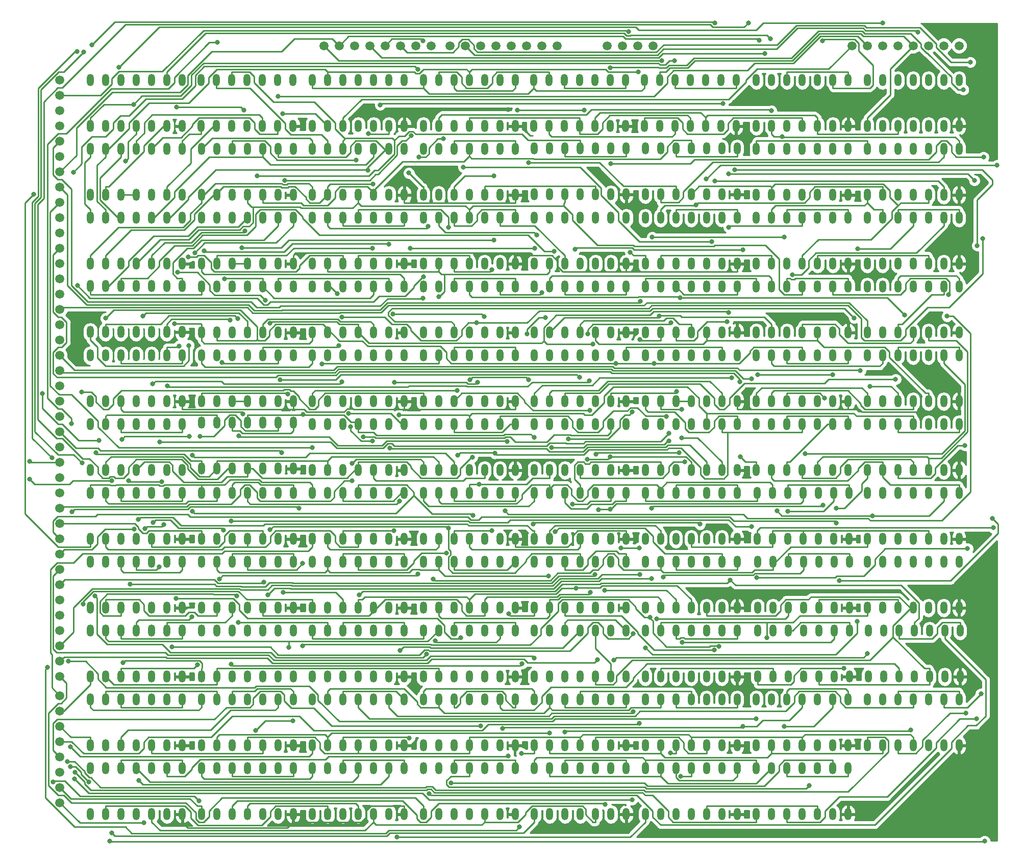
<source format=gbr>
G04 #@! TF.GenerationSoftware,KiCad,Pcbnew,(5.0.0)*
G04 #@! TF.CreationDate,2018-09-23T08:44:06-04:00*
G04 #@! TF.ProjectId,Multiplexer,4D756C7469706C657865722E6B696361,rev?*
G04 #@! TF.SameCoordinates,Original*
G04 #@! TF.FileFunction,Copper,L1,Top,Signal*
G04 #@! TF.FilePolarity,Positive*
%FSLAX46Y46*%
G04 Gerber Fmt 4.6, Leading zero omitted, Abs format (unit mm)*
G04 Created by KiCad (PCBNEW (5.0.0)) date 09/23/18 08:44:06*
%MOMM*%
%LPD*%
G01*
G04 APERTURE LIST*
G04 #@! TA.AperFunction,ComponentPad*
%ADD10C,1.500000*%
G04 #@! TD*
G04 #@! TA.AperFunction,ComponentPad*
%ADD11O,1.200000X2.000000*%
G04 #@! TD*
G04 #@! TA.AperFunction,ViaPad*
%ADD12C,0.800000*%
G04 #@! TD*
G04 #@! TA.AperFunction,Conductor*
%ADD13C,0.250000*%
G04 #@! TD*
G04 #@! TA.AperFunction,Conductor*
%ADD14C,0.254000*%
G04 #@! TD*
G04 APERTURE END LIST*
D10*
G04 #@! TO.P,J1,1*
G04 #@! TO.N,/64:4 Multiplexer/D93*
X38735000Y-38735000D03*
G04 #@! TO.P,J1,2*
G04 #@! TO.N,/64:4 Multiplexer/D92*
X38735000Y-41275000D03*
G04 #@! TO.P,J1,3*
G04 #@! TO.N,/64:4 Multiplexer/D91*
X38735000Y-43815000D03*
G04 #@! TO.P,J1,4*
G04 #@! TO.N,/64:4 Multiplexer/D90*
X38735000Y-46355000D03*
G04 #@! TO.P,J1,5*
G04 #@! TO.N,/64:4 Multiplexer/D83*
X38735000Y-48895000D03*
G04 #@! TO.P,J1,6*
G04 #@! TO.N,/64:4 Multiplexer/D82*
X38735000Y-51435000D03*
G04 #@! TO.P,J1,7*
G04 #@! TO.N,/64:4 Multiplexer/D81*
X38735000Y-53975000D03*
G04 #@! TO.P,J1,8*
G04 #@! TO.N,/64:4 Multiplexer/D80*
X38735000Y-56515000D03*
G04 #@! TO.P,J1,9*
G04 #@! TO.N,/64:4 Multiplexer/D73*
X38735000Y-59055000D03*
G04 #@! TO.P,J1,10*
G04 #@! TO.N,/64:4 Multiplexer/D72*
X38735000Y-61595000D03*
G04 #@! TO.P,J1,11*
G04 #@! TO.N,/64:4 Multiplexer/D71*
X38735000Y-64135000D03*
G04 #@! TO.P,J1,12*
G04 #@! TO.N,/64:4 Multiplexer/D70*
X38735000Y-66675000D03*
G04 #@! TO.P,J1,13*
G04 #@! TO.N,/64:4 Multiplexer/D63*
X38735000Y-69215000D03*
G04 #@! TO.P,J1,14*
G04 #@! TO.N,/64:4 Multiplexer/D62*
X38735000Y-71755000D03*
G04 #@! TO.P,J1,15*
G04 #@! TO.N,/64:4 Multiplexer/D61*
X38735000Y-74295000D03*
G04 #@! TO.P,J1,16*
G04 #@! TO.N,/64:4 Multiplexer/D60*
X38735000Y-76835000D03*
G04 #@! TO.P,J1,17*
G04 #@! TO.N,/64:4 Multiplexer/D53*
X38735000Y-79375000D03*
G04 #@! TO.P,J1,18*
G04 #@! TO.N,/64:4 Multiplexer/D52*
X38735000Y-81915000D03*
G04 #@! TO.P,J1,19*
G04 #@! TO.N,/64:4 Multiplexer/D51*
X38735000Y-84455000D03*
G04 #@! TO.P,J1,20*
G04 #@! TO.N,/64:4 Multiplexer/D50*
X38735000Y-86995000D03*
G04 #@! TO.P,J1,21*
G04 #@! TO.N,/64:4 Multiplexer/D43*
X38735000Y-89535000D03*
G04 #@! TO.P,J1,22*
G04 #@! TO.N,/64:4 Multiplexer/D42*
X38735000Y-92075000D03*
G04 #@! TO.P,J1,23*
G04 #@! TO.N,/64:4 Multiplexer/D41*
X38735000Y-94615000D03*
G04 #@! TO.P,J1,24*
G04 #@! TO.N,/64:4 Multiplexer/D40*
X38735000Y-97155000D03*
G04 #@! TO.P,J1,25*
G04 #@! TO.N,/64:4 Multiplexer/D33*
X38735000Y-99695000D03*
G04 #@! TO.P,J1,26*
G04 #@! TO.N,/64:4 Multiplexer/D32*
X38735000Y-102235000D03*
G04 #@! TO.P,J1,27*
G04 #@! TO.N,/64:4 Multiplexer/D31*
X38735000Y-104775000D03*
G04 #@! TO.P,J1,28*
G04 #@! TO.N,/64:4 Multiplexer/D30*
X38735000Y-107315000D03*
G04 #@! TO.P,J1,29*
G04 #@! TO.N,/64:4 Multiplexer/D23*
X38735000Y-109855000D03*
G04 #@! TO.P,J1,30*
G04 #@! TO.N,/64:4 Multiplexer/D22*
X38735000Y-112395000D03*
G04 #@! TO.P,J1,31*
G04 #@! TO.N,/64:4 Multiplexer/D21*
X38735000Y-114935000D03*
G04 #@! TO.P,J1,32*
G04 #@! TO.N,/64:4 Multiplexer/D20*
X38735000Y-117475000D03*
G04 #@! TO.P,J1,33*
G04 #@! TO.N,/64:4 Multiplexer/D13*
X38735000Y-120015000D03*
G04 #@! TO.P,J1,34*
G04 #@! TO.N,/64:4 Multiplexer/D12*
X38735000Y-122555000D03*
G04 #@! TO.P,J1,35*
G04 #@! TO.N,/64:4 Multiplexer/D11*
X38735000Y-125095000D03*
G04 #@! TO.P,J1,36*
G04 #@! TO.N,/64:4 Multiplexer/D10*
X38735000Y-127635000D03*
G04 #@! TO.P,J1,37*
G04 #@! TO.N,/64:4 Multiplexer/D03*
X38735000Y-130175000D03*
G04 #@! TO.P,J1,38*
G04 #@! TO.N,/64:4 Multiplexer/D02*
X38735000Y-132715000D03*
G04 #@! TO.P,J1,39*
G04 #@! TO.N,/64:4 Multiplexer/D01*
X38735000Y-135255000D03*
G04 #@! TO.P,J1,40*
G04 #@! TO.N,/64:4 Multiplexer/D00*
X38735000Y-137795000D03*
G04 #@! TD*
G04 #@! TO.P,J2,1*
G04 #@! TO.N,/64:4 Multiplexer/Db3*
X38735000Y-140970000D03*
G04 #@! TO.P,J2,2*
G04 #@! TO.N,/64:4 Multiplexer/Db2*
X38735000Y-143510000D03*
G04 #@! TO.P,J2,3*
G04 #@! TO.N,/64:4 Multiplexer/Db1*
X38735000Y-146050000D03*
G04 #@! TO.P,J2,4*
G04 #@! TO.N,/64:4 Multiplexer/Db0*
X38735000Y-148590000D03*
G04 #@! TO.P,J2,5*
G04 #@! TO.N,/64:4 Multiplexer/Da3*
X38735000Y-151130000D03*
G04 #@! TO.P,J2,6*
G04 #@! TO.N,/64:4 Multiplexer/Da2*
X38735000Y-153670000D03*
G04 #@! TO.P,J2,7*
G04 #@! TO.N,/64:4 Multiplexer/Da1*
X38735000Y-156210000D03*
G04 #@! TO.P,J2,8*
G04 #@! TO.N,/64:4 Multiplexer/Da0*
X38735000Y-158750000D03*
G04 #@! TD*
G04 #@! TO.P,J3,8*
G04 #@! TO.N,/64:4 Multiplexer/Dc0*
X103505000Y-33020000D03*
G04 #@! TO.P,J3,7*
G04 #@! TO.N,/64:4 Multiplexer/Dc1*
X106045000Y-33020000D03*
G04 #@! TO.P,J3,6*
G04 #@! TO.N,/64:4 Multiplexer/Dc2*
X108585000Y-33020000D03*
G04 #@! TO.P,J3,5*
G04 #@! TO.N,/64:4 Multiplexer/Dc3*
X111125000Y-33020000D03*
G04 #@! TO.P,J3,4*
G04 #@! TO.N,/64:4 Multiplexer/Dd0*
X113665000Y-33020000D03*
G04 #@! TO.P,J3,3*
G04 #@! TO.N,/64:4 Multiplexer/Dd1*
X116205000Y-33020000D03*
G04 #@! TO.P,J3,2*
G04 #@! TO.N,/64:4 Multiplexer/Dd2*
X118745000Y-33020000D03*
G04 #@! TO.P,J3,1*
G04 #@! TO.N,/64:4 Multiplexer/Dd3*
X121285000Y-33020000D03*
G04 #@! TD*
G04 #@! TO.P,J4,1*
G04 #@! TO.N,/64:4 Multiplexer/Df3*
X100330000Y-33020000D03*
G04 #@! TO.P,J4,2*
G04 #@! TO.N,/64:4 Multiplexer/Df2*
X97790000Y-33020000D03*
G04 #@! TO.P,J4,3*
G04 #@! TO.N,/64:4 Multiplexer/Df1*
X95250000Y-33020000D03*
G04 #@! TO.P,J4,4*
G04 #@! TO.N,/64:4 Multiplexer/Df0*
X92710000Y-33020000D03*
G04 #@! TO.P,J4,5*
G04 #@! TO.N,/64:4 Multiplexer/De3*
X90170000Y-33020000D03*
G04 #@! TO.P,J4,6*
G04 #@! TO.N,/64:4 Multiplexer/De2*
X87630000Y-33020000D03*
G04 #@! TO.P,J4,7*
G04 #@! TO.N,/64:4 Multiplexer/D81*
X85090000Y-33020000D03*
G04 #@! TO.P,J4,8*
G04 #@! TO.N,/64:4 Multiplexer/De0*
X82550000Y-33020000D03*
G04 #@! TD*
G04 #@! TO.P,J5,8*
G04 #@! TO.N,/64:4 Multiplexer/Q0*
X170180000Y-33020000D03*
G04 #@! TO.P,J5,7*
G04 #@! TO.N,/64:4 Multiplexer/Q1*
X172720000Y-33020000D03*
G04 #@! TO.P,J5,6*
G04 #@! TO.N,/64:4 Multiplexer/Q2*
X175260000Y-33020000D03*
G04 #@! TO.P,J5,5*
G04 #@! TO.N,/64:4 Multiplexer/Q3*
X177800000Y-33020000D03*
G04 #@! TO.P,J5,4*
G04 #@! TO.N,/64:4 Multiplexer/S0*
X180340000Y-33020000D03*
G04 #@! TO.P,J5,3*
G04 #@! TO.N,/64:4 Multiplexer/S1*
X182880000Y-33020000D03*
G04 #@! TO.P,J5,2*
G04 #@! TO.N,/64:4 Multiplexer/S2*
X185420000Y-33020000D03*
G04 #@! TO.P,J5,1*
G04 #@! TO.N,/64:4 Multiplexer/S3*
X187960000Y-33020000D03*
G04 #@! TD*
G04 #@! TO.P,J6,1*
G04 #@! TO.N,VCC*
X137160000Y-33020000D03*
G04 #@! TO.P,J6,2*
G04 #@! TO.N,GND*
X134620000Y-33020000D03*
G04 #@! TO.P,J6,3*
G04 #@! TO.N,Net-(J6-Pad3)*
X132080000Y-33020000D03*
G04 #@! TO.P,J6,4*
G04 #@! TO.N,Net-(J6-Pad4)*
X129540000Y-33020000D03*
G04 #@! TD*
D11*
G04 #@! TO.P,U1,14*
G04 #@! TO.N,VCC*
X172720000Y-50165000D03*
G04 #@! TO.P,U1,1*
G04 #@! TO.N,/64:4 Multiplexer/S0*
X172720000Y-57785000D03*
G04 #@! TO.P,U1,13*
G04 #@! TO.N,N/C*
X175260000Y-50165000D03*
G04 #@! TO.P,U1,2*
G04 #@! TO.N,/64:4 Multiplexer/16;1_Multiplexer/5:1_AND/e*
X175260000Y-57785000D03*
G04 #@! TO.P,U1,12*
G04 #@! TO.N,N/C*
X177800000Y-50165000D03*
G04 #@! TO.P,U1,3*
G04 #@! TO.N,/64:4 Multiplexer/S1*
X177800000Y-57785000D03*
G04 #@! TO.P,U1,11*
G04 #@! TO.N,N/C*
X180340000Y-50165000D03*
G04 #@! TO.P,U1,4*
G04 #@! TO.N,/64:4 Multiplexer/16;1_Multiplexer/5:1_AND/d*
X180340000Y-57785000D03*
G04 #@! TO.P,U1,10*
G04 #@! TO.N,N/C*
X182880000Y-50165000D03*
G04 #@! TO.P,U1,5*
G04 #@! TO.N,/64:4 Multiplexer/S2*
X182880000Y-57785000D03*
G04 #@! TO.P,U1,9*
G04 #@! TO.N,/64:4 Multiplexer/S3*
X185420000Y-50165000D03*
G04 #@! TO.P,U1,6*
G04 #@! TO.N,/64:4 Multiplexer/16;1_Multiplexer/5:1_AND/c*
X185420000Y-57785000D03*
G04 #@! TO.P,U1,8*
G04 #@! TO.N,/64:4 Multiplexer/16;1_Multiplexer/5:1_AND/b*
X187960000Y-50165000D03*
G04 #@! TO.P,U1,7*
G04 #@! TO.N,GND*
X187960000Y-57785000D03*
G04 #@! TD*
G04 #@! TO.P,U2,7*
G04 #@! TO.N,GND*
X151130000Y-160655000D03*
G04 #@! TO.P,U2,8*
G04 #@! TO.N,Net-(U2-Pad12)*
X151130000Y-153035000D03*
G04 #@! TO.P,U2,6*
G04 #@! TO.N,Net-(U2-Pad10)*
X148590000Y-160655000D03*
G04 #@! TO.P,U2,9*
G04 #@! TO.N,Net-(U2-Pad3)*
X148590000Y-153035000D03*
G04 #@! TO.P,U2,5*
G04 #@! TO.N,/64:4 Multiplexer/S1*
X146050000Y-160655000D03*
G04 #@! TO.P,U2,10*
G04 #@! TO.N,Net-(U2-Pad10)*
X146050000Y-153035000D03*
G04 #@! TO.P,U2,4*
G04 #@! TO.N,/64:4 Multiplexer/16;1_Multiplexer/5:1_AND/c*
X143510000Y-160655000D03*
G04 #@! TO.P,U2,11*
G04 #@! TO.N,/64:4 Multiplexer/16;1_Multiplexer/Sheet5BB0E1EE/D3*
X143510000Y-153035000D03*
G04 #@! TO.P,U2,3*
G04 #@! TO.N,Net-(U2-Pad3)*
X140970000Y-160655000D03*
G04 #@! TO.P,U2,12*
G04 #@! TO.N,Net-(U2-Pad12)*
X140970000Y-153035000D03*
G04 #@! TO.P,U2,2*
G04 #@! TO.N,/64:4 Multiplexer/16;1_Multiplexer/5:1_AND/b*
X138430000Y-160655000D03*
G04 #@! TO.P,U2,13*
G04 #@! TO.N,/64:4 Multiplexer/S0*
X138430000Y-153035000D03*
G04 #@! TO.P,U2,1*
G04 #@! TO.N,/64:4 Multiplexer/D30*
X135890000Y-160655000D03*
G04 #@! TO.P,U2,14*
G04 #@! TO.N,VCC*
X135890000Y-153035000D03*
G04 #@! TD*
G04 #@! TO.P,U3,14*
G04 #@! TO.N,VCC*
X117475000Y-107315000D03*
G04 #@! TO.P,U3,1*
G04 #@! TO.N,/64:4 Multiplexer/D20*
X117475000Y-114935000D03*
G04 #@! TO.P,U3,13*
G04 #@! TO.N,/64:4 Multiplexer/16;1_Multiplexer/5:1_AND/e*
X120015000Y-107315000D03*
G04 #@! TO.P,U3,2*
G04 #@! TO.N,/64:4 Multiplexer/16;1_Multiplexer/5:1_AND/b*
X120015000Y-114935000D03*
G04 #@! TO.P,U3,12*
G04 #@! TO.N,Net-(U3-Pad12)*
X122555000Y-107315000D03*
G04 #@! TO.P,U3,3*
G04 #@! TO.N,Net-(U3-Pad3)*
X122555000Y-114935000D03*
G04 #@! TO.P,U3,11*
G04 #@! TO.N,/64:4 Multiplexer/16;1_Multiplexer/Sheet5BB0E1EE/D2*
X125095000Y-107315000D03*
G04 #@! TO.P,U3,4*
G04 #@! TO.N,/64:4 Multiplexer/16;1_Multiplexer/5:1_AND/c*
X125095000Y-114935000D03*
G04 #@! TO.P,U3,10*
G04 #@! TO.N,Net-(U3-Pad10)*
X127635000Y-107315000D03*
G04 #@! TO.P,U3,5*
G04 #@! TO.N,/64:4 Multiplexer/S1*
X127635000Y-114935000D03*
G04 #@! TO.P,U3,9*
G04 #@! TO.N,Net-(U3-Pad3)*
X130175000Y-107315000D03*
G04 #@! TO.P,U3,6*
G04 #@! TO.N,Net-(U3-Pad10)*
X130175000Y-114935000D03*
G04 #@! TO.P,U3,8*
G04 #@! TO.N,Net-(U3-Pad12)*
X132715000Y-107315000D03*
G04 #@! TO.P,U3,7*
G04 #@! TO.N,GND*
X132715000Y-114935000D03*
G04 #@! TD*
G04 #@! TO.P,U4,7*
G04 #@! TO.N,GND*
X169545000Y-149225000D03*
G04 #@! TO.P,U4,8*
G04 #@! TO.N,Net-(U4-Pad12)*
X169545000Y-141605000D03*
G04 #@! TO.P,U4,6*
G04 #@! TO.N,Net-(U4-Pad10)*
X167005000Y-149225000D03*
G04 #@! TO.P,U4,9*
G04 #@! TO.N,Net-(U4-Pad3)*
X167005000Y-141605000D03*
G04 #@! TO.P,U4,5*
G04 #@! TO.N,/64:4 Multiplexer/16;1_Multiplexer/5:1_AND/d*
X164465000Y-149225000D03*
G04 #@! TO.P,U4,10*
G04 #@! TO.N,Net-(U4-Pad10)*
X164465000Y-141605000D03*
G04 #@! TO.P,U4,4*
G04 #@! TO.N,/64:4 Multiplexer/16;1_Multiplexer/5:1_AND/c*
X161925000Y-149225000D03*
G04 #@! TO.P,U4,11*
G04 #@! TO.N,/64:4 Multiplexer/16;1_Multiplexer/Sheet5BB0E1EE/D1*
X161925000Y-141605000D03*
G04 #@! TO.P,U4,3*
G04 #@! TO.N,Net-(U4-Pad3)*
X159385000Y-149225000D03*
G04 #@! TO.P,U4,12*
G04 #@! TO.N,Net-(U4-Pad12)*
X159385000Y-141605000D03*
G04 #@! TO.P,U4,2*
G04 #@! TO.N,/64:4 Multiplexer/16;1_Multiplexer/5:1_AND/b*
X156845000Y-149225000D03*
G04 #@! TO.P,U4,13*
G04 #@! TO.N,/64:4 Multiplexer/S0*
X156845000Y-141605000D03*
G04 #@! TO.P,U4,1*
G04 #@! TO.N,/64:4 Multiplexer/D10*
X154305000Y-149225000D03*
G04 #@! TO.P,U4,14*
G04 #@! TO.N,VCC*
X154305000Y-141605000D03*
G04 #@! TD*
G04 #@! TO.P,U5,14*
G04 #@! TO.N,VCC*
X99060000Y-153035000D03*
G04 #@! TO.P,U5,1*
G04 #@! TO.N,/64:4 Multiplexer/D00*
X99060000Y-160655000D03*
G04 #@! TO.P,U5,13*
G04 #@! TO.N,/64:4 Multiplexer/16;1_Multiplexer/5:1_AND/e*
X101600000Y-153035000D03*
G04 #@! TO.P,U5,2*
G04 #@! TO.N,/64:4 Multiplexer/16;1_Multiplexer/5:1_AND/b*
X101600000Y-160655000D03*
G04 #@! TO.P,U5,12*
G04 #@! TO.N,Net-(U5-Pad12)*
X104140000Y-153035000D03*
G04 #@! TO.P,U5,3*
G04 #@! TO.N,Net-(U5-Pad3)*
X104140000Y-160655000D03*
G04 #@! TO.P,U5,11*
G04 #@! TO.N,/64:4 Multiplexer/16;1_Multiplexer/Sheet5BB0E1EE/D0*
X106680000Y-153035000D03*
G04 #@! TO.P,U5,4*
G04 #@! TO.N,/64:4 Multiplexer/16;1_Multiplexer/5:1_AND/c*
X106680000Y-160655000D03*
G04 #@! TO.P,U5,10*
G04 #@! TO.N,Net-(U5-Pad10)*
X109220000Y-153035000D03*
G04 #@! TO.P,U5,5*
G04 #@! TO.N,/64:4 Multiplexer/16;1_Multiplexer/5:1_AND/d*
X109220000Y-160655000D03*
G04 #@! TO.P,U5,9*
G04 #@! TO.N,Net-(U5-Pad3)*
X111760000Y-153035000D03*
G04 #@! TO.P,U5,6*
G04 #@! TO.N,Net-(U5-Pad10)*
X111760000Y-160655000D03*
G04 #@! TO.P,U5,8*
G04 #@! TO.N,Net-(U5-Pad12)*
X114300000Y-153035000D03*
G04 #@! TO.P,U5,7*
G04 #@! TO.N,GND*
X114300000Y-160655000D03*
G04 #@! TD*
G04 #@! TO.P,U6,7*
G04 #@! TO.N,GND*
X169545000Y-103505000D03*
G04 #@! TO.P,U6,8*
G04 #@! TO.N,Net-(U6-Pad12)*
X169545000Y-95885000D03*
G04 #@! TO.P,U6,6*
G04 #@! TO.N,Net-(U6-Pad10)*
X167005000Y-103505000D03*
G04 #@! TO.P,U6,9*
G04 #@! TO.N,Net-(U6-Pad3)*
X167005000Y-95885000D03*
G04 #@! TO.P,U6,5*
G04 #@! TO.N,/64:4 Multiplexer/S1*
X164465000Y-103505000D03*
G04 #@! TO.P,U6,10*
G04 #@! TO.N,Net-(U6-Pad10)*
X164465000Y-95885000D03*
G04 #@! TO.P,U6,4*
G04 #@! TO.N,/64:4 Multiplexer/S2*
X161925000Y-103505000D03*
G04 #@! TO.P,U6,11*
G04 #@! TO.N,/64:4 Multiplexer/16;1_Multiplexer/Sheet5BB0E1EE/D7*
X161925000Y-95885000D03*
G04 #@! TO.P,U6,3*
G04 #@! TO.N,Net-(U6-Pad3)*
X159385000Y-103505000D03*
G04 #@! TO.P,U6,12*
G04 #@! TO.N,Net-(U6-Pad12)*
X159385000Y-95885000D03*
G04 #@! TO.P,U6,2*
G04 #@! TO.N,/64:4 Multiplexer/16;1_Multiplexer/5:1_AND/b*
X156845000Y-103505000D03*
G04 #@! TO.P,U6,13*
G04 #@! TO.N,/64:4 Multiplexer/S0*
X156845000Y-95885000D03*
G04 #@! TO.P,U6,1*
G04 #@! TO.N,/64:4 Multiplexer/D70*
X154305000Y-103505000D03*
G04 #@! TO.P,U6,14*
G04 #@! TO.N,VCC*
X154305000Y-95885000D03*
G04 #@! TD*
G04 #@! TO.P,U7,14*
G04 #@! TO.N,VCC*
X172720000Y-73025000D03*
G04 #@! TO.P,U7,1*
G04 #@! TO.N,/64:4 Multiplexer/D60*
X172720000Y-80645000D03*
G04 #@! TO.P,U7,13*
G04 #@! TO.N,/64:4 Multiplexer/16;1_Multiplexer/5:1_AND/e*
X175260000Y-73025000D03*
G04 #@! TO.P,U7,2*
G04 #@! TO.N,/64:4 Multiplexer/16;1_Multiplexer/5:1_AND/b*
X175260000Y-80645000D03*
G04 #@! TO.P,U7,12*
G04 #@! TO.N,Net-(U7-Pad12)*
X177800000Y-73025000D03*
G04 #@! TO.P,U7,3*
G04 #@! TO.N,Net-(U7-Pad3)*
X177800000Y-80645000D03*
G04 #@! TO.P,U7,11*
G04 #@! TO.N,/64:4 Multiplexer/16;1_Multiplexer/Sheet5BB0E1EE/D6*
X180340000Y-73025000D03*
G04 #@! TO.P,U7,4*
G04 #@! TO.N,/64:4 Multiplexer/S2*
X180340000Y-80645000D03*
G04 #@! TO.P,U7,10*
G04 #@! TO.N,Net-(U7-Pad10)*
X182880000Y-73025000D03*
G04 #@! TO.P,U7,5*
G04 #@! TO.N,/64:4 Multiplexer/S1*
X182880000Y-80645000D03*
G04 #@! TO.P,U7,9*
G04 #@! TO.N,Net-(U7-Pad3)*
X185420000Y-73025000D03*
G04 #@! TO.P,U7,6*
G04 #@! TO.N,Net-(U7-Pad10)*
X185420000Y-80645000D03*
G04 #@! TO.P,U7,8*
G04 #@! TO.N,Net-(U7-Pad12)*
X187960000Y-73025000D03*
G04 #@! TO.P,U7,7*
G04 #@! TO.N,GND*
X187960000Y-80645000D03*
G04 #@! TD*
G04 #@! TO.P,U8,7*
G04 #@! TO.N,GND*
X169545000Y-69215000D03*
G04 #@! TO.P,U8,8*
G04 #@! TO.N,Net-(U8-Pad12)*
X169545000Y-61595000D03*
G04 #@! TO.P,U8,6*
G04 #@! TO.N,Net-(U8-Pad10)*
X167005000Y-69215000D03*
G04 #@! TO.P,U8,9*
G04 #@! TO.N,Net-(U8-Pad3)*
X167005000Y-61595000D03*
G04 #@! TO.P,U8,5*
G04 #@! TO.N,/64:4 Multiplexer/16;1_Multiplexer/5:1_AND/d*
X164465000Y-69215000D03*
G04 #@! TO.P,U8,10*
G04 #@! TO.N,Net-(U8-Pad10)*
X164465000Y-61595000D03*
G04 #@! TO.P,U8,4*
G04 #@! TO.N,/64:4 Multiplexer/S2*
X161925000Y-69215000D03*
G04 #@! TO.P,U8,11*
G04 #@! TO.N,/64:4 Multiplexer/16;1_Multiplexer/Sheet5BB0E1EE/D5*
X161925000Y-61595000D03*
G04 #@! TO.P,U8,3*
G04 #@! TO.N,Net-(U8-Pad3)*
X159385000Y-69215000D03*
G04 #@! TO.P,U8,12*
G04 #@! TO.N,Net-(U8-Pad12)*
X159385000Y-61595000D03*
G04 #@! TO.P,U8,2*
G04 #@! TO.N,/64:4 Multiplexer/16;1_Multiplexer/5:1_AND/b*
X156845000Y-69215000D03*
G04 #@! TO.P,U8,13*
G04 #@! TO.N,/64:4 Multiplexer/S0*
X156845000Y-61595000D03*
G04 #@! TO.P,U8,1*
G04 #@! TO.N,/64:4 Multiplexer/D50*
X154305000Y-69215000D03*
G04 #@! TO.P,U8,14*
G04 #@! TO.N,VCC*
X154305000Y-61595000D03*
G04 #@! TD*
G04 #@! TO.P,U9,14*
G04 #@! TO.N,VCC*
X80645000Y-130175000D03*
G04 #@! TO.P,U9,1*
G04 #@! TO.N,/64:4 Multiplexer/D40*
X80645000Y-137795000D03*
G04 #@! TO.P,U9,13*
G04 #@! TO.N,/64:4 Multiplexer/16;1_Multiplexer/5:1_AND/e*
X83185000Y-130175000D03*
G04 #@! TO.P,U9,2*
G04 #@! TO.N,/64:4 Multiplexer/16;1_Multiplexer/5:1_AND/b*
X83185000Y-137795000D03*
G04 #@! TO.P,U9,12*
G04 #@! TO.N,Net-(U9-Pad12)*
X85725000Y-130175000D03*
G04 #@! TO.P,U9,3*
G04 #@! TO.N,Net-(U9-Pad3)*
X85725000Y-137795000D03*
G04 #@! TO.P,U9,11*
G04 #@! TO.N,/64:4 Multiplexer/16;1_Multiplexer/Sheet5BB0E1EE/D4*
X88265000Y-130175000D03*
G04 #@! TO.P,U9,4*
G04 #@! TO.N,/64:4 Multiplexer/S2*
X88265000Y-137795000D03*
G04 #@! TO.P,U9,10*
G04 #@! TO.N,Net-(U9-Pad10)*
X90805000Y-130175000D03*
G04 #@! TO.P,U9,5*
G04 #@! TO.N,/64:4 Multiplexer/16;1_Multiplexer/5:1_AND/d*
X90805000Y-137795000D03*
G04 #@! TO.P,U9,9*
G04 #@! TO.N,Net-(U9-Pad3)*
X93345000Y-130175000D03*
G04 #@! TO.P,U9,6*
G04 #@! TO.N,Net-(U9-Pad10)*
X93345000Y-137795000D03*
G04 #@! TO.P,U9,8*
G04 #@! TO.N,Net-(U9-Pad12)*
X95885000Y-130175000D03*
G04 #@! TO.P,U9,7*
G04 #@! TO.N,GND*
X95885000Y-137795000D03*
G04 #@! TD*
G04 #@! TO.P,U10,7*
G04 #@! TO.N,GND*
X77470000Y-80645000D03*
G04 #@! TO.P,U10,8*
G04 #@! TO.N,Net-(U10-Pad8)*
X77470000Y-73025000D03*
G04 #@! TO.P,U10,6*
G04 #@! TO.N,Net-(U10-Pad6)*
X74930000Y-80645000D03*
G04 #@! TO.P,U10,9*
G04 #@! TO.N,/64:4 Multiplexer/16;1_Multiplexer/Sheet5BB0E1EE/D7*
X74930000Y-73025000D03*
G04 #@! TO.P,U10,5*
G04 #@! TO.N,/64:4 Multiplexer/16;1_Multiplexer/Sheet5BB0E1EE/D4*
X72390000Y-80645000D03*
G04 #@! TO.P,U10,10*
G04 #@! TO.N,/64:4 Multiplexer/16;1_Multiplexer/Sheet5BB0E1EE/D6*
X72390000Y-73025000D03*
G04 #@! TO.P,U10,4*
G04 #@! TO.N,/64:4 Multiplexer/16;1_Multiplexer/Sheet5BB0E1EE/D5*
X69850000Y-80645000D03*
G04 #@! TO.P,U10,11*
G04 #@! TO.N,Net-(U10-Pad11)*
X69850000Y-73025000D03*
G04 #@! TO.P,U10,3*
G04 #@! TO.N,Net-(U10-Pad3)*
X67310000Y-80645000D03*
G04 #@! TO.P,U10,12*
G04 #@! TO.N,/64:4 Multiplexer/16;1_Multiplexer/Sheet5BB0E1EE/D1*
X67310000Y-73025000D03*
G04 #@! TO.P,U10,2*
G04 #@! TO.N,/64:4 Multiplexer/16;1_Multiplexer/Sheet5BB0E1EE/D2*
X64770000Y-80645000D03*
G04 #@! TO.P,U10,13*
G04 #@! TO.N,/64:4 Multiplexer/16;1_Multiplexer/Sheet5BB0E1EE/D0*
X64770000Y-73025000D03*
G04 #@! TO.P,U10,1*
G04 #@! TO.N,/64:4 Multiplexer/16;1_Multiplexer/Sheet5BB0E1EE/D3*
X62230000Y-80645000D03*
G04 #@! TO.P,U10,14*
G04 #@! TO.N,VCC*
X62230000Y-73025000D03*
G04 #@! TD*
G04 #@! TO.P,U11,14*
G04 #@! TO.N,VCC*
X62230000Y-84455000D03*
G04 #@! TO.P,U11,1*
G04 #@! TO.N,Net-(U10-Pad8)*
X62230000Y-92075000D03*
G04 #@! TO.P,U11,13*
G04 #@! TO.N,Net-(U10-Pad11)*
X64770000Y-84455000D03*
G04 #@! TO.P,U11,2*
G04 #@! TO.N,Net-(U10-Pad6)*
X64770000Y-92075000D03*
G04 #@! TO.P,U11,12*
G04 #@! TO.N,Net-(U10-Pad3)*
X67310000Y-84455000D03*
G04 #@! TO.P,U11,3*
G04 #@! TO.N,Net-(U11-Pad3)*
X67310000Y-92075000D03*
G04 #@! TO.P,U11,11*
G04 #@! TO.N,Net-(U11-Pad11)*
X69850000Y-84455000D03*
G04 #@! TO.P,U11,4*
G04 #@! TO.N,Net-(U11-Pad3)*
X69850000Y-92075000D03*
G04 #@! TO.P,U11,10*
G04 #@! TO.N,Net-(U11-Pad10)*
X72390000Y-84455000D03*
G04 #@! TO.P,U11,5*
G04 #@! TO.N,Net-(U11-Pad11)*
X72390000Y-92075000D03*
G04 #@! TO.P,U11,9*
G04 #@! TO.N,Net-(U11-Pad9)*
X74930000Y-84455000D03*
G04 #@! TO.P,U11,6*
G04 #@! TO.N,Net-(U11-Pad6)*
X74930000Y-92075000D03*
G04 #@! TO.P,U11,8*
G04 #@! TO.N,Net-(U11-Pad8)*
X77470000Y-84455000D03*
G04 #@! TO.P,U11,7*
G04 #@! TO.N,GND*
X77470000Y-92075000D03*
G04 #@! TD*
G04 #@! TO.P,U12,7*
G04 #@! TO.N,GND*
X95885000Y-46355000D03*
G04 #@! TO.P,U12,8*
G04 #@! TO.N,Net-(U11-Pad9)*
X95885000Y-38735000D03*
G04 #@! TO.P,U12,6*
G04 #@! TO.N,Net-(U11-Pad10)*
X93345000Y-46355000D03*
G04 #@! TO.P,U12,9*
G04 #@! TO.N,Net-(U12-Pad9)*
X93345000Y-38735000D03*
G04 #@! TO.P,U12,5*
G04 #@! TO.N,Net-(U12-Pad11)*
X90805000Y-46355000D03*
G04 #@! TO.P,U12,10*
G04 #@! TO.N,Net-(U12-Pad10)*
X90805000Y-38735000D03*
G04 #@! TO.P,U12,4*
G04 #@! TO.N,Net-(U12-Pad4)*
X88265000Y-46355000D03*
G04 #@! TO.P,U12,11*
G04 #@! TO.N,Net-(U12-Pad11)*
X88265000Y-38735000D03*
G04 #@! TO.P,U12,3*
G04 #@! TO.N,/64:4 Multiplexer/Q0*
X85725000Y-46355000D03*
G04 #@! TO.P,U12,12*
G04 #@! TO.N,/64:4 Multiplexer/16;1_Multiplexer/Sheet5BB0E1EE/D9*
X85725000Y-38735000D03*
G04 #@! TO.P,U12,2*
G04 #@! TO.N,Net-(U11-Pad6)*
X83185000Y-46355000D03*
G04 #@! TO.P,U12,13*
G04 #@! TO.N,/64:4 Multiplexer/16;1_Multiplexer/Sheet5BB0E1EE/D8*
X83185000Y-38735000D03*
G04 #@! TO.P,U12,1*
G04 #@! TO.N,Net-(U11-Pad8)*
X80645000Y-46355000D03*
G04 #@! TO.P,U12,14*
G04 #@! TO.N,VCC*
X80645000Y-38735000D03*
G04 #@! TD*
G04 #@! TO.P,U13,7*
G04 #@! TO.N,GND*
X95885000Y-57785000D03*
G04 #@! TO.P,U13,8*
G04 #@! TO.N,Net-(U12-Pad9)*
X95885000Y-50165000D03*
G04 #@! TO.P,U13,6*
G04 #@! TO.N,Net-(U12-Pad10)*
X93345000Y-57785000D03*
G04 #@! TO.P,U13,9*
G04 #@! TO.N,/64:4 Multiplexer/16;1_Multiplexer/Sheet5BB0E1EE/Df*
X93345000Y-50165000D03*
G04 #@! TO.P,U13,5*
G04 #@! TO.N,/64:4 Multiplexer/16;1_Multiplexer/Sheet5BB0E1EE/Dc*
X90805000Y-57785000D03*
G04 #@! TO.P,U13,10*
G04 #@! TO.N,/64:4 Multiplexer/16;1_Multiplexer/Sheet5BB0E1EE/De*
X90805000Y-50165000D03*
G04 #@! TO.P,U13,4*
G04 #@! TO.N,/64:4 Multiplexer/16;1_Multiplexer/Sheet5BB0E1EE/Dd*
X88265000Y-57785000D03*
G04 #@! TO.P,U13,11*
G04 #@! TO.N,Net-(U13-Pad11)*
X88265000Y-50165000D03*
G04 #@! TO.P,U13,3*
G04 #@! TO.N,Net-(U12-Pad4)*
X85725000Y-57785000D03*
G04 #@! TO.P,U13,12*
G04 #@! TO.N,/64:4 Multiplexer/16;1_Multiplexer/Sheet5BB0E1EE/D1*
X85725000Y-50165000D03*
G04 #@! TO.P,U13,2*
G04 #@! TO.N,/64:4 Multiplexer/16;1_Multiplexer/Sheet5BB0E1EE/Da*
X83185000Y-57785000D03*
G04 #@! TO.P,U13,13*
G04 #@! TO.N,/64:4 Multiplexer/16;1_Multiplexer/Sheet5BB0E1EE/D0*
X83185000Y-50165000D03*
G04 #@! TO.P,U13,1*
G04 #@! TO.N,/64:4 Multiplexer/16;1_Multiplexer/Sheet5BB0E1EE/Db*
X80645000Y-57785000D03*
G04 #@! TO.P,U13,14*
G04 #@! TO.N,VCC*
X80645000Y-50165000D03*
G04 #@! TD*
G04 #@! TO.P,U14,7*
G04 #@! TO.N,GND*
X151130000Y-137795000D03*
G04 #@! TO.P,U14,8*
G04 #@! TO.N,Net-(U14-Pad12)*
X151130000Y-130175000D03*
G04 #@! TO.P,U14,6*
G04 #@! TO.N,Net-(U14-Pad10)*
X148590000Y-137795000D03*
G04 #@! TO.P,U14,9*
G04 #@! TO.N,Net-(U14-Pad3)*
X148590000Y-130175000D03*
G04 #@! TO.P,U14,5*
G04 #@! TO.N,/64:4 Multiplexer/S1*
X146050000Y-137795000D03*
G04 #@! TO.P,U14,10*
G04 #@! TO.N,Net-(U14-Pad10)*
X146050000Y-130175000D03*
G04 #@! TO.P,U14,4*
G04 #@! TO.N,/64:4 Multiplexer/16;1_Multiplexer/5:1_AND/c*
X143510000Y-137795000D03*
G04 #@! TO.P,U14,11*
G04 #@! TO.N,/64:4 Multiplexer/16;1_Multiplexer/Sheet5BB0E1EE/Db*
X143510000Y-130175000D03*
G04 #@! TO.P,U14,3*
G04 #@! TO.N,Net-(U14-Pad3)*
X140970000Y-137795000D03*
G04 #@! TO.P,U14,12*
G04 #@! TO.N,Net-(U14-Pad12)*
X140970000Y-130175000D03*
G04 #@! TO.P,U14,2*
G04 #@! TO.N,/64:4 Multiplexer/S3*
X138430000Y-137795000D03*
G04 #@! TO.P,U14,13*
G04 #@! TO.N,/64:4 Multiplexer/S0*
X138430000Y-130175000D03*
G04 #@! TO.P,U14,1*
G04 #@! TO.N,/64:4 Multiplexer/Db0*
X135890000Y-137795000D03*
G04 #@! TO.P,U14,14*
G04 #@! TO.N,VCC*
X135890000Y-130175000D03*
G04 #@! TD*
G04 #@! TO.P,U15,14*
G04 #@! TO.N,VCC*
X99060000Y-107315000D03*
G04 #@! TO.P,U15,1*
G04 #@! TO.N,/64:4 Multiplexer/Da0*
X99060000Y-114935000D03*
G04 #@! TO.P,U15,13*
G04 #@! TO.N,/64:4 Multiplexer/16;1_Multiplexer/5:1_AND/e*
X101600000Y-107315000D03*
G04 #@! TO.P,U15,2*
G04 #@! TO.N,/64:4 Multiplexer/S3*
X101600000Y-114935000D03*
G04 #@! TO.P,U15,12*
G04 #@! TO.N,Net-(U15-Pad12)*
X104140000Y-107315000D03*
G04 #@! TO.P,U15,3*
G04 #@! TO.N,Net-(U15-Pad3)*
X104140000Y-114935000D03*
G04 #@! TO.P,U15,11*
G04 #@! TO.N,/64:4 Multiplexer/16;1_Multiplexer/Sheet5BB0E1EE/Da*
X106680000Y-107315000D03*
G04 #@! TO.P,U15,4*
G04 #@! TO.N,/64:4 Multiplexer/16;1_Multiplexer/5:1_AND/c*
X106680000Y-114935000D03*
G04 #@! TO.P,U15,10*
G04 #@! TO.N,Net-(U15-Pad10)*
X109220000Y-107315000D03*
G04 #@! TO.P,U15,5*
G04 #@! TO.N,/64:4 Multiplexer/S1*
X109220000Y-114935000D03*
G04 #@! TO.P,U15,9*
G04 #@! TO.N,Net-(U15-Pad3)*
X111760000Y-107315000D03*
G04 #@! TO.P,U15,6*
G04 #@! TO.N,Net-(U15-Pad10)*
X111760000Y-114935000D03*
G04 #@! TO.P,U15,8*
G04 #@! TO.N,Net-(U15-Pad12)*
X114300000Y-107315000D03*
G04 #@! TO.P,U15,7*
G04 #@! TO.N,GND*
X114300000Y-114935000D03*
G04 #@! TD*
G04 #@! TO.P,U16,7*
G04 #@! TO.N,GND*
X132715000Y-160655000D03*
G04 #@! TO.P,U16,8*
G04 #@! TO.N,Net-(U16-Pad12)*
X132715000Y-153035000D03*
G04 #@! TO.P,U16,6*
G04 #@! TO.N,Net-(U16-Pad10)*
X130175000Y-160655000D03*
G04 #@! TO.P,U16,9*
G04 #@! TO.N,Net-(U16-Pad3)*
X130175000Y-153035000D03*
G04 #@! TO.P,U16,5*
G04 #@! TO.N,/64:4 Multiplexer/16;1_Multiplexer/5:1_AND/d*
X127635000Y-160655000D03*
G04 #@! TO.P,U16,10*
G04 #@! TO.N,Net-(U16-Pad10)*
X127635000Y-153035000D03*
G04 #@! TO.P,U16,4*
G04 #@! TO.N,/64:4 Multiplexer/16;1_Multiplexer/5:1_AND/c*
X125095000Y-160655000D03*
G04 #@! TO.P,U16,11*
G04 #@! TO.N,/64:4 Multiplexer/16;1_Multiplexer/Sheet5BB0E1EE/D9*
X125095000Y-153035000D03*
G04 #@! TO.P,U16,3*
G04 #@! TO.N,Net-(U16-Pad3)*
X122555000Y-160655000D03*
G04 #@! TO.P,U16,12*
G04 #@! TO.N,Net-(U16-Pad12)*
X122555000Y-153035000D03*
G04 #@! TO.P,U16,2*
G04 #@! TO.N,/64:4 Multiplexer/S3*
X120015000Y-160655000D03*
G04 #@! TO.P,U16,13*
G04 #@! TO.N,/64:4 Multiplexer/S0*
X120015000Y-153035000D03*
G04 #@! TO.P,U16,1*
G04 #@! TO.N,/64:4 Multiplexer/D90*
X117475000Y-160655000D03*
G04 #@! TO.P,U16,14*
G04 #@! TO.N,VCC*
X117475000Y-153035000D03*
G04 #@! TD*
G04 #@! TO.P,U17,14*
G04 #@! TO.N,VCC*
X135890000Y-73025000D03*
G04 #@! TO.P,U17,1*
G04 #@! TO.N,/64:4 Multiplexer/D80*
X135890000Y-80645000D03*
G04 #@! TO.P,U17,13*
G04 #@! TO.N,/64:4 Multiplexer/16;1_Multiplexer/5:1_AND/e*
X138430000Y-73025000D03*
G04 #@! TO.P,U17,2*
G04 #@! TO.N,/64:4 Multiplexer/S3*
X138430000Y-80645000D03*
G04 #@! TO.P,U17,12*
G04 #@! TO.N,Net-(U17-Pad12)*
X140970000Y-73025000D03*
G04 #@! TO.P,U17,3*
G04 #@! TO.N,Net-(U17-Pad3)*
X140970000Y-80645000D03*
G04 #@! TO.P,U17,11*
G04 #@! TO.N,/64:4 Multiplexer/16;1_Multiplexer/Sheet5BB0E1EE/D8*
X143510000Y-73025000D03*
G04 #@! TO.P,U17,4*
G04 #@! TO.N,/64:4 Multiplexer/16;1_Multiplexer/5:1_AND/c*
X143510000Y-80645000D03*
G04 #@! TO.P,U17,10*
G04 #@! TO.N,Net-(U17-Pad10)*
X146050000Y-73025000D03*
G04 #@! TO.P,U17,5*
G04 #@! TO.N,/64:4 Multiplexer/16;1_Multiplexer/5:1_AND/d*
X146050000Y-80645000D03*
G04 #@! TO.P,U17,9*
G04 #@! TO.N,Net-(U17-Pad3)*
X148590000Y-73025000D03*
G04 #@! TO.P,U17,6*
G04 #@! TO.N,Net-(U17-Pad10)*
X148590000Y-80645000D03*
G04 #@! TO.P,U17,8*
G04 #@! TO.N,Net-(U17-Pad12)*
X151130000Y-73025000D03*
G04 #@! TO.P,U17,7*
G04 #@! TO.N,GND*
X151130000Y-80645000D03*
G04 #@! TD*
G04 #@! TO.P,U18,7*
G04 #@! TO.N,GND*
X114300000Y-126365000D03*
G04 #@! TO.P,U18,8*
G04 #@! TO.N,Net-(U18-Pad12)*
X114300000Y-118745000D03*
G04 #@! TO.P,U18,6*
G04 #@! TO.N,Net-(U18-Pad10)*
X111760000Y-126365000D03*
G04 #@! TO.P,U18,9*
G04 #@! TO.N,Net-(U18-Pad3)*
X111760000Y-118745000D03*
G04 #@! TO.P,U18,5*
G04 #@! TO.N,/64:4 Multiplexer/S1*
X109220000Y-126365000D03*
G04 #@! TO.P,U18,10*
G04 #@! TO.N,Net-(U18-Pad10)*
X109220000Y-118745000D03*
G04 #@! TO.P,U18,4*
G04 #@! TO.N,/64:4 Multiplexer/S2*
X106680000Y-126365000D03*
G04 #@! TO.P,U18,11*
G04 #@! TO.N,/64:4 Multiplexer/16;1_Multiplexer/Sheet5BB0E1EE/Df*
X106680000Y-118745000D03*
G04 #@! TO.P,U18,3*
G04 #@! TO.N,Net-(U18-Pad3)*
X104140000Y-126365000D03*
G04 #@! TO.P,U18,12*
G04 #@! TO.N,Net-(U18-Pad12)*
X104140000Y-118745000D03*
G04 #@! TO.P,U18,2*
G04 #@! TO.N,/64:4 Multiplexer/S3*
X101600000Y-126365000D03*
G04 #@! TO.P,U18,13*
G04 #@! TO.N,/64:4 Multiplexer/S0*
X101600000Y-118745000D03*
G04 #@! TO.P,U18,1*
G04 #@! TO.N,/64:4 Multiplexer/Df0*
X99060000Y-126365000D03*
G04 #@! TO.P,U18,14*
G04 #@! TO.N,VCC*
X99060000Y-118745000D03*
G04 #@! TD*
G04 #@! TO.P,U19,14*
G04 #@! TO.N,VCC*
X154485000Y-107315000D03*
G04 #@! TO.P,U19,1*
G04 #@! TO.N,/64:4 Multiplexer/De0*
X154485000Y-114935000D03*
G04 #@! TO.P,U19,13*
G04 #@! TO.N,/64:4 Multiplexer/16;1_Multiplexer/5:1_AND/e*
X157025000Y-107315000D03*
G04 #@! TO.P,U19,2*
G04 #@! TO.N,/64:4 Multiplexer/S2*
X157025000Y-114935000D03*
G04 #@! TO.P,U19,12*
G04 #@! TO.N,Net-(U19-Pad12)*
X159565000Y-107315000D03*
G04 #@! TO.P,U19,3*
G04 #@! TO.N,Net-(U19-Pad3)*
X159565000Y-114935000D03*
G04 #@! TO.P,U19,11*
G04 #@! TO.N,/64:4 Multiplexer/16;1_Multiplexer/Sheet5BB0E1EE/De*
X162105000Y-107315000D03*
G04 #@! TO.P,U19,4*
G04 #@! TO.N,/64:4 Multiplexer/S2*
X162105000Y-114935000D03*
G04 #@! TO.P,U19,10*
G04 #@! TO.N,Net-(U19-Pad10)*
X164645000Y-107315000D03*
G04 #@! TO.P,U19,5*
G04 #@! TO.N,/64:4 Multiplexer/S1*
X164645000Y-114935000D03*
G04 #@! TO.P,U19,9*
G04 #@! TO.N,Net-(U19-Pad3)*
X167185000Y-107315000D03*
G04 #@! TO.P,U19,6*
G04 #@! TO.N,Net-(U19-Pad10)*
X167185000Y-114935000D03*
G04 #@! TO.P,U19,8*
G04 #@! TO.N,Net-(U19-Pad12)*
X169725000Y-107315000D03*
G04 #@! TO.P,U19,7*
G04 #@! TO.N,GND*
X169725000Y-114935000D03*
G04 #@! TD*
G04 #@! TO.P,U20,14*
G04 #@! TO.N,VCC*
X135890000Y-50080000D03*
G04 #@! TO.P,U20,1*
G04 #@! TO.N,/64:4 Multiplexer/Dd0*
X135890000Y-57700000D03*
G04 #@! TO.P,U20,13*
G04 #@! TO.N,/64:4 Multiplexer/16;1_Multiplexer/5:1_AND/e*
X138430000Y-50080000D03*
G04 #@! TO.P,U20,2*
G04 #@! TO.N,/64:4 Multiplexer/S3*
X138430000Y-57700000D03*
G04 #@! TO.P,U20,12*
G04 #@! TO.N,Net-(U20-Pad12)*
X140970000Y-50080000D03*
G04 #@! TO.P,U20,3*
G04 #@! TO.N,Net-(U20-Pad3)*
X140970000Y-57700000D03*
G04 #@! TO.P,U20,11*
G04 #@! TO.N,/64:4 Multiplexer/16;1_Multiplexer/Sheet5BB0E1EE/Dc*
X143510000Y-50080000D03*
G04 #@! TO.P,U20,4*
G04 #@! TO.N,/64:4 Multiplexer/S2*
X143510000Y-57700000D03*
G04 #@! TO.P,U20,10*
G04 #@! TO.N,Net-(U20-Pad10)*
X146050000Y-50080000D03*
G04 #@! TO.P,U20,5*
G04 #@! TO.N,/64:4 Multiplexer/16;1_Multiplexer/5:1_AND/d*
X146050000Y-57700000D03*
G04 #@! TO.P,U20,9*
G04 #@! TO.N,Net-(U20-Pad9)*
X148590000Y-50080000D03*
G04 #@! TO.P,U20,6*
G04 #@! TO.N,Net-(U20-Pad10)*
X148590000Y-57700000D03*
G04 #@! TO.P,U20,8*
G04 #@! TO.N,Net-(U20-Pad12)*
X151130000Y-50080000D03*
G04 #@! TO.P,U20,7*
G04 #@! TO.N,GND*
X151130000Y-57700000D03*
G04 #@! TD*
G04 #@! TO.P,U21,7*
G04 #@! TO.N,GND*
X150965000Y-46355000D03*
G04 #@! TO.P,U21,8*
G04 #@! TO.N,Net-(U21-Pad12)*
X150965000Y-38735000D03*
G04 #@! TO.P,U21,6*
G04 #@! TO.N,Net-(U21-Pad10)*
X148425000Y-46355000D03*
G04 #@! TO.P,U21,9*
G04 #@! TO.N,Net-(U21-Pad9)*
X148425000Y-38735000D03*
G04 #@! TO.P,U21,5*
G04 #@! TO.N,/64:4 Multiplexer/S1*
X145885000Y-46355000D03*
G04 #@! TO.P,U21,10*
G04 #@! TO.N,Net-(U21-Pad10)*
X145885000Y-38735000D03*
G04 #@! TO.P,U21,4*
G04 #@! TO.N,/64:4 Multiplexer/16;1_Multiplexer/5:1_AND/c*
X143345000Y-46355000D03*
G04 #@! TO.P,U21,11*
G04 #@! TO.N,/64:4 Multiplexer/16;1_Multiplexer/Sheet5BB0E1EE/D3*
X143345000Y-38735000D03*
G04 #@! TO.P,U21,3*
G04 #@! TO.N,Net-(U21-Pad3)*
X140805000Y-46355000D03*
G04 #@! TO.P,U21,12*
G04 #@! TO.N,Net-(U21-Pad12)*
X140805000Y-38735000D03*
G04 #@! TO.P,U21,2*
G04 #@! TO.N,/64:4 Multiplexer/16;1_Multiplexer/5:1_AND/d*
X138265000Y-46355000D03*
G04 #@! TO.P,U21,13*
G04 #@! TO.N,/64:4 Multiplexer/S0*
X138265000Y-38735000D03*
G04 #@! TO.P,U21,1*
G04 #@! TO.N,/64:4 Multiplexer/S2*
X135725000Y-46355000D03*
G04 #@! TO.P,U21,14*
G04 #@! TO.N,VCC*
X135725000Y-38735000D03*
G04 #@! TD*
G04 #@! TO.P,U22,14*
G04 #@! TO.N,VCC*
X117340000Y-38735000D03*
G04 #@! TO.P,U22,1*
G04 #@! TO.N,Net-(U20-Pad3)*
X117340000Y-46355000D03*
G04 #@! TO.P,U22,13*
G04 #@! TO.N,/64:4 Multiplexer/16;1_Multiplexer/5:1_AND/e*
X119880000Y-38735000D03*
G04 #@! TO.P,U22,2*
G04 #@! TO.N,Net-(U21-Pad3)*
X119880000Y-46355000D03*
G04 #@! TO.P,U22,12*
G04 #@! TO.N,Net-(U22-Pad12)*
X122420000Y-38735000D03*
G04 #@! TO.P,U22,3*
G04 #@! TO.N,Net-(U22-Pad3)*
X122420000Y-46355000D03*
G04 #@! TO.P,U22,11*
G04 #@! TO.N,/64:4 Multiplexer/16;1_Multiplexer/Sheet5BB0E1EE/D2*
X124960000Y-38735000D03*
G04 #@! TO.P,U22,4*
G04 #@! TO.N,/64:4 Multiplexer/16;1_Multiplexer/5:1_AND/c*
X124960000Y-46355000D03*
G04 #@! TO.P,U22,10*
G04 #@! TO.N,Net-(U22-Pad10)*
X127500000Y-38735000D03*
G04 #@! TO.P,U22,5*
G04 #@! TO.N,/64:4 Multiplexer/S1*
X127500000Y-46355000D03*
G04 #@! TO.P,U22,9*
G04 #@! TO.N,Net-(U22-Pad9)*
X130040000Y-38735000D03*
G04 #@! TO.P,U22,6*
G04 #@! TO.N,Net-(U22-Pad10)*
X130040000Y-46355000D03*
G04 #@! TO.P,U22,8*
G04 #@! TO.N,Net-(U22-Pad12)*
X132580000Y-38735000D03*
G04 #@! TO.P,U22,7*
G04 #@! TO.N,GND*
X132580000Y-46355000D03*
G04 #@! TD*
G04 #@! TO.P,U23,14*
G04 #@! TO.N,VCC*
X117475000Y-50080000D03*
G04 #@! TO.P,U23,1*
G04 #@! TO.N,Net-(U22-Pad3)*
X117475000Y-57700000D03*
G04 #@! TO.P,U23,13*
G04 #@! TO.N,/64:4 Multiplexer/S0*
X120015000Y-50080000D03*
G04 #@! TO.P,U23,2*
X120015000Y-57700000D03*
G04 #@! TO.P,U23,12*
G04 #@! TO.N,Net-(U23-Pad12)*
X122555000Y-50080000D03*
G04 #@! TO.P,U23,3*
G04 #@! TO.N,/64:4 Multiplexer/16;1_Multiplexer/Sheet5BB0E1EE/Dd*
X122555000Y-57700000D03*
G04 #@! TO.P,U23,11*
G04 #@! TO.N,/64:4 Multiplexer/16;1_Multiplexer/Sheet5BB0E1EE/D1*
X125095000Y-50080000D03*
G04 #@! TO.P,U23,4*
G04 #@! TO.N,/64:4 Multiplexer/16;1_Multiplexer/5:1_AND/c*
X125095000Y-57700000D03*
G04 #@! TO.P,U23,10*
G04 #@! TO.N,Net-(U23-Pad10)*
X127635000Y-50080000D03*
G04 #@! TO.P,U23,5*
G04 #@! TO.N,/64:4 Multiplexer/16;1_Multiplexer/5:1_AND/d*
X127635000Y-57700000D03*
G04 #@! TO.P,U23,9*
G04 #@! TO.N,Net-(U23-Pad9)*
X130175000Y-50080000D03*
G04 #@! TO.P,U23,6*
G04 #@! TO.N,Net-(U23-Pad10)*
X130175000Y-57700000D03*
G04 #@! TO.P,U23,8*
G04 #@! TO.N,Net-(U23-Pad12)*
X132715000Y-50080000D03*
G04 #@! TO.P,U23,7*
G04 #@! TO.N,GND*
X132715000Y-57700000D03*
G04 #@! TD*
G04 #@! TO.P,U24,7*
G04 #@! TO.N,GND*
X114300000Y-149225000D03*
G04 #@! TO.P,U24,8*
G04 #@! TO.N,Net-(U24-Pad12)*
X114300000Y-141605000D03*
G04 #@! TO.P,U24,6*
G04 #@! TO.N,Net-(U24-Pad10)*
X111760000Y-149225000D03*
G04 #@! TO.P,U24,9*
G04 #@! TO.N,Net-(U24-Pad9)*
X111760000Y-141605000D03*
G04 #@! TO.P,U24,5*
G04 #@! TO.N,/64:4 Multiplexer/16;1_Multiplexer/5:1_AND/d*
X109220000Y-149225000D03*
G04 #@! TO.P,U24,10*
G04 #@! TO.N,Net-(U24-Pad10)*
X109220000Y-141605000D03*
G04 #@! TO.P,U24,4*
G04 #@! TO.N,/64:4 Multiplexer/16;1_Multiplexer/5:1_AND/c*
X106680000Y-149225000D03*
G04 #@! TO.P,U24,11*
G04 #@! TO.N,/64:4 Multiplexer/16;1_Multiplexer/Sheet5BB0E1EE/D0*
X106680000Y-141605000D03*
G04 #@! TO.P,U24,3*
G04 #@! TO.N,Net-(U20-Pad9)*
X104140000Y-149225000D03*
G04 #@! TO.P,U24,12*
G04 #@! TO.N,Net-(U24-Pad12)*
X104140000Y-141605000D03*
G04 #@! TO.P,U24,2*
G04 #@! TO.N,/64:4 Multiplexer/S3*
X101600000Y-149225000D03*
G04 #@! TO.P,U24,13*
G04 #@! TO.N,/64:4 Multiplexer/16;1_Multiplexer/5:1_AND/e*
X101600000Y-141605000D03*
G04 #@! TO.P,U24,1*
G04 #@! TO.N,/64:4 Multiplexer/Dc0*
X99060000Y-149225000D03*
G04 #@! TO.P,U24,14*
G04 #@! TO.N,VCC*
X99060000Y-141605000D03*
G04 #@! TD*
G04 #@! TO.P,U25,14*
G04 #@! TO.N,VCC*
X172720000Y-118745000D03*
G04 #@! TO.P,U25,1*
G04 #@! TO.N,/64:4 Multiplexer/S0*
X172720000Y-126365000D03*
G04 #@! TO.P,U25,13*
G04 #@! TO.N,N/C*
X175260000Y-118745000D03*
G04 #@! TO.P,U25,2*
G04 #@! TO.N,/64:4 Multiplexer/16;1_Multiplexer/5:1_AND/e*
X175260000Y-126365000D03*
G04 #@! TO.P,U25,12*
G04 #@! TO.N,N/C*
X177800000Y-118745000D03*
G04 #@! TO.P,U25,3*
G04 #@! TO.N,/64:4 Multiplexer/S1*
X177800000Y-126365000D03*
G04 #@! TO.P,U25,11*
G04 #@! TO.N,N/C*
X180340000Y-118745000D03*
G04 #@! TO.P,U25,4*
G04 #@! TO.N,/64:4 Multiplexer/16;1_Multiplexer/5:1_AND/d*
X180340000Y-126365000D03*
G04 #@! TO.P,U25,10*
G04 #@! TO.N,N/C*
X182880000Y-118745000D03*
G04 #@! TO.P,U25,5*
G04 #@! TO.N,/64:4 Multiplexer/S2*
X182880000Y-126365000D03*
G04 #@! TO.P,U25,9*
G04 #@! TO.N,/64:4 Multiplexer/S3*
X185420000Y-118745000D03*
G04 #@! TO.P,U25,6*
G04 #@! TO.N,/64:4 Multiplexer/16;1_Multiplexer/5:1_AND/c*
X185420000Y-126365000D03*
G04 #@! TO.P,U25,8*
G04 #@! TO.N,/64:4 Multiplexer/16;1_Multiplexer/5:1_AND/b*
X187960000Y-118745000D03*
G04 #@! TO.P,U25,7*
G04 #@! TO.N,GND*
X187960000Y-126365000D03*
G04 #@! TD*
G04 #@! TO.P,U26,7*
G04 #@! TO.N,GND*
X169545000Y-160655000D03*
G04 #@! TO.P,U26,8*
G04 #@! TO.N,Net-(U26-Pad12)*
X169545000Y-153035000D03*
G04 #@! TO.P,U26,6*
G04 #@! TO.N,Net-(U26-Pad10)*
X167005000Y-160655000D03*
G04 #@! TO.P,U26,9*
G04 #@! TO.N,Net-(U26-Pad9)*
X167005000Y-153035000D03*
G04 #@! TO.P,U26,5*
G04 #@! TO.N,/64:4 Multiplexer/S1*
X164465000Y-160655000D03*
G04 #@! TO.P,U26,10*
G04 #@! TO.N,Net-(U26-Pad10)*
X164465000Y-153035000D03*
G04 #@! TO.P,U26,4*
G04 #@! TO.N,/64:4 Multiplexer/S2*
X161925000Y-160655000D03*
G04 #@! TO.P,U26,11*
G04 #@! TO.N,/64:4 Multiplexer/16;1_Multiplexer/Sheet5BB0E1EE/D7*
X161925000Y-153035000D03*
G04 #@! TO.P,U26,3*
G04 #@! TO.N,Net-(U21-Pad9)*
X159385000Y-160655000D03*
G04 #@! TO.P,U26,12*
G04 #@! TO.N,Net-(U26-Pad12)*
X159385000Y-153035000D03*
G04 #@! TO.P,U26,2*
G04 #@! TO.N,/64:4 Multiplexer/16;1_Multiplexer/5:1_AND/b*
X156845000Y-160655000D03*
G04 #@! TO.P,U26,13*
G04 #@! TO.N,/64:4 Multiplexer/S0*
X156845000Y-153035000D03*
G04 #@! TO.P,U26,1*
G04 #@! TO.N,/64:4 Multiplexer/D31*
X154305000Y-160655000D03*
G04 #@! TO.P,U26,14*
G04 #@! TO.N,VCC*
X154305000Y-153035000D03*
G04 #@! TD*
G04 #@! TO.P,U27,14*
G04 #@! TO.N,VCC*
X172720000Y-95885000D03*
G04 #@! TO.P,U27,1*
G04 #@! TO.N,/64:4 Multiplexer/D21*
X172720000Y-103505000D03*
G04 #@! TO.P,U27,13*
G04 #@! TO.N,/64:4 Multiplexer/16;1_Multiplexer/5:1_AND/e*
X175260000Y-95885000D03*
G04 #@! TO.P,U27,2*
G04 #@! TO.N,/64:4 Multiplexer/16;1_Multiplexer/5:1_AND/b*
X175260000Y-103505000D03*
G04 #@! TO.P,U27,12*
G04 #@! TO.N,Net-(U27-Pad12)*
X177800000Y-95885000D03*
G04 #@! TO.P,U27,3*
G04 #@! TO.N,Net-(U22-Pad9)*
X177800000Y-103505000D03*
G04 #@! TO.P,U27,11*
G04 #@! TO.N,/64:4 Multiplexer/16;1_Multiplexer/Sheet5BB0E1EE/D6*
X180340000Y-95885000D03*
G04 #@! TO.P,U27,4*
G04 #@! TO.N,/64:4 Multiplexer/S2*
X180340000Y-103505000D03*
G04 #@! TO.P,U27,10*
G04 #@! TO.N,Net-(U27-Pad10)*
X182880000Y-95885000D03*
G04 #@! TO.P,U27,5*
G04 #@! TO.N,/64:4 Multiplexer/S1*
X182880000Y-103505000D03*
G04 #@! TO.P,U27,9*
G04 #@! TO.N,Net-(U27-Pad9)*
X185420000Y-95885000D03*
G04 #@! TO.P,U27,6*
G04 #@! TO.N,Net-(U27-Pad10)*
X185420000Y-103505000D03*
G04 #@! TO.P,U27,8*
G04 #@! TO.N,Net-(U27-Pad12)*
X187960000Y-95885000D03*
G04 #@! TO.P,U27,7*
G04 #@! TO.N,GND*
X187960000Y-103505000D03*
G04 #@! TD*
G04 #@! TO.P,U28,7*
G04 #@! TO.N,GND*
X59055000Y-160655000D03*
G04 #@! TO.P,U28,8*
G04 #@! TO.N,Net-(U28-Pad12)*
X59055000Y-153035000D03*
G04 #@! TO.P,U28,6*
G04 #@! TO.N,Net-(U28-Pad10)*
X56515000Y-160655000D03*
G04 #@! TO.P,U28,9*
G04 #@! TO.N,Net-(U28-Pad9)*
X56515000Y-153035000D03*
G04 #@! TO.P,U28,5*
G04 #@! TO.N,/64:4 Multiplexer/16;1_Multiplexer/5:1_AND/d*
X53975000Y-160655000D03*
G04 #@! TO.P,U28,10*
G04 #@! TO.N,Net-(U28-Pad10)*
X53975000Y-153035000D03*
G04 #@! TO.P,U28,4*
G04 #@! TO.N,/64:4 Multiplexer/S2*
X51435000Y-160655000D03*
G04 #@! TO.P,U28,11*
G04 #@! TO.N,/64:4 Multiplexer/16;1_Multiplexer/Sheet5BB0E1EE/D5*
X51435000Y-153035000D03*
G04 #@! TO.P,U28,3*
G04 #@! TO.N,Net-(U23-Pad9)*
X48895000Y-160655000D03*
G04 #@! TO.P,U28,12*
G04 #@! TO.N,Net-(U28-Pad12)*
X48895000Y-153035000D03*
G04 #@! TO.P,U28,2*
G04 #@! TO.N,/64:4 Multiplexer/16;1_Multiplexer/5:1_AND/b*
X46355000Y-160655000D03*
G04 #@! TO.P,U28,13*
G04 #@! TO.N,/64:4 Multiplexer/S0*
X46355000Y-153035000D03*
G04 #@! TO.P,U28,1*
G04 #@! TO.N,/64:4 Multiplexer/D11*
X43815000Y-160655000D03*
G04 #@! TO.P,U28,14*
G04 #@! TO.N,VCC*
X43815000Y-153035000D03*
G04 #@! TD*
G04 #@! TO.P,U29,14*
G04 #@! TO.N,VCC*
X172900000Y-130175000D03*
G04 #@! TO.P,U29,1*
G04 #@! TO.N,/64:4 Multiplexer/D01*
X172900000Y-137795000D03*
G04 #@! TO.P,U29,13*
G04 #@! TO.N,/64:4 Multiplexer/16;1_Multiplexer/5:1_AND/e*
X175440000Y-130175000D03*
G04 #@! TO.P,U29,2*
G04 #@! TO.N,/64:4 Multiplexer/16;1_Multiplexer/5:1_AND/b*
X175440000Y-137795000D03*
G04 #@! TO.P,U29,12*
G04 #@! TO.N,Net-(U29-Pad12)*
X177980000Y-130175000D03*
G04 #@! TO.P,U29,3*
G04 #@! TO.N,Net-(U24-Pad9)*
X177980000Y-137795000D03*
G04 #@! TO.P,U29,11*
G04 #@! TO.N,/64:4 Multiplexer/16;1_Multiplexer/Sheet5BB0E1EE/D4*
X180520000Y-130175000D03*
G04 #@! TO.P,U29,4*
G04 #@! TO.N,/64:4 Multiplexer/S2*
X180520000Y-137795000D03*
G04 #@! TO.P,U29,10*
G04 #@! TO.N,Net-(U29-Pad10)*
X183060000Y-130175000D03*
G04 #@! TO.P,U29,5*
G04 #@! TO.N,/64:4 Multiplexer/16;1_Multiplexer/5:1_AND/d*
X183060000Y-137795000D03*
G04 #@! TO.P,U29,9*
G04 #@! TO.N,Net-(U29-Pad9)*
X185600000Y-130175000D03*
G04 #@! TO.P,U29,6*
G04 #@! TO.N,Net-(U29-Pad10)*
X185600000Y-137795000D03*
G04 #@! TO.P,U29,8*
G04 #@! TO.N,Net-(U29-Pad12)*
X188140000Y-130175000D03*
G04 #@! TO.P,U29,7*
G04 #@! TO.N,GND*
X188140000Y-137795000D03*
G04 #@! TD*
G04 #@! TO.P,U30,7*
G04 #@! TO.N,GND*
X77470000Y-149225000D03*
G04 #@! TO.P,U30,8*
G04 #@! TO.N,Net-(U30-Pad12)*
X77470000Y-141605000D03*
G04 #@! TO.P,U30,6*
G04 #@! TO.N,Net-(U30-Pad10)*
X74930000Y-149225000D03*
G04 #@! TO.P,U30,9*
G04 #@! TO.N,Net-(U30-Pad9)*
X74930000Y-141605000D03*
G04 #@! TO.P,U30,5*
G04 #@! TO.N,/64:4 Multiplexer/S1*
X72390000Y-149225000D03*
G04 #@! TO.P,U30,10*
G04 #@! TO.N,Net-(U30-Pad10)*
X72390000Y-141605000D03*
G04 #@! TO.P,U30,4*
G04 #@! TO.N,/64:4 Multiplexer/16;1_Multiplexer/5:1_AND/c*
X69850000Y-149225000D03*
G04 #@! TO.P,U30,11*
G04 #@! TO.N,/64:4 Multiplexer/16;1_Multiplexer/Sheet5BB0E1EE/Db*
X69850000Y-141605000D03*
G04 #@! TO.P,U30,3*
G04 #@! TO.N,Net-(U26-Pad9)*
X67310000Y-149225000D03*
G04 #@! TO.P,U30,12*
G04 #@! TO.N,Net-(U30-Pad12)*
X67310000Y-141605000D03*
G04 #@! TO.P,U30,2*
G04 #@! TO.N,/64:4 Multiplexer/16;1_Multiplexer/5:1_AND/b*
X64770000Y-149225000D03*
G04 #@! TO.P,U30,13*
G04 #@! TO.N,/64:4 Multiplexer/S0*
X64770000Y-141605000D03*
G04 #@! TO.P,U30,1*
G04 #@! TO.N,/64:4 Multiplexer/D71*
X62230000Y-149225000D03*
G04 #@! TO.P,U30,14*
G04 #@! TO.N,VCC*
X62230000Y-141605000D03*
G04 #@! TD*
G04 #@! TO.P,U31,14*
G04 #@! TO.N,VCC*
X117475000Y-141605000D03*
G04 #@! TO.P,U31,1*
G04 #@! TO.N,/64:4 Multiplexer/D61*
X117475000Y-149225000D03*
G04 #@! TO.P,U31,13*
G04 #@! TO.N,/64:4 Multiplexer/16;1_Multiplexer/5:1_AND/e*
X120015000Y-141605000D03*
G04 #@! TO.P,U31,2*
G04 #@! TO.N,/64:4 Multiplexer/16;1_Multiplexer/5:1_AND/b*
X120015000Y-149225000D03*
G04 #@! TO.P,U31,12*
G04 #@! TO.N,Net-(U31-Pad12)*
X122555000Y-141605000D03*
G04 #@! TO.P,U31,3*
G04 #@! TO.N,Net-(U27-Pad9)*
X122555000Y-149225000D03*
G04 #@! TO.P,U31,11*
G04 #@! TO.N,/64:4 Multiplexer/16;1_Multiplexer/Sheet5BB0E1EE/Da*
X125095000Y-141605000D03*
G04 #@! TO.P,U31,4*
G04 #@! TO.N,/64:4 Multiplexer/16;1_Multiplexer/5:1_AND/c*
X125095000Y-149225000D03*
G04 #@! TO.P,U31,10*
G04 #@! TO.N,Net-(U31-Pad10)*
X127635000Y-141605000D03*
G04 #@! TO.P,U31,5*
G04 #@! TO.N,/64:4 Multiplexer/S1*
X127635000Y-149225000D03*
G04 #@! TO.P,U31,9*
G04 #@! TO.N,Net-(U31-Pad9)*
X130175000Y-141605000D03*
G04 #@! TO.P,U31,6*
G04 #@! TO.N,Net-(U31-Pad10)*
X130175000Y-149225000D03*
G04 #@! TO.P,U31,8*
G04 #@! TO.N,Net-(U31-Pad12)*
X132715000Y-141605000D03*
G04 #@! TO.P,U31,7*
G04 #@! TO.N,GND*
X132715000Y-149225000D03*
G04 #@! TD*
G04 #@! TO.P,U32,7*
G04 #@! TO.N,GND*
X187960000Y-69215000D03*
G04 #@! TO.P,U32,8*
G04 #@! TO.N,Net-(U32-Pad12)*
X187960000Y-61595000D03*
G04 #@! TO.P,U32,6*
G04 #@! TO.N,Net-(U32-Pad10)*
X185420000Y-69215000D03*
G04 #@! TO.P,U32,9*
G04 #@! TO.N,Net-(U32-Pad9)*
X185420000Y-61595000D03*
G04 #@! TO.P,U32,5*
G04 #@! TO.N,/64:4 Multiplexer/16;1_Multiplexer/5:1_AND/d*
X182880000Y-69215000D03*
G04 #@! TO.P,U32,10*
G04 #@! TO.N,Net-(U32-Pad10)*
X182880000Y-61595000D03*
G04 #@! TO.P,U32,4*
G04 #@! TO.N,/64:4 Multiplexer/16;1_Multiplexer/5:1_AND/c*
X180340000Y-69215000D03*
G04 #@! TO.P,U32,11*
G04 #@! TO.N,/64:4 Multiplexer/16;1_Multiplexer/Sheet5BB0E1EE/D9*
X180340000Y-61595000D03*
G04 #@! TO.P,U32,3*
G04 #@! TO.N,Net-(U28-Pad9)*
X177800000Y-69215000D03*
G04 #@! TO.P,U32,12*
G04 #@! TO.N,Net-(U32-Pad12)*
X177800000Y-61595000D03*
G04 #@! TO.P,U32,2*
G04 #@! TO.N,/64:4 Multiplexer/16;1_Multiplexer/5:1_AND/b*
X175260000Y-69215000D03*
G04 #@! TO.P,U32,13*
G04 #@! TO.N,/64:4 Multiplexer/S0*
X175260000Y-61595000D03*
G04 #@! TO.P,U32,1*
G04 #@! TO.N,/64:4 Multiplexer/D51*
X172720000Y-69215000D03*
G04 #@! TO.P,U32,14*
G04 #@! TO.N,VCC*
X172720000Y-61595000D03*
G04 #@! TD*
G04 #@! TO.P,U33,7*
G04 #@! TO.N,GND*
X95885000Y-149225000D03*
G04 #@! TO.P,U33,8*
G04 #@! TO.N,Net-(U33-Pad12)*
X95885000Y-141605000D03*
G04 #@! TO.P,U33,6*
G04 #@! TO.N,Net-(U33-Pad10)*
X93345000Y-149225000D03*
G04 #@! TO.P,U33,9*
G04 #@! TO.N,Net-(U33-Pad9)*
X93345000Y-141605000D03*
G04 #@! TO.P,U33,5*
G04 #@! TO.N,/64:4 Multiplexer/16;1_Multiplexer/5:1_AND/d*
X90805000Y-149225000D03*
G04 #@! TO.P,U33,10*
G04 #@! TO.N,Net-(U33-Pad10)*
X90805000Y-141605000D03*
G04 #@! TO.P,U33,4*
G04 #@! TO.N,/64:4 Multiplexer/16;1_Multiplexer/5:1_AND/c*
X88265000Y-149225000D03*
G04 #@! TO.P,U33,11*
G04 #@! TO.N,/64:4 Multiplexer/16;1_Multiplexer/Sheet5BB0E1EE/D8*
X88265000Y-141605000D03*
G04 #@! TO.P,U33,3*
G04 #@! TO.N,Net-(U29-Pad9)*
X85725000Y-149225000D03*
G04 #@! TO.P,U33,12*
G04 #@! TO.N,Net-(U33-Pad12)*
X85725000Y-141605000D03*
G04 #@! TO.P,U33,2*
G04 #@! TO.N,/64:4 Multiplexer/16;1_Multiplexer/5:1_AND/b*
X83185000Y-149225000D03*
G04 #@! TO.P,U33,13*
G04 #@! TO.N,/64:4 Multiplexer/16;1_Multiplexer/5:1_AND/e*
X83185000Y-141605000D03*
G04 #@! TO.P,U33,1*
G04 #@! TO.N,/64:4 Multiplexer/D41*
X80645000Y-149225000D03*
G04 #@! TO.P,U33,14*
G04 #@! TO.N,VCC*
X80645000Y-141605000D03*
G04 #@! TD*
G04 #@! TO.P,U34,7*
G04 #@! TO.N,GND*
X59040000Y-46355000D03*
G04 #@! TO.P,U34,8*
G04 #@! TO.N,Net-(U34-Pad8)*
X59040000Y-38735000D03*
G04 #@! TO.P,U34,6*
G04 #@! TO.N,Net-(U34-Pad6)*
X56500000Y-46355000D03*
G04 #@! TO.P,U34,9*
G04 #@! TO.N,/64:4 Multiplexer/16;1_Multiplexer/Sheet5BB0E1EE/D7*
X56500000Y-38735000D03*
G04 #@! TO.P,U34,5*
G04 #@! TO.N,/64:4 Multiplexer/16;1_Multiplexer/Sheet5BB0E1EE/D4*
X53960000Y-46355000D03*
G04 #@! TO.P,U34,10*
G04 #@! TO.N,/64:4 Multiplexer/16;1_Multiplexer/Sheet5BB0E1EE/D6*
X53960000Y-38735000D03*
G04 #@! TO.P,U34,4*
G04 #@! TO.N,/64:4 Multiplexer/16;1_Multiplexer/Sheet5BB0E1EE/D5*
X51420000Y-46355000D03*
G04 #@! TO.P,U34,11*
G04 #@! TO.N,Net-(U34-Pad11)*
X51420000Y-38735000D03*
G04 #@! TO.P,U34,3*
G04 #@! TO.N,Net-(U34-Pad12)*
X48880000Y-46355000D03*
G04 #@! TO.P,U34,12*
X48880000Y-38735000D03*
G04 #@! TO.P,U34,2*
G04 #@! TO.N,/64:4 Multiplexer/16;1_Multiplexer/Sheet5BB0E1EE/D2*
X46340000Y-46355000D03*
G04 #@! TO.P,U34,13*
G04 #@! TO.N,Net-(U13-Pad11)*
X46340000Y-38735000D03*
G04 #@! TO.P,U34,1*
G04 #@! TO.N,/64:4 Multiplexer/16;1_Multiplexer/Sheet5BB0E1EE/D3*
X43800000Y-46355000D03*
G04 #@! TO.P,U34,14*
G04 #@! TO.N,VCC*
X43800000Y-38735000D03*
G04 #@! TD*
G04 #@! TO.P,U35,14*
G04 #@! TO.N,VCC*
X43800000Y-50165000D03*
G04 #@! TO.P,U35,1*
G04 #@! TO.N,Net-(U34-Pad8)*
X43800000Y-57785000D03*
G04 #@! TO.P,U35,13*
G04 #@! TO.N,/64:4 Multiplexer/16;1_Multiplexer/Sheet5BB0E1EE/D8*
X46340000Y-50165000D03*
G04 #@! TO.P,U35,2*
G04 #@! TO.N,Net-(U34-Pad6)*
X46340000Y-57785000D03*
G04 #@! TO.P,U35,12*
G04 #@! TO.N,/64:4 Multiplexer/16;1_Multiplexer/Sheet5BB0E1EE/D9*
X48880000Y-50165000D03*
G04 #@! TO.P,U35,3*
G04 #@! TO.N,Net-(U35-Pad3)*
X48880000Y-57785000D03*
G04 #@! TO.P,U35,11*
G04 #@! TO.N,Net-(U35-Pad11)*
X51420000Y-50165000D03*
G04 #@! TO.P,U35,4*
G04 #@! TO.N,Net-(U35-Pad3)*
X51420000Y-57785000D03*
G04 #@! TO.P,U35,10*
G04 #@! TO.N,Net-(U35-Pad10)*
X53960000Y-50165000D03*
G04 #@! TO.P,U35,5*
G04 #@! TO.N,Net-(U34-Pad11)*
X53960000Y-57785000D03*
G04 #@! TO.P,U35,9*
G04 #@! TO.N,Net-(U35-Pad9)*
X56500000Y-50165000D03*
G04 #@! TO.P,U35,6*
G04 #@! TO.N,Net-(U35-Pad6)*
X56500000Y-57785000D03*
G04 #@! TO.P,U35,8*
G04 #@! TO.N,Net-(U35-Pad8)*
X59040000Y-50165000D03*
G04 #@! TO.P,U35,7*
G04 #@! TO.N,GND*
X59040000Y-57785000D03*
G04 #@! TD*
G04 #@! TO.P,U36,14*
G04 #@! TO.N,VCC*
X62185000Y-38735000D03*
G04 #@! TO.P,U36,1*
G04 #@! TO.N,Net-(U35-Pad8)*
X62185000Y-46355000D03*
G04 #@! TO.P,U36,13*
G04 #@! TO.N,/64:4 Multiplexer/16;1_Multiplexer/Sheet5BB0E1EE/D0*
X64725000Y-38735000D03*
G04 #@! TO.P,U36,2*
G04 #@! TO.N,Net-(U35-Pad6)*
X64725000Y-46355000D03*
G04 #@! TO.P,U36,12*
G04 #@! TO.N,/64:4 Multiplexer/16;1_Multiplexer/Sheet5BB0E1EE/D1*
X67265000Y-38735000D03*
G04 #@! TO.P,U36,3*
G04 #@! TO.N,/64:4 Multiplexer/Q1*
X67265000Y-46355000D03*
G04 #@! TO.P,U36,11*
G04 #@! TO.N,Net-(U36-Pad11)*
X69805000Y-38735000D03*
G04 #@! TO.P,U36,4*
G04 #@! TO.N,Net-(U36-Pad4)*
X69805000Y-46355000D03*
G04 #@! TO.P,U36,10*
G04 #@! TO.N,Net-(U36-Pad10)*
X72345000Y-38735000D03*
G04 #@! TO.P,U36,5*
G04 #@! TO.N,Net-(U35-Pad11)*
X72345000Y-46355000D03*
G04 #@! TO.P,U36,9*
G04 #@! TO.N,Net-(U36-Pad9)*
X74885000Y-38735000D03*
G04 #@! TO.P,U36,6*
G04 #@! TO.N,Net-(U35-Pad10)*
X74885000Y-46355000D03*
G04 #@! TO.P,U36,8*
G04 #@! TO.N,Net-(U35-Pad9)*
X77425000Y-38735000D03*
G04 #@! TO.P,U36,7*
G04 #@! TO.N,GND*
X77425000Y-46355000D03*
G04 #@! TD*
G04 #@! TO.P,U37,7*
G04 #@! TO.N,GND*
X77470000Y-57785000D03*
G04 #@! TO.P,U37,8*
G04 #@! TO.N,Net-(U36-Pad9)*
X77470000Y-50165000D03*
G04 #@! TO.P,U37,6*
G04 #@! TO.N,Net-(U36-Pad10)*
X74930000Y-57785000D03*
G04 #@! TO.P,U37,9*
G04 #@! TO.N,/64:4 Multiplexer/16;1_Multiplexer/Sheet5BB0E1EE/Df*
X74930000Y-50165000D03*
G04 #@! TO.P,U37,5*
G04 #@! TO.N,/64:4 Multiplexer/16;1_Multiplexer/Sheet5BB0E1EE/Dc*
X72390000Y-57785000D03*
G04 #@! TO.P,U37,10*
G04 #@! TO.N,/64:4 Multiplexer/16;1_Multiplexer/Sheet5BB0E1EE/De*
X72390000Y-50165000D03*
G04 #@! TO.P,U37,4*
G04 #@! TO.N,/64:4 Multiplexer/16;1_Multiplexer/Sheet5BB0E1EE/Dd*
X69850000Y-57785000D03*
G04 #@! TO.P,U37,11*
G04 #@! TO.N,Net-(U37-Pad11)*
X69850000Y-50165000D03*
G04 #@! TO.P,U37,3*
G04 #@! TO.N,Net-(U36-Pad4)*
X67310000Y-57785000D03*
G04 #@! TO.P,U37,12*
G04 #@! TO.N,Net-(U37-Pad12)*
X67310000Y-50165000D03*
G04 #@! TO.P,U37,2*
G04 #@! TO.N,/64:4 Multiplexer/16;1_Multiplexer/Sheet5BB0E1EE/Da*
X64770000Y-57785000D03*
G04 #@! TO.P,U37,13*
G04 #@! TO.N,Net-(U36-Pad11)*
X64770000Y-50165000D03*
G04 #@! TO.P,U37,1*
G04 #@! TO.N,/64:4 Multiplexer/16;1_Multiplexer/Sheet5BB0E1EE/Db*
X62230000Y-57785000D03*
G04 #@! TO.P,U37,14*
G04 #@! TO.N,VCC*
X62230000Y-50165000D03*
G04 #@! TD*
G04 #@! TO.P,U38,7*
G04 #@! TO.N,GND*
X59055000Y-149225000D03*
G04 #@! TO.P,U38,8*
G04 #@! TO.N,Net-(U38-Pad12)*
X59055000Y-141605000D03*
G04 #@! TO.P,U38,6*
G04 #@! TO.N,Net-(U38-Pad10)*
X56515000Y-149225000D03*
G04 #@! TO.P,U38,9*
G04 #@! TO.N,Net-(U38-Pad9)*
X56515000Y-141605000D03*
G04 #@! TO.P,U38,5*
G04 #@! TO.N,/64:4 Multiplexer/S1*
X53975000Y-149225000D03*
G04 #@! TO.P,U38,10*
G04 #@! TO.N,Net-(U38-Pad10)*
X53975000Y-141605000D03*
G04 #@! TO.P,U38,4*
G04 #@! TO.N,/64:4 Multiplexer/S2*
X51435000Y-149225000D03*
G04 #@! TO.P,U38,11*
G04 #@! TO.N,/64:4 Multiplexer/16;1_Multiplexer/Sheet5BB0E1EE/Df*
X51435000Y-141605000D03*
G04 #@! TO.P,U38,3*
G04 #@! TO.N,Net-(U30-Pad9)*
X48895000Y-149225000D03*
G04 #@! TO.P,U38,12*
G04 #@! TO.N,Net-(U38-Pad12)*
X48895000Y-141605000D03*
G04 #@! TO.P,U38,2*
G04 #@! TO.N,/64:4 Multiplexer/S3*
X46355000Y-149225000D03*
G04 #@! TO.P,U38,13*
G04 #@! TO.N,/64:4 Multiplexer/S0*
X46355000Y-141605000D03*
G04 #@! TO.P,U38,1*
G04 #@! TO.N,/64:4 Multiplexer/Db1*
X43815000Y-149225000D03*
G04 #@! TO.P,U38,14*
G04 #@! TO.N,VCC*
X43815000Y-141605000D03*
G04 #@! TD*
G04 #@! TO.P,U39,14*
G04 #@! TO.N,VCC*
X62230000Y-153035000D03*
G04 #@! TO.P,U39,1*
G04 #@! TO.N,/64:4 Multiplexer/Da1*
X62230000Y-160655000D03*
G04 #@! TO.P,U39,13*
G04 #@! TO.N,/64:4 Multiplexer/16;1_Multiplexer/5:1_AND/e*
X64770000Y-153035000D03*
G04 #@! TO.P,U39,2*
G04 #@! TO.N,/64:4 Multiplexer/S3*
X64770000Y-160655000D03*
G04 #@! TO.P,U39,12*
G04 #@! TO.N,Net-(U39-Pad12)*
X67310000Y-153035000D03*
G04 #@! TO.P,U39,3*
G04 #@! TO.N,Net-(U31-Pad9)*
X67310000Y-160655000D03*
G04 #@! TO.P,U39,11*
G04 #@! TO.N,/64:4 Multiplexer/16;1_Multiplexer/Sheet5BB0E1EE/De*
X69850000Y-153035000D03*
G04 #@! TO.P,U39,4*
G04 #@! TO.N,/64:4 Multiplexer/S2*
X69850000Y-160655000D03*
G04 #@! TO.P,U39,10*
G04 #@! TO.N,Net-(U39-Pad10)*
X72390000Y-153035000D03*
G04 #@! TO.P,U39,5*
G04 #@! TO.N,/64:4 Multiplexer/S1*
X72390000Y-160655000D03*
G04 #@! TO.P,U39,9*
G04 #@! TO.N,Net-(U39-Pad9)*
X74930000Y-153035000D03*
G04 #@! TO.P,U39,6*
G04 #@! TO.N,Net-(U39-Pad10)*
X74930000Y-160655000D03*
G04 #@! TO.P,U39,8*
G04 #@! TO.N,Net-(U39-Pad12)*
X77470000Y-153035000D03*
G04 #@! TO.P,U39,7*
G04 #@! TO.N,GND*
X77470000Y-160655000D03*
G04 #@! TD*
G04 #@! TO.P,U40,7*
G04 #@! TO.N,GND*
X169545000Y-80645000D03*
G04 #@! TO.P,U40,8*
G04 #@! TO.N,Net-(U40-Pad12)*
X169545000Y-73025000D03*
G04 #@! TO.P,U40,6*
G04 #@! TO.N,Net-(U40-Pad10)*
X167005000Y-80645000D03*
G04 #@! TO.P,U40,9*
G04 #@! TO.N,Net-(U40-Pad9)*
X167005000Y-73025000D03*
G04 #@! TO.P,U40,5*
G04 #@! TO.N,/64:4 Multiplexer/16;1_Multiplexer/5:1_AND/d*
X164465000Y-80645000D03*
G04 #@! TO.P,U40,10*
G04 #@! TO.N,Net-(U40-Pad10)*
X164465000Y-73025000D03*
G04 #@! TO.P,U40,4*
G04 #@! TO.N,/64:4 Multiplexer/S2*
X161925000Y-80645000D03*
G04 #@! TO.P,U40,11*
G04 #@! TO.N,/64:4 Multiplexer/16;1_Multiplexer/Sheet5BB0E1EE/Dd*
X161925000Y-73025000D03*
G04 #@! TO.P,U40,3*
G04 #@! TO.N,Net-(U32-Pad9)*
X159385000Y-80645000D03*
G04 #@! TO.P,U40,12*
G04 #@! TO.N,Net-(U40-Pad12)*
X159385000Y-73025000D03*
G04 #@! TO.P,U40,2*
G04 #@! TO.N,/64:4 Multiplexer/S3*
X156845000Y-80645000D03*
G04 #@! TO.P,U40,13*
G04 #@! TO.N,/64:4 Multiplexer/S0*
X156845000Y-73025000D03*
G04 #@! TO.P,U40,1*
G04 #@! TO.N,/64:4 Multiplexer/D91*
X154305000Y-80645000D03*
G04 #@! TO.P,U40,14*
G04 #@! TO.N,VCC*
X154305000Y-73025000D03*
G04 #@! TD*
G04 #@! TO.P,U41,14*
G04 #@! TO.N,VCC*
X172720000Y-84455000D03*
G04 #@! TO.P,U41,1*
G04 #@! TO.N,/64:4 Multiplexer/D81*
X172720000Y-92075000D03*
G04 #@! TO.P,U41,13*
G04 #@! TO.N,/64:4 Multiplexer/16;1_Multiplexer/5:1_AND/e*
X175260000Y-84455000D03*
G04 #@! TO.P,U41,2*
G04 #@! TO.N,/64:4 Multiplexer/S3*
X175260000Y-92075000D03*
G04 #@! TO.P,U41,12*
G04 #@! TO.N,Net-(U41-Pad12)*
X177800000Y-84455000D03*
G04 #@! TO.P,U41,3*
G04 #@! TO.N,Net-(U33-Pad9)*
X177800000Y-92075000D03*
G04 #@! TO.P,U41,11*
G04 #@! TO.N,/64:4 Multiplexer/16;1_Multiplexer/Sheet5BB0E1EE/Dc*
X180340000Y-84455000D03*
G04 #@! TO.P,U41,4*
G04 #@! TO.N,/64:4 Multiplexer/S2*
X180340000Y-92075000D03*
G04 #@! TO.P,U41,10*
G04 #@! TO.N,Net-(U41-Pad10)*
X182880000Y-84455000D03*
G04 #@! TO.P,U41,5*
G04 #@! TO.N,/64:4 Multiplexer/16;1_Multiplexer/5:1_AND/d*
X182880000Y-92075000D03*
G04 #@! TO.P,U41,9*
G04 #@! TO.N,Net-(U41-Pad9)*
X185420000Y-84455000D03*
G04 #@! TO.P,U41,6*
G04 #@! TO.N,Net-(U41-Pad10)*
X185420000Y-92075000D03*
G04 #@! TO.P,U41,8*
G04 #@! TO.N,Net-(U41-Pad12)*
X187960000Y-84455000D03*
G04 #@! TO.P,U41,7*
G04 #@! TO.N,GND*
X187960000Y-92075000D03*
G04 #@! TD*
G04 #@! TO.P,U42,7*
G04 #@! TO.N,GND*
X169780000Y-126365000D03*
G04 #@! TO.P,U42,8*
G04 #@! TO.N,Net-(U42-Pad12)*
X169780000Y-118745000D03*
G04 #@! TO.P,U42,6*
G04 #@! TO.N,Net-(U42-Pad10)*
X167240000Y-126365000D03*
G04 #@! TO.P,U42,9*
G04 #@! TO.N,Net-(U42-Pad9)*
X167240000Y-118745000D03*
G04 #@! TO.P,U42,5*
G04 #@! TO.N,/64:4 Multiplexer/S1*
X164700000Y-126365000D03*
G04 #@! TO.P,U42,10*
G04 #@! TO.N,Net-(U42-Pad10)*
X164700000Y-118745000D03*
G04 #@! TO.P,U42,4*
G04 #@! TO.N,/64:4 Multiplexer/16;1_Multiplexer/5:1_AND/c*
X162160000Y-126365000D03*
G04 #@! TO.P,U42,11*
G04 #@! TO.N,/64:4 Multiplexer/16;1_Multiplexer/Sheet5BB0E1EE/D3*
X162160000Y-118745000D03*
G04 #@! TO.P,U42,3*
G04 #@! TO.N,Net-(U38-Pad9)*
X159620000Y-126365000D03*
G04 #@! TO.P,U42,12*
G04 #@! TO.N,Net-(U42-Pad12)*
X159620000Y-118745000D03*
G04 #@! TO.P,U42,2*
G04 #@! TO.N,/64:4 Multiplexer/S3*
X157080000Y-126365000D03*
G04 #@! TO.P,U42,13*
G04 #@! TO.N,/64:4 Multiplexer/D81*
X157080000Y-118745000D03*
G04 #@! TO.P,U42,1*
G04 #@! TO.N,/64:4 Multiplexer/Df1*
X154540000Y-126365000D03*
G04 #@! TO.P,U42,14*
G04 #@! TO.N,VCC*
X154540000Y-118745000D03*
G04 #@! TD*
G04 #@! TO.P,U43,14*
G04 #@! TO.N,VCC*
X154305000Y-84455000D03*
G04 #@! TO.P,U43,1*
G04 #@! TO.N,/64:4 Multiplexer/D81*
X154305000Y-92075000D03*
G04 #@! TO.P,U43,13*
G04 #@! TO.N,/64:4 Multiplexer/16;1_Multiplexer/5:1_AND/e*
X156845000Y-84455000D03*
G04 #@! TO.P,U43,2*
G04 #@! TO.N,/64:4 Multiplexer/S2*
X156845000Y-92075000D03*
G04 #@! TO.P,U43,12*
G04 #@! TO.N,Net-(U43-Pad12)*
X159385000Y-84455000D03*
G04 #@! TO.P,U43,3*
G04 #@! TO.N,Net-(U39-Pad9)*
X159385000Y-92075000D03*
G04 #@! TO.P,U43,11*
G04 #@! TO.N,/64:4 Multiplexer/16;1_Multiplexer/Sheet5BB0E1EE/D2*
X161925000Y-84455000D03*
G04 #@! TO.P,U43,4*
G04 #@! TO.N,/64:4 Multiplexer/16;1_Multiplexer/5:1_AND/c*
X161925000Y-92075000D03*
G04 #@! TO.P,U43,10*
G04 #@! TO.N,Net-(U43-Pad10)*
X164465000Y-84455000D03*
G04 #@! TO.P,U43,5*
G04 #@! TO.N,/64:4 Multiplexer/S1*
X164465000Y-92075000D03*
G04 #@! TO.P,U43,9*
G04 #@! TO.N,Net-(U43-Pad9)*
X167005000Y-84455000D03*
G04 #@! TO.P,U43,6*
G04 #@! TO.N,Net-(U43-Pad10)*
X167005000Y-92075000D03*
G04 #@! TO.P,U43,8*
G04 #@! TO.N,Net-(U43-Pad12)*
X169545000Y-84455000D03*
G04 #@! TO.P,U43,7*
G04 #@! TO.N,GND*
X169545000Y-92075000D03*
G04 #@! TD*
G04 #@! TO.P,U44,14*
G04 #@! TO.N,VCC*
X99060000Y-130175000D03*
G04 #@! TO.P,U44,1*
G04 #@! TO.N,/64:4 Multiplexer/Dd1*
X99060000Y-137795000D03*
G04 #@! TO.P,U44,13*
G04 #@! TO.N,/64:4 Multiplexer/D81*
X101600000Y-130175000D03*
G04 #@! TO.P,U44,2*
G04 #@! TO.N,/64:4 Multiplexer/S3*
X101600000Y-137795000D03*
G04 #@! TO.P,U44,12*
G04 #@! TO.N,Net-(U44-Pad12)*
X104140000Y-130175000D03*
G04 #@! TO.P,U44,3*
G04 #@! TO.N,Net-(U40-Pad9)*
X104140000Y-137795000D03*
G04 #@! TO.P,U44,11*
G04 #@! TO.N,/64:4 Multiplexer/16;1_Multiplexer/Sheet5BB0E1EE/D1*
X106680000Y-130175000D03*
G04 #@! TO.P,U44,4*
G04 #@! TO.N,/64:4 Multiplexer/16;1_Multiplexer/5:1_AND/c*
X106680000Y-137795000D03*
G04 #@! TO.P,U44,10*
G04 #@! TO.N,Net-(U44-Pad10)*
X109220000Y-130175000D03*
G04 #@! TO.P,U44,5*
G04 #@! TO.N,/64:4 Multiplexer/16;1_Multiplexer/5:1_AND/d*
X109220000Y-137795000D03*
G04 #@! TO.P,U44,9*
G04 #@! TO.N,Net-(U44-Pad9)*
X111760000Y-130175000D03*
G04 #@! TO.P,U44,6*
G04 #@! TO.N,Net-(U44-Pad10)*
X111760000Y-137795000D03*
G04 #@! TO.P,U44,8*
G04 #@! TO.N,Net-(U44-Pad12)*
X114300000Y-130175000D03*
G04 #@! TO.P,U44,7*
G04 #@! TO.N,GND*
X114300000Y-137795000D03*
G04 #@! TD*
G04 #@! TO.P,U45,14*
G04 #@! TO.N,VCC*
X154540000Y-130175000D03*
G04 #@! TO.P,U45,1*
G04 #@! TO.N,/64:4 Multiplexer/Dc1*
X154540000Y-137795000D03*
G04 #@! TO.P,U45,13*
G04 #@! TO.N,/64:4 Multiplexer/16;1_Multiplexer/5:1_AND/e*
X157080000Y-130175000D03*
G04 #@! TO.P,U45,2*
G04 #@! TO.N,/64:4 Multiplexer/S3*
X157080000Y-137795000D03*
G04 #@! TO.P,U45,12*
G04 #@! TO.N,Net-(U45-Pad12)*
X159620000Y-130175000D03*
G04 #@! TO.P,U45,3*
G04 #@! TO.N,Net-(U41-Pad9)*
X159620000Y-137795000D03*
G04 #@! TO.P,U45,11*
G04 #@! TO.N,/64:4 Multiplexer/16;1_Multiplexer/Sheet5BB0E1EE/D0*
X162160000Y-130175000D03*
G04 #@! TO.P,U45,4*
G04 #@! TO.N,/64:4 Multiplexer/16;1_Multiplexer/5:1_AND/c*
X162160000Y-137795000D03*
G04 #@! TO.P,U45,10*
G04 #@! TO.N,Net-(U45-Pad10)*
X164700000Y-130175000D03*
G04 #@! TO.P,U45,5*
G04 #@! TO.N,/64:4 Multiplexer/16;1_Multiplexer/5:1_AND/d*
X164700000Y-137795000D03*
G04 #@! TO.P,U45,9*
G04 #@! TO.N,Net-(U45-Pad9)*
X167240000Y-130175000D03*
G04 #@! TO.P,U45,6*
G04 #@! TO.N,Net-(U45-Pad10)*
X167240000Y-137795000D03*
G04 #@! TO.P,U45,8*
G04 #@! TO.N,Net-(U45-Pad12)*
X169780000Y-130175000D03*
G04 #@! TO.P,U45,7*
G04 #@! TO.N,GND*
X169780000Y-137795000D03*
G04 #@! TD*
G04 #@! TO.P,U46,14*
G04 #@! TO.N,VCC*
X172720000Y-107315000D03*
G04 #@! TO.P,U46,1*
G04 #@! TO.N,/64:4 Multiplexer/D81*
X172720000Y-114935000D03*
G04 #@! TO.P,U46,13*
G04 #@! TO.N,N/C*
X175260000Y-107315000D03*
G04 #@! TO.P,U46,2*
G04 #@! TO.N,/64:4 Multiplexer/16;1_Multiplexer/5:1_AND/e*
X175260000Y-114935000D03*
G04 #@! TO.P,U46,12*
G04 #@! TO.N,N/C*
X177800000Y-107315000D03*
G04 #@! TO.P,U46,3*
G04 #@! TO.N,/64:4 Multiplexer/S1*
X177800000Y-114935000D03*
G04 #@! TO.P,U46,11*
G04 #@! TO.N,N/C*
X180340000Y-107315000D03*
G04 #@! TO.P,U46,4*
G04 #@! TO.N,/64:4 Multiplexer/16;1_Multiplexer/5:1_AND/d*
X180340000Y-114935000D03*
G04 #@! TO.P,U46,10*
G04 #@! TO.N,N/C*
X182880000Y-107315000D03*
G04 #@! TO.P,U46,5*
G04 #@! TO.N,/64:4 Multiplexer/S2*
X182880000Y-114935000D03*
G04 #@! TO.P,U46,9*
G04 #@! TO.N,/64:4 Multiplexer/S3*
X185420000Y-107315000D03*
G04 #@! TO.P,U46,6*
G04 #@! TO.N,/64:4 Multiplexer/16;1_Multiplexer/5:1_AND/c*
X185420000Y-114935000D03*
G04 #@! TO.P,U46,8*
G04 #@! TO.N,/64:4 Multiplexer/16;1_Multiplexer/5:1_AND/b*
X187960000Y-107315000D03*
G04 #@! TO.P,U46,7*
G04 #@! TO.N,GND*
X187960000Y-114935000D03*
G04 #@! TD*
G04 #@! TO.P,U47,7*
G04 #@! TO.N,GND*
X169545000Y-46355000D03*
G04 #@! TO.P,U47,8*
G04 #@! TO.N,Net-(U47-Pad12)*
X169545000Y-38735000D03*
G04 #@! TO.P,U47,6*
G04 #@! TO.N,Net-(U47-Pad10)*
X167005000Y-46355000D03*
G04 #@! TO.P,U47,9*
G04 #@! TO.N,Net-(U47-Pad9)*
X167005000Y-38735000D03*
G04 #@! TO.P,U47,5*
G04 #@! TO.N,/64:4 Multiplexer/S1*
X164465000Y-46355000D03*
G04 #@! TO.P,U47,10*
G04 #@! TO.N,Net-(U47-Pad10)*
X164465000Y-38735000D03*
G04 #@! TO.P,U47,4*
G04 #@! TO.N,/64:4 Multiplexer/S2*
X161925000Y-46355000D03*
G04 #@! TO.P,U47,11*
G04 #@! TO.N,/64:4 Multiplexer/16;1_Multiplexer/Sheet5BB0E1EE/D7*
X161925000Y-38735000D03*
G04 #@! TO.P,U47,3*
G04 #@! TO.N,Net-(U42-Pad9)*
X159385000Y-46355000D03*
G04 #@! TO.P,U47,12*
G04 #@! TO.N,Net-(U47-Pad12)*
X159385000Y-38735000D03*
G04 #@! TO.P,U47,2*
G04 #@! TO.N,/64:4 Multiplexer/16;1_Multiplexer/5:1_AND/b*
X156845000Y-46355000D03*
G04 #@! TO.P,U47,13*
G04 #@! TO.N,/64:4 Multiplexer/D81*
X156845000Y-38735000D03*
G04 #@! TO.P,U47,1*
G04 #@! TO.N,/64:4 Multiplexer/D32*
X154305000Y-46355000D03*
G04 #@! TO.P,U47,14*
G04 #@! TO.N,VCC*
X154305000Y-38735000D03*
G04 #@! TD*
G04 #@! TO.P,U48,14*
G04 #@! TO.N,VCC*
X62230000Y-107315000D03*
G04 #@! TO.P,U48,1*
G04 #@! TO.N,/64:4 Multiplexer/D22*
X62230000Y-114935000D03*
G04 #@! TO.P,U48,13*
G04 #@! TO.N,/64:4 Multiplexer/16;1_Multiplexer/5:1_AND/e*
X64770000Y-107315000D03*
G04 #@! TO.P,U48,2*
G04 #@! TO.N,/64:4 Multiplexer/16;1_Multiplexer/5:1_AND/b*
X64770000Y-114935000D03*
G04 #@! TO.P,U48,12*
G04 #@! TO.N,Net-(U48-Pad12)*
X67310000Y-107315000D03*
G04 #@! TO.P,U48,3*
G04 #@! TO.N,Net-(U43-Pad9)*
X67310000Y-114935000D03*
G04 #@! TO.P,U48,11*
G04 #@! TO.N,/64:4 Multiplexer/16;1_Multiplexer/Sheet5BB0E1EE/D6*
X69850000Y-107315000D03*
G04 #@! TO.P,U48,4*
G04 #@! TO.N,/64:4 Multiplexer/S2*
X69850000Y-114935000D03*
G04 #@! TO.P,U48,10*
G04 #@! TO.N,Net-(U48-Pad10)*
X72390000Y-107315000D03*
G04 #@! TO.P,U48,5*
G04 #@! TO.N,/64:4 Multiplexer/S1*
X72390000Y-114935000D03*
G04 #@! TO.P,U48,9*
G04 #@! TO.N,Net-(U48-Pad9)*
X74930000Y-107315000D03*
G04 #@! TO.P,U48,6*
G04 #@! TO.N,Net-(U48-Pad10)*
X74930000Y-114935000D03*
G04 #@! TO.P,U48,8*
G04 #@! TO.N,Net-(U48-Pad12)*
X77470000Y-107315000D03*
G04 #@! TO.P,U48,7*
G04 #@! TO.N,GND*
X77470000Y-114935000D03*
G04 #@! TD*
G04 #@! TO.P,U49,7*
G04 #@! TO.N,GND*
X95885000Y-160655000D03*
G04 #@! TO.P,U49,8*
G04 #@! TO.N,Net-(U49-Pad12)*
X95885000Y-153035000D03*
G04 #@! TO.P,U49,6*
G04 #@! TO.N,Net-(U49-Pad10)*
X93345000Y-160655000D03*
G04 #@! TO.P,U49,9*
G04 #@! TO.N,Net-(U49-Pad9)*
X93345000Y-153035000D03*
G04 #@! TO.P,U49,5*
G04 #@! TO.N,/64:4 Multiplexer/16;1_Multiplexer/5:1_AND/d*
X90805000Y-160655000D03*
G04 #@! TO.P,U49,10*
G04 #@! TO.N,Net-(U49-Pad10)*
X90805000Y-153035000D03*
G04 #@! TO.P,U49,4*
G04 #@! TO.N,/64:4 Multiplexer/S2*
X88265000Y-160655000D03*
G04 #@! TO.P,U49,11*
G04 #@! TO.N,/64:4 Multiplexer/16;1_Multiplexer/Sheet5BB0E1EE/D5*
X88265000Y-153035000D03*
G04 #@! TO.P,U49,3*
G04 #@! TO.N,Net-(U44-Pad9)*
X85725000Y-160655000D03*
G04 #@! TO.P,U49,12*
G04 #@! TO.N,Net-(U49-Pad12)*
X85725000Y-153035000D03*
G04 #@! TO.P,U49,2*
G04 #@! TO.N,/64:4 Multiplexer/16;1_Multiplexer/5:1_AND/b*
X83185000Y-160655000D03*
G04 #@! TO.P,U49,13*
G04 #@! TO.N,/64:4 Multiplexer/D81*
X83185000Y-153035000D03*
G04 #@! TO.P,U49,1*
G04 #@! TO.N,/64:4 Multiplexer/D12*
X80645000Y-160655000D03*
G04 #@! TO.P,U49,14*
G04 #@! TO.N,VCC*
X80645000Y-153035000D03*
G04 #@! TD*
G04 #@! TO.P,U50,14*
G04 #@! TO.N,VCC*
X135890000Y-107315000D03*
G04 #@! TO.P,U50,1*
G04 #@! TO.N,/64:4 Multiplexer/D02*
X135890000Y-114935000D03*
G04 #@! TO.P,U50,13*
G04 #@! TO.N,/64:4 Multiplexer/16;1_Multiplexer/5:1_AND/e*
X138430000Y-107315000D03*
G04 #@! TO.P,U50,2*
G04 #@! TO.N,/64:4 Multiplexer/16;1_Multiplexer/5:1_AND/b*
X138430000Y-114935000D03*
G04 #@! TO.P,U50,12*
G04 #@! TO.N,Net-(U50-Pad12)*
X140970000Y-107315000D03*
G04 #@! TO.P,U50,3*
G04 #@! TO.N,Net-(U45-Pad9)*
X140970000Y-114935000D03*
G04 #@! TO.P,U50,11*
G04 #@! TO.N,/64:4 Multiplexer/16;1_Multiplexer/Sheet5BB0E1EE/D4*
X143510000Y-107315000D03*
G04 #@! TO.P,U50,4*
G04 #@! TO.N,/64:4 Multiplexer/S2*
X143510000Y-114935000D03*
G04 #@! TO.P,U50,10*
G04 #@! TO.N,Net-(U50-Pad10)*
X146050000Y-107315000D03*
G04 #@! TO.P,U50,5*
G04 #@! TO.N,/64:4 Multiplexer/16;1_Multiplexer/5:1_AND/d*
X146050000Y-114935000D03*
G04 #@! TO.P,U50,9*
G04 #@! TO.N,Net-(U50-Pad9)*
X148590000Y-107315000D03*
G04 #@! TO.P,U50,6*
G04 #@! TO.N,Net-(U50-Pad10)*
X148590000Y-114935000D03*
G04 #@! TO.P,U50,8*
G04 #@! TO.N,Net-(U50-Pad12)*
X151130000Y-107315000D03*
G04 #@! TO.P,U50,7*
G04 #@! TO.N,GND*
X151130000Y-114935000D03*
G04 #@! TD*
G04 #@! TO.P,U51,7*
G04 #@! TO.N,GND*
X77530000Y-103275000D03*
G04 #@! TO.P,U51,8*
G04 #@! TO.N,Net-(U51-Pad12)*
X77530000Y-95655000D03*
G04 #@! TO.P,U51,6*
G04 #@! TO.N,Net-(U51-Pad10)*
X74990000Y-103275000D03*
G04 #@! TO.P,U51,9*
G04 #@! TO.N,Net-(U51-Pad9)*
X74990000Y-95655000D03*
G04 #@! TO.P,U51,5*
G04 #@! TO.N,/64:4 Multiplexer/S1*
X72450000Y-103275000D03*
G04 #@! TO.P,U51,10*
G04 #@! TO.N,Net-(U51-Pad10)*
X72450000Y-95655000D03*
G04 #@! TO.P,U51,4*
G04 #@! TO.N,/64:4 Multiplexer/16;1_Multiplexer/5:1_AND/c*
X69910000Y-103275000D03*
G04 #@! TO.P,U51,11*
G04 #@! TO.N,/64:4 Multiplexer/16;1_Multiplexer/Sheet5BB0E1EE/Db*
X69910000Y-95655000D03*
G04 #@! TO.P,U51,3*
G04 #@! TO.N,Net-(U47-Pad9)*
X67370000Y-103275000D03*
G04 #@! TO.P,U51,12*
G04 #@! TO.N,Net-(U51-Pad12)*
X67370000Y-95655000D03*
G04 #@! TO.P,U51,2*
G04 #@! TO.N,/64:4 Multiplexer/16;1_Multiplexer/5:1_AND/b*
X64830000Y-103275000D03*
G04 #@! TO.P,U51,13*
G04 #@! TO.N,/64:4 Multiplexer/D81*
X64830000Y-95655000D03*
G04 #@! TO.P,U51,1*
G04 #@! TO.N,/64:4 Multiplexer/D72*
X62290000Y-103275000D03*
G04 #@! TO.P,U51,14*
G04 #@! TO.N,VCC*
X62290000Y-95655000D03*
G04 #@! TD*
G04 #@! TO.P,U52,14*
G04 #@! TO.N,Net-(U52-Pad14)*
X43800000Y-84455000D03*
G04 #@! TO.P,U52,1*
G04 #@! TO.N,/64:4 Multiplexer/D62*
X43800000Y-92075000D03*
G04 #@! TO.P,U52,13*
G04 #@! TO.N,/64:4 Multiplexer/16;1_Multiplexer/5:1_AND/e*
X46340000Y-84455000D03*
G04 #@! TO.P,U52,2*
G04 #@! TO.N,/64:4 Multiplexer/16;1_Multiplexer/5:1_AND/b*
X46340000Y-92075000D03*
G04 #@! TO.P,U52,12*
G04 #@! TO.N,Net-(U52-Pad12)*
X48880000Y-84455000D03*
G04 #@! TO.P,U52,3*
G04 #@! TO.N,Net-(U48-Pad9)*
X48880000Y-92075000D03*
G04 #@! TO.P,U52,11*
G04 #@! TO.N,/64:4 Multiplexer/16;1_Multiplexer/Sheet5BB0E1EE/Da*
X51420000Y-84455000D03*
G04 #@! TO.P,U52,4*
G04 #@! TO.N,/64:4 Multiplexer/16;1_Multiplexer/5:1_AND/c*
X51420000Y-92075000D03*
G04 #@! TO.P,U52,10*
G04 #@! TO.N,Net-(U52-Pad10)*
X53960000Y-84455000D03*
G04 #@! TO.P,U52,5*
G04 #@! TO.N,/64:4 Multiplexer/S1*
X53960000Y-92075000D03*
G04 #@! TO.P,U52,9*
G04 #@! TO.N,Net-(U52-Pad9)*
X56500000Y-84455000D03*
G04 #@! TO.P,U52,6*
G04 #@! TO.N,Net-(U52-Pad10)*
X56500000Y-92075000D03*
G04 #@! TO.P,U52,8*
G04 #@! TO.N,Net-(U52-Pad12)*
X59040000Y-84455000D03*
G04 #@! TO.P,U52,7*
G04 #@! TO.N,GND*
X59040000Y-92075000D03*
G04 #@! TD*
G04 #@! TO.P,U53,7*
G04 #@! TO.N,GND*
X59040000Y-103505000D03*
G04 #@! TO.P,U53,8*
G04 #@! TO.N,Net-(U53-Pad12)*
X59040000Y-95885000D03*
G04 #@! TO.P,U53,6*
G04 #@! TO.N,Net-(U53-Pad10)*
X56500000Y-103505000D03*
G04 #@! TO.P,U53,9*
G04 #@! TO.N,Net-(U53-Pad9)*
X56500000Y-95885000D03*
G04 #@! TO.P,U53,5*
G04 #@! TO.N,/64:4 Multiplexer/16;1_Multiplexer/5:1_AND/d*
X53960000Y-103505000D03*
G04 #@! TO.P,U53,10*
G04 #@! TO.N,Net-(U53-Pad10)*
X53960000Y-95885000D03*
G04 #@! TO.P,U53,4*
G04 #@! TO.N,/64:4 Multiplexer/16;1_Multiplexer/5:1_AND/c*
X51420000Y-103505000D03*
G04 #@! TO.P,U53,11*
G04 #@! TO.N,/64:4 Multiplexer/16;1_Multiplexer/Sheet5BB0E1EE/D9*
X51420000Y-95885000D03*
G04 #@! TO.P,U53,3*
G04 #@! TO.N,Net-(U49-Pad9)*
X48880000Y-103505000D03*
G04 #@! TO.P,U53,12*
G04 #@! TO.N,Net-(U53-Pad12)*
X48880000Y-95885000D03*
G04 #@! TO.P,U53,2*
G04 #@! TO.N,/64:4 Multiplexer/16;1_Multiplexer/5:1_AND/b*
X46340000Y-103505000D03*
G04 #@! TO.P,U53,13*
G04 #@! TO.N,/64:4 Multiplexer/D81*
X46340000Y-95885000D03*
G04 #@! TO.P,U53,1*
G04 #@! TO.N,/64:4 Multiplexer/D52*
X43800000Y-103505000D03*
G04 #@! TO.P,U53,14*
G04 #@! TO.N,VCC*
X43800000Y-95885000D03*
G04 #@! TD*
G04 #@! TO.P,U54,14*
G04 #@! TO.N,VCC*
X99060000Y-38735000D03*
G04 #@! TO.P,U54,1*
G04 #@! TO.N,/64:4 Multiplexer/D42*
X99060000Y-46355000D03*
G04 #@! TO.P,U54,13*
G04 #@! TO.N,/64:4 Multiplexer/16;1_Multiplexer/5:1_AND/e*
X101600000Y-38735000D03*
G04 #@! TO.P,U54,2*
G04 #@! TO.N,/64:4 Multiplexer/16;1_Multiplexer/5:1_AND/b*
X101600000Y-46355000D03*
G04 #@! TO.P,U54,12*
G04 #@! TO.N,Net-(U54-Pad12)*
X104140000Y-38735000D03*
G04 #@! TO.P,U54,3*
G04 #@! TO.N,Net-(U50-Pad9)*
X104140000Y-46355000D03*
G04 #@! TO.P,U54,11*
G04 #@! TO.N,/64:4 Multiplexer/16;1_Multiplexer/Sheet5BB0E1EE/D8*
X106680000Y-38735000D03*
G04 #@! TO.P,U54,4*
G04 #@! TO.N,/64:4 Multiplexer/16;1_Multiplexer/5:1_AND/c*
X106680000Y-46355000D03*
G04 #@! TO.P,U54,10*
G04 #@! TO.N,Net-(U54-Pad10)*
X109220000Y-38735000D03*
G04 #@! TO.P,U54,5*
G04 #@! TO.N,/64:4 Multiplexer/16;1_Multiplexer/5:1_AND/d*
X109220000Y-46355000D03*
G04 #@! TO.P,U54,9*
G04 #@! TO.N,Net-(U54-Pad9)*
X111760000Y-38735000D03*
G04 #@! TO.P,U54,6*
G04 #@! TO.N,Net-(U54-Pad10)*
X111760000Y-46355000D03*
G04 #@! TO.P,U54,8*
G04 #@! TO.N,Net-(U54-Pad12)*
X114300000Y-38735000D03*
G04 #@! TO.P,U54,7*
G04 #@! TO.N,GND*
X114300000Y-46355000D03*
G04 #@! TD*
G04 #@! TO.P,U55,7*
G04 #@! TO.N,GND*
X95885000Y-80645000D03*
G04 #@! TO.P,U55,8*
G04 #@! TO.N,Net-(U55-Pad8)*
X95885000Y-73025000D03*
G04 #@! TO.P,U55,6*
G04 #@! TO.N,Net-(U55-Pad6)*
X93345000Y-80645000D03*
G04 #@! TO.P,U55,9*
G04 #@! TO.N,/64:4 Multiplexer/16;1_Multiplexer/Sheet5BB0E1EE/D7*
X93345000Y-73025000D03*
G04 #@! TO.P,U55,5*
G04 #@! TO.N,/64:4 Multiplexer/16;1_Multiplexer/Sheet5BB0E1EE/D4*
X90805000Y-80645000D03*
G04 #@! TO.P,U55,10*
G04 #@! TO.N,/64:4 Multiplexer/16;1_Multiplexer/Sheet5BB0E1EE/D6*
X90805000Y-73025000D03*
G04 #@! TO.P,U55,4*
G04 #@! TO.N,/64:4 Multiplexer/16;1_Multiplexer/Sheet5BB0E1EE/D5*
X88265000Y-80645000D03*
G04 #@! TO.P,U55,11*
G04 #@! TO.N,Net-(U55-Pad11)*
X88265000Y-73025000D03*
G04 #@! TO.P,U55,3*
G04 #@! TO.N,Net-(U37-Pad12)*
X85725000Y-80645000D03*
G04 #@! TO.P,U55,12*
G04 #@! TO.N,/64:4 Multiplexer/16;1_Multiplexer/Sheet5BB0E1EE/D9*
X85725000Y-73025000D03*
G04 #@! TO.P,U55,2*
G04 #@! TO.N,/64:4 Multiplexer/16;1_Multiplexer/Sheet5BB0E1EE/D2*
X83185000Y-80645000D03*
G04 #@! TO.P,U55,13*
G04 #@! TO.N,/64:4 Multiplexer/16;1_Multiplexer/Sheet5BB0E1EE/D8*
X83185000Y-73025000D03*
G04 #@! TO.P,U55,1*
G04 #@! TO.N,/64:4 Multiplexer/16;1_Multiplexer/Sheet5BB0E1EE/D3*
X80645000Y-80645000D03*
G04 #@! TO.P,U55,14*
G04 #@! TO.N,VCC*
X80645000Y-73025000D03*
G04 #@! TD*
G04 #@! TO.P,U56,14*
G04 #@! TO.N,VCC*
X62230000Y-61595000D03*
G04 #@! TO.P,U56,1*
G04 #@! TO.N,Net-(U55-Pad8)*
X62230000Y-69215000D03*
G04 #@! TO.P,U56,13*
G04 #@! TO.N,/64:4 Multiplexer/16;1_Multiplexer/Sheet5BB0E1EE/D0*
X64770000Y-61595000D03*
G04 #@! TO.P,U56,2*
G04 #@! TO.N,Net-(U55-Pad6)*
X64770000Y-69215000D03*
G04 #@! TO.P,U56,12*
G04 #@! TO.N,/64:4 Multiplexer/16;1_Multiplexer/Sheet5BB0E1EE/D1*
X67310000Y-61595000D03*
G04 #@! TO.P,U56,3*
G04 #@! TO.N,Net-(U56-Pad3)*
X67310000Y-69215000D03*
G04 #@! TO.P,U56,11*
G04 #@! TO.N,Net-(U56-Pad11)*
X69850000Y-61595000D03*
G04 #@! TO.P,U56,4*
G04 #@! TO.N,Net-(U56-Pad3)*
X69850000Y-69215000D03*
G04 #@! TO.P,U56,10*
G04 #@! TO.N,Net-(U56-Pad10)*
X72390000Y-61595000D03*
G04 #@! TO.P,U56,5*
G04 #@! TO.N,Net-(U37-Pad11)*
X72390000Y-69215000D03*
G04 #@! TO.P,U56,9*
G04 #@! TO.N,Net-(U56-Pad9)*
X74930000Y-61595000D03*
G04 #@! TO.P,U56,6*
G04 #@! TO.N,Net-(U56-Pad6)*
X74930000Y-69215000D03*
G04 #@! TO.P,U56,8*
G04 #@! TO.N,Net-(U56-Pad8)*
X77470000Y-61595000D03*
G04 #@! TO.P,U56,7*
G04 #@! TO.N,GND*
X77470000Y-69215000D03*
G04 #@! TD*
G04 #@! TO.P,U57,7*
G04 #@! TO.N,GND*
X59040000Y-80570000D03*
G04 #@! TO.P,U57,8*
G04 #@! TO.N,Net-(U56-Pad9)*
X59040000Y-72950000D03*
G04 #@! TO.P,U57,6*
G04 #@! TO.N,Net-(U56-Pad10)*
X56500000Y-80570000D03*
G04 #@! TO.P,U57,9*
G04 #@! TO.N,Net-(U57-Pad9)*
X56500000Y-72950000D03*
G04 #@! TO.P,U57,5*
G04 #@! TO.N,Net-(U55-Pad11)*
X53960000Y-80570000D03*
G04 #@! TO.P,U57,10*
G04 #@! TO.N,Net-(U57-Pad10)*
X53960000Y-72950000D03*
G04 #@! TO.P,U57,4*
G04 #@! TO.N,Net-(U57-Pad4)*
X51420000Y-80570000D03*
G04 #@! TO.P,U57,11*
G04 #@! TO.N,Net-(U57-Pad11)*
X51420000Y-72950000D03*
G04 #@! TO.P,U57,3*
G04 #@! TO.N,/64:4 Multiplexer/Q2*
X48880000Y-80570000D03*
G04 #@! TO.P,U57,12*
G04 #@! TO.N,Net-(U57-Pad12)*
X48880000Y-72950000D03*
G04 #@! TO.P,U57,2*
G04 #@! TO.N,Net-(U56-Pad6)*
X46340000Y-80570000D03*
G04 #@! TO.P,U57,13*
G04 #@! TO.N,Net-(U56-Pad11)*
X46340000Y-72950000D03*
G04 #@! TO.P,U57,1*
G04 #@! TO.N,Net-(U56-Pad8)*
X43800000Y-80570000D03*
G04 #@! TO.P,U57,14*
G04 #@! TO.N,VCC*
X43800000Y-72950000D03*
G04 #@! TD*
G04 #@! TO.P,U58,14*
G04 #@! TO.N,VCC*
X43800000Y-61595000D03*
G04 #@! TO.P,U58,1*
G04 #@! TO.N,/64:4 Multiplexer/16;1_Multiplexer/Sheet5BB0E1EE/Db*
X43800000Y-69215000D03*
G04 #@! TO.P,U58,13*
G04 #@! TO.N,/64:4 Multiplexer/16;1_Multiplexer/Sheet5BB0E1EE/D8*
X46340000Y-61595000D03*
G04 #@! TO.P,U58,2*
G04 #@! TO.N,/64:4 Multiplexer/16;1_Multiplexer/Sheet5BB0E1EE/Da*
X46340000Y-69215000D03*
G04 #@! TO.P,U58,12*
G04 #@! TO.N,/64:4 Multiplexer/16;1_Multiplexer/Sheet5BB0E1EE/D9*
X48880000Y-61595000D03*
G04 #@! TO.P,U58,3*
G04 #@! TO.N,Net-(U57-Pad4)*
X48880000Y-69215000D03*
G04 #@! TO.P,U58,11*
G04 #@! TO.N,Net-(U58-Pad11)*
X51420000Y-61595000D03*
G04 #@! TO.P,U58,4*
G04 #@! TO.N,/64:4 Multiplexer/16;1_Multiplexer/Sheet5BB0E1EE/Dd*
X51420000Y-69215000D03*
G04 #@! TO.P,U58,10*
G04 #@! TO.N,/64:4 Multiplexer/16;1_Multiplexer/Sheet5BB0E1EE/De*
X53960000Y-61595000D03*
G04 #@! TO.P,U58,5*
G04 #@! TO.N,/64:4 Multiplexer/16;1_Multiplexer/Sheet5BB0E1EE/Dc*
X53960000Y-69215000D03*
G04 #@! TO.P,U58,9*
G04 #@! TO.N,/64:4 Multiplexer/16;1_Multiplexer/Sheet5BB0E1EE/Df*
X56500000Y-61595000D03*
G04 #@! TO.P,U58,6*
G04 #@! TO.N,Net-(U57-Pad10)*
X56500000Y-69215000D03*
G04 #@! TO.P,U58,8*
G04 #@! TO.N,Net-(U57-Pad9)*
X59040000Y-61595000D03*
G04 #@! TO.P,U58,7*
G04 #@! TO.N,GND*
X59040000Y-69215000D03*
G04 #@! TD*
G04 #@! TO.P,U59,14*
G04 #@! TO.N,VCC*
X43815000Y-130175000D03*
G04 #@! TO.P,U59,1*
G04 #@! TO.N,/64:4 Multiplexer/Db2*
X43815000Y-137795000D03*
G04 #@! TO.P,U59,13*
G04 #@! TO.N,/64:4 Multiplexer/D81*
X46355000Y-130175000D03*
G04 #@! TO.P,U59,2*
G04 #@! TO.N,/64:4 Multiplexer/S3*
X46355000Y-137795000D03*
G04 #@! TO.P,U59,12*
G04 #@! TO.N,Net-(U59-Pad12)*
X48895000Y-130175000D03*
G04 #@! TO.P,U59,3*
G04 #@! TO.N,Net-(U51-Pad9)*
X48895000Y-137795000D03*
G04 #@! TO.P,U59,11*
G04 #@! TO.N,/64:4 Multiplexer/16;1_Multiplexer/Sheet5BB0E1EE/Df*
X51435000Y-130175000D03*
G04 #@! TO.P,U59,4*
G04 #@! TO.N,/64:4 Multiplexer/S2*
X51435000Y-137795000D03*
G04 #@! TO.P,U59,10*
G04 #@! TO.N,Net-(U59-Pad10)*
X53975000Y-130175000D03*
G04 #@! TO.P,U59,5*
G04 #@! TO.N,/64:4 Multiplexer/S1*
X53975000Y-137795000D03*
G04 #@! TO.P,U59,9*
G04 #@! TO.N,Net-(U59-Pad9)*
X56515000Y-130175000D03*
G04 #@! TO.P,U59,6*
G04 #@! TO.N,Net-(U59-Pad10)*
X56515000Y-137795000D03*
G04 #@! TO.P,U59,8*
G04 #@! TO.N,Net-(U59-Pad12)*
X59055000Y-130175000D03*
G04 #@! TO.P,U59,7*
G04 #@! TO.N,GND*
X59055000Y-137795000D03*
G04 #@! TD*
G04 #@! TO.P,U60,7*
G04 #@! TO.N,GND*
X95885000Y-69215000D03*
G04 #@! TO.P,U60,8*
G04 #@! TO.N,Net-(U60-Pad12)*
X95885000Y-61595000D03*
G04 #@! TO.P,U60,6*
G04 #@! TO.N,Net-(U60-Pad10)*
X93345000Y-69215000D03*
G04 #@! TO.P,U60,9*
G04 #@! TO.N,Net-(U60-Pad9)*
X93345000Y-61595000D03*
G04 #@! TO.P,U60,5*
G04 #@! TO.N,/64:4 Multiplexer/S1*
X90805000Y-69215000D03*
G04 #@! TO.P,U60,10*
G04 #@! TO.N,Net-(U60-Pad10)*
X90805000Y-61595000D03*
G04 #@! TO.P,U60,4*
G04 #@! TO.N,/64:4 Multiplexer/S2*
X88265000Y-69215000D03*
G04 #@! TO.P,U60,11*
G04 #@! TO.N,/64:4 Multiplexer/16;1_Multiplexer/Sheet5BB0E1EE/De*
X88265000Y-61595000D03*
G04 #@! TO.P,U60,3*
G04 #@! TO.N,Net-(U52-Pad9)*
X85725000Y-69215000D03*
G04 #@! TO.P,U60,12*
G04 #@! TO.N,Net-(U60-Pad12)*
X85725000Y-61595000D03*
G04 #@! TO.P,U60,2*
G04 #@! TO.N,/64:4 Multiplexer/S3*
X83185000Y-69215000D03*
G04 #@! TO.P,U60,13*
G04 #@! TO.N,/64:4 Multiplexer/16;1_Multiplexer/5:1_AND/e*
X83185000Y-61595000D03*
G04 #@! TO.P,U60,1*
G04 #@! TO.N,/64:4 Multiplexer/Da2*
X80645000Y-69215000D03*
G04 #@! TO.P,U60,14*
G04 #@! TO.N,VCC*
X80645000Y-61595000D03*
G04 #@! TD*
G04 #@! TO.P,U61,14*
G04 #@! TO.N,Net-(U61-Pad14)*
X135890000Y-118745000D03*
G04 #@! TO.P,U61,1*
G04 #@! TO.N,/64:4 Multiplexer/D92*
X135890000Y-126365000D03*
G04 #@! TO.P,U61,13*
G04 #@! TO.N,/64:4 Multiplexer/D81*
X138430000Y-118745000D03*
G04 #@! TO.P,U61,2*
G04 #@! TO.N,/64:4 Multiplexer/S3*
X138430000Y-126365000D03*
G04 #@! TO.P,U61,12*
G04 #@! TO.N,Net-(U61-Pad12)*
X140970000Y-118745000D03*
G04 #@! TO.P,U61,3*
G04 #@! TO.N,Net-(U53-Pad9)*
X140970000Y-126365000D03*
G04 #@! TO.P,U61,11*
G04 #@! TO.N,/64:4 Multiplexer/16;1_Multiplexer/Sheet5BB0E1EE/Dd*
X143510000Y-118745000D03*
G04 #@! TO.P,U61,4*
G04 #@! TO.N,/64:4 Multiplexer/S2*
X143510000Y-126365000D03*
G04 #@! TO.P,U61,10*
G04 #@! TO.N,Net-(U61-Pad10)*
X146050000Y-118745000D03*
G04 #@! TO.P,U61,5*
G04 #@! TO.N,/64:4 Multiplexer/16;1_Multiplexer/5:1_AND/d*
X146050000Y-126365000D03*
G04 #@! TO.P,U61,9*
G04 #@! TO.N,Net-(U61-Pad9)*
X148590000Y-118745000D03*
G04 #@! TO.P,U61,6*
G04 #@! TO.N,Net-(U61-Pad10)*
X148590000Y-126365000D03*
G04 #@! TO.P,U61,8*
G04 #@! TO.N,Net-(U61-Pad12)*
X151130000Y-118745000D03*
G04 #@! TO.P,U61,7*
G04 #@! TO.N,GND*
X151130000Y-126365000D03*
G04 #@! TD*
G04 #@! TO.P,U62,7*
G04 #@! TO.N,GND*
X114300000Y-57785000D03*
G04 #@! TO.P,U62,8*
G04 #@! TO.N,Net-(U62-Pad12)*
X114300000Y-50165000D03*
G04 #@! TO.P,U62,6*
G04 #@! TO.N,Net-(U62-Pad10)*
X111760000Y-57785000D03*
G04 #@! TO.P,U62,9*
G04 #@! TO.N,Net-(U62-Pad9)*
X111760000Y-50165000D03*
G04 #@! TO.P,U62,5*
G04 #@! TO.N,/64:4 Multiplexer/16;1_Multiplexer/5:1_AND/d*
X109220000Y-57785000D03*
G04 #@! TO.P,U62,10*
G04 #@! TO.N,Net-(U62-Pad10)*
X109220000Y-50165000D03*
G04 #@! TO.P,U62,4*
G04 #@! TO.N,/64:4 Multiplexer/S2*
X106680000Y-57785000D03*
G04 #@! TO.P,U62,11*
G04 #@! TO.N,/64:4 Multiplexer/16;1_Multiplexer/Sheet5BB0E1EE/Dc*
X106680000Y-50165000D03*
G04 #@! TO.P,U62,3*
G04 #@! TO.N,Net-(U54-Pad9)*
X104140000Y-57785000D03*
G04 #@! TO.P,U62,12*
G04 #@! TO.N,Net-(U62-Pad12)*
X104140000Y-50165000D03*
G04 #@! TO.P,U62,2*
G04 #@! TO.N,/64:4 Multiplexer/S3*
X101600000Y-57785000D03*
G04 #@! TO.P,U62,13*
G04 #@! TO.N,/64:4 Multiplexer/16;1_Multiplexer/5:1_AND/e*
X101600000Y-50165000D03*
G04 #@! TO.P,U62,1*
G04 #@! TO.N,/64:4 Multiplexer/D82*
X99060000Y-57785000D03*
G04 #@! TO.P,U62,14*
G04 #@! TO.N,VCC*
X99060000Y-50165000D03*
G04 #@! TD*
G04 #@! TO.P,U63,14*
G04 #@! TO.N,VCC*
X62230000Y-118745000D03*
G04 #@! TO.P,U63,1*
G04 #@! TO.N,/64:4 Multiplexer/Df2*
X62230000Y-126365000D03*
G04 #@! TO.P,U63,13*
G04 #@! TO.N,/64:4 Multiplexer/S0*
X64770000Y-118745000D03*
G04 #@! TO.P,U63,2*
G04 #@! TO.N,/64:4 Multiplexer/S3*
X64770000Y-126365000D03*
G04 #@! TO.P,U63,12*
G04 #@! TO.N,Net-(U63-Pad12)*
X67310000Y-118745000D03*
G04 #@! TO.P,U63,3*
G04 #@! TO.N,Net-(U59-Pad9)*
X67310000Y-126365000D03*
G04 #@! TO.P,U63,11*
G04 #@! TO.N,/64:4 Multiplexer/16;1_Multiplexer/Sheet5BB0E1EE/D3*
X69850000Y-118745000D03*
G04 #@! TO.P,U63,4*
G04 #@! TO.N,/64:4 Multiplexer/16;1_Multiplexer/5:1_AND/c*
X69850000Y-126365000D03*
G04 #@! TO.P,U63,10*
G04 #@! TO.N,Net-(U63-Pad10)*
X72390000Y-118745000D03*
G04 #@! TO.P,U63,5*
G04 #@! TO.N,/64:4 Multiplexer/S1*
X72390000Y-126365000D03*
G04 #@! TO.P,U63,9*
G04 #@! TO.N,Net-(U63-Pad9)*
X74930000Y-118745000D03*
G04 #@! TO.P,U63,6*
G04 #@! TO.N,Net-(U63-Pad10)*
X74930000Y-126365000D03*
G04 #@! TO.P,U63,8*
G04 #@! TO.N,Net-(U63-Pad12)*
X77470000Y-118745000D03*
G04 #@! TO.P,U63,7*
G04 #@! TO.N,GND*
X77470000Y-126365000D03*
G04 #@! TD*
G04 #@! TO.P,U64,7*
G04 #@! TO.N,GND*
X59055000Y-114935000D03*
G04 #@! TO.P,U64,8*
G04 #@! TO.N,Net-(U64-Pad12)*
X59055000Y-107315000D03*
G04 #@! TO.P,U64,6*
G04 #@! TO.N,Net-(U64-Pad10)*
X56515000Y-114935000D03*
G04 #@! TO.P,U64,9*
G04 #@! TO.N,Net-(U64-Pad9)*
X56515000Y-107315000D03*
G04 #@! TO.P,U64,5*
G04 #@! TO.N,/64:4 Multiplexer/S1*
X53975000Y-114935000D03*
G04 #@! TO.P,U64,10*
G04 #@! TO.N,Net-(U64-Pad10)*
X53975000Y-107315000D03*
G04 #@! TO.P,U64,4*
G04 #@! TO.N,/64:4 Multiplexer/16;1_Multiplexer/5:1_AND/c*
X51435000Y-114935000D03*
G04 #@! TO.P,U64,11*
G04 #@! TO.N,/64:4 Multiplexer/16;1_Multiplexer/Sheet5BB0E1EE/D2*
X51435000Y-107315000D03*
G04 #@! TO.P,U64,3*
G04 #@! TO.N,Net-(U60-Pad9)*
X48895000Y-114935000D03*
G04 #@! TO.P,U64,12*
G04 #@! TO.N,Net-(U64-Pad12)*
X48895000Y-107315000D03*
G04 #@! TO.P,U64,2*
G04 #@! TO.N,/64:4 Multiplexer/S2*
X46355000Y-114935000D03*
G04 #@! TO.P,U64,13*
G04 #@! TO.N,/64:4 Multiplexer/16;1_Multiplexer/5:1_AND/e*
X46355000Y-107315000D03*
G04 #@! TO.P,U64,1*
G04 #@! TO.N,/64:4 Multiplexer/De2*
X43815000Y-114935000D03*
G04 #@! TO.P,U64,14*
G04 #@! TO.N,VCC*
X43815000Y-107315000D03*
G04 #@! TD*
G04 #@! TO.P,U65,7*
G04 #@! TO.N,GND*
X132715000Y-80645000D03*
G04 #@! TO.P,U65,8*
G04 #@! TO.N,Net-(U65-Pad12)*
X132715000Y-73025000D03*
G04 #@! TO.P,U65,6*
G04 #@! TO.N,Net-(U65-Pad10)*
X130175000Y-80645000D03*
G04 #@! TO.P,U65,9*
G04 #@! TO.N,Net-(U65-Pad9)*
X130175000Y-73025000D03*
G04 #@! TO.P,U65,5*
G04 #@! TO.N,/64:4 Multiplexer/16;1_Multiplexer/5:1_AND/d*
X127635000Y-80645000D03*
G04 #@! TO.P,U65,10*
G04 #@! TO.N,Net-(U65-Pad10)*
X127635000Y-73025000D03*
G04 #@! TO.P,U65,4*
G04 #@! TO.N,/64:4 Multiplexer/16;1_Multiplexer/5:1_AND/c*
X125095000Y-80645000D03*
G04 #@! TO.P,U65,11*
G04 #@! TO.N,/64:4 Multiplexer/16;1_Multiplexer/Sheet5BB0E1EE/D1*
X125095000Y-73025000D03*
G04 #@! TO.P,U65,3*
G04 #@! TO.N,Net-(U61-Pad9)*
X122555000Y-80645000D03*
G04 #@! TO.P,U65,12*
G04 #@! TO.N,Net-(U65-Pad12)*
X122555000Y-73025000D03*
G04 #@! TO.P,U65,2*
G04 #@! TO.N,/64:4 Multiplexer/S3*
X120015000Y-80645000D03*
G04 #@! TO.P,U65,13*
G04 #@! TO.N,/64:4 Multiplexer/S0*
X120015000Y-73025000D03*
G04 #@! TO.P,U65,1*
G04 #@! TO.N,/64:4 Multiplexer/Dd2*
X117475000Y-80645000D03*
G04 #@! TO.P,U65,14*
G04 #@! TO.N,VCC*
X117475000Y-73025000D03*
G04 #@! TD*
G04 #@! TO.P,U66,7*
G04 #@! TO.N,GND*
X59055000Y-126365000D03*
G04 #@! TO.P,U66,8*
G04 #@! TO.N,Net-(U66-Pad12)*
X59055000Y-118745000D03*
G04 #@! TO.P,U66,6*
G04 #@! TO.N,Net-(U66-Pad10)*
X56515000Y-126365000D03*
G04 #@! TO.P,U66,9*
G04 #@! TO.N,Net-(U66-Pad9)*
X56515000Y-118745000D03*
G04 #@! TO.P,U66,5*
G04 #@! TO.N,/64:4 Multiplexer/16;1_Multiplexer/5:1_AND/d*
X53975000Y-126365000D03*
G04 #@! TO.P,U66,10*
G04 #@! TO.N,Net-(U66-Pad10)*
X53975000Y-118745000D03*
G04 #@! TO.P,U66,4*
G04 #@! TO.N,/64:4 Multiplexer/16;1_Multiplexer/5:1_AND/c*
X51435000Y-126365000D03*
G04 #@! TO.P,U66,11*
G04 #@! TO.N,/64:4 Multiplexer/16;1_Multiplexer/Sheet5BB0E1EE/D0*
X51435000Y-118745000D03*
G04 #@! TO.P,U66,3*
G04 #@! TO.N,Net-(U62-Pad9)*
X48895000Y-126365000D03*
G04 #@! TO.P,U66,12*
G04 #@! TO.N,Net-(U66-Pad12)*
X48895000Y-118745000D03*
G04 #@! TO.P,U66,2*
G04 #@! TO.N,/64:4 Multiplexer/S3*
X46355000Y-126365000D03*
G04 #@! TO.P,U66,13*
G04 #@! TO.N,/64:4 Multiplexer/16;1_Multiplexer/5:1_AND/e*
X46355000Y-118745000D03*
G04 #@! TO.P,U66,1*
G04 #@! TO.N,/64:4 Multiplexer/Dc2*
X43815000Y-126365000D03*
G04 #@! TO.P,U66,14*
G04 #@! TO.N,Net-(U66-Pad14)*
X43815000Y-118745000D03*
G04 #@! TD*
G04 #@! TO.P,U67,14*
G04 #@! TO.N,VCC*
X172720000Y-38735000D03*
G04 #@! TO.P,U67,1*
G04 #@! TO.N,/64:4 Multiplexer/S0*
X172720000Y-46355000D03*
G04 #@! TO.P,U67,13*
G04 #@! TO.N,N/C*
X175260000Y-38735000D03*
G04 #@! TO.P,U67,2*
G04 #@! TO.N,/64:4 Multiplexer/16;1_Multiplexer/5:1_AND/e*
X175260000Y-46355000D03*
G04 #@! TO.P,U67,12*
G04 #@! TO.N,N/C*
X177800000Y-38735000D03*
G04 #@! TO.P,U67,3*
G04 #@! TO.N,/64:4 Multiplexer/S1*
X177800000Y-46355000D03*
G04 #@! TO.P,U67,11*
G04 #@! TO.N,N/C*
X180340000Y-38735000D03*
G04 #@! TO.P,U67,4*
G04 #@! TO.N,/64:4 Multiplexer/16;1_Multiplexer/5:1_AND/d*
X180340000Y-46355000D03*
G04 #@! TO.P,U67,10*
G04 #@! TO.N,N/C*
X182880000Y-38735000D03*
G04 #@! TO.P,U67,5*
G04 #@! TO.N,/64:4 Multiplexer/S2*
X182880000Y-46355000D03*
G04 #@! TO.P,U67,9*
G04 #@! TO.N,/64:4 Multiplexer/S3*
X185420000Y-38735000D03*
G04 #@! TO.P,U67,6*
G04 #@! TO.N,/64:4 Multiplexer/16;1_Multiplexer/5:1_AND/c*
X185420000Y-46355000D03*
G04 #@! TO.P,U67,8*
G04 #@! TO.N,/64:4 Multiplexer/16;1_Multiplexer/5:1_AND/b*
X187960000Y-38735000D03*
G04 #@! TO.P,U67,7*
G04 #@! TO.N,GND*
X187960000Y-46355000D03*
G04 #@! TD*
G04 #@! TO.P,U68,7*
G04 #@! TO.N,GND*
X95885000Y-126365000D03*
G04 #@! TO.P,U68,8*
G04 #@! TO.N,Net-(U68-Pad12)*
X95885000Y-118745000D03*
G04 #@! TO.P,U68,6*
G04 #@! TO.N,Net-(U68-Pad10)*
X93345000Y-126365000D03*
G04 #@! TO.P,U68,9*
G04 #@! TO.N,Net-(U68-Pad9)*
X93345000Y-118745000D03*
G04 #@! TO.P,U68,5*
G04 #@! TO.N,/64:4 Multiplexer/S1*
X90805000Y-126365000D03*
G04 #@! TO.P,U68,10*
G04 #@! TO.N,Net-(U68-Pad10)*
X90805000Y-118745000D03*
G04 #@! TO.P,U68,4*
G04 #@! TO.N,/64:4 Multiplexer/S2*
X88265000Y-126365000D03*
G04 #@! TO.P,U68,11*
G04 #@! TO.N,/64:4 Multiplexer/16;1_Multiplexer/Sheet5BB0E1EE/D7*
X88265000Y-118745000D03*
G04 #@! TO.P,U68,3*
G04 #@! TO.N,Net-(U63-Pad9)*
X85725000Y-126365000D03*
G04 #@! TO.P,U68,12*
G04 #@! TO.N,Net-(U68-Pad12)*
X85725000Y-118745000D03*
G04 #@! TO.P,U68,2*
G04 #@! TO.N,/64:4 Multiplexer/16;1_Multiplexer/5:1_AND/b*
X83185000Y-126365000D03*
G04 #@! TO.P,U68,13*
G04 #@! TO.N,/64:4 Multiplexer/S0*
X83185000Y-118745000D03*
G04 #@! TO.P,U68,1*
G04 #@! TO.N,/64:4 Multiplexer/D33*
X80645000Y-126365000D03*
G04 #@! TO.P,U68,14*
G04 #@! TO.N,VCC*
X80645000Y-118745000D03*
G04 #@! TD*
G04 #@! TO.P,U69,14*
G04 #@! TO.N,VCC*
X99060000Y-95885000D03*
G04 #@! TO.P,U69,1*
G04 #@! TO.N,/64:4 Multiplexer/D23*
X99060000Y-103505000D03*
G04 #@! TO.P,U69,13*
G04 #@! TO.N,/64:4 Multiplexer/16;1_Multiplexer/5:1_AND/e*
X101600000Y-95885000D03*
G04 #@! TO.P,U69,2*
G04 #@! TO.N,/64:4 Multiplexer/16;1_Multiplexer/5:1_AND/b*
X101600000Y-103505000D03*
G04 #@! TO.P,U69,12*
G04 #@! TO.N,Net-(U69-Pad12)*
X104140000Y-95885000D03*
G04 #@! TO.P,U69,3*
G04 #@! TO.N,Net-(U64-Pad9)*
X104140000Y-103505000D03*
G04 #@! TO.P,U69,11*
G04 #@! TO.N,/64:4 Multiplexer/16;1_Multiplexer/Sheet5BB0E1EE/D6*
X106680000Y-95885000D03*
G04 #@! TO.P,U69,4*
G04 #@! TO.N,/64:4 Multiplexer/S2*
X106680000Y-103505000D03*
G04 #@! TO.P,U69,10*
G04 #@! TO.N,Net-(U69-Pad10)*
X109220000Y-95885000D03*
G04 #@! TO.P,U69,5*
G04 #@! TO.N,/64:4 Multiplexer/S1*
X109220000Y-103505000D03*
G04 #@! TO.P,U69,9*
G04 #@! TO.N,Net-(U69-Pad9)*
X111760000Y-95885000D03*
G04 #@! TO.P,U69,6*
G04 #@! TO.N,Net-(U69-Pad10)*
X111760000Y-103505000D03*
G04 #@! TO.P,U69,8*
G04 #@! TO.N,Net-(U69-Pad12)*
X114300000Y-95885000D03*
G04 #@! TO.P,U69,7*
G04 #@! TO.N,GND*
X114300000Y-103505000D03*
G04 #@! TD*
G04 #@! TO.P,U70,7*
G04 #@! TO.N,GND*
X132715000Y-137795000D03*
G04 #@! TO.P,U70,8*
G04 #@! TO.N,Net-(U70-Pad12)*
X132715000Y-130175000D03*
G04 #@! TO.P,U70,6*
G04 #@! TO.N,Net-(U70-Pad10)*
X130175000Y-137795000D03*
G04 #@! TO.P,U70,9*
G04 #@! TO.N,Net-(U70-Pad9)*
X130175000Y-130175000D03*
G04 #@! TO.P,U70,5*
G04 #@! TO.N,/64:4 Multiplexer/16;1_Multiplexer/5:1_AND/d*
X127635000Y-137795000D03*
G04 #@! TO.P,U70,10*
G04 #@! TO.N,Net-(U70-Pad10)*
X127635000Y-130175000D03*
G04 #@! TO.P,U70,4*
G04 #@! TO.N,/64:4 Multiplexer/S2*
X125095000Y-137795000D03*
G04 #@! TO.P,U70,11*
G04 #@! TO.N,/64:4 Multiplexer/16;1_Multiplexer/Sheet5BB0E1EE/D5*
X125095000Y-130175000D03*
G04 #@! TO.P,U70,3*
G04 #@! TO.N,Net-(U65-Pad9)*
X122555000Y-137795000D03*
G04 #@! TO.P,U70,12*
G04 #@! TO.N,Net-(U70-Pad12)*
X122555000Y-130175000D03*
G04 #@! TO.P,U70,2*
G04 #@! TO.N,/64:4 Multiplexer/16;1_Multiplexer/5:1_AND/b*
X120015000Y-137795000D03*
G04 #@! TO.P,U70,13*
G04 #@! TO.N,/64:4 Multiplexer/S0*
X120015000Y-130175000D03*
G04 #@! TO.P,U70,1*
G04 #@! TO.N,/64:4 Multiplexer/D13*
X117475000Y-137795000D03*
G04 #@! TO.P,U70,14*
G04 #@! TO.N,VCC*
X117475000Y-130175000D03*
G04 #@! TD*
G04 #@! TO.P,U71,14*
G04 #@! TO.N,Net-(U71-Pad14)*
X135890000Y-61595000D03*
G04 #@! TO.P,U71,1*
G04 #@! TO.N,/64:4 Multiplexer/D03*
X135890000Y-69215000D03*
G04 #@! TO.P,U71,13*
G04 #@! TO.N,/64:4 Multiplexer/16;1_Multiplexer/5:1_AND/e*
X138430000Y-61595000D03*
G04 #@! TO.P,U71,2*
G04 #@! TO.N,/64:4 Multiplexer/16;1_Multiplexer/5:1_AND/b*
X138430000Y-69215000D03*
G04 #@! TO.P,U71,12*
G04 #@! TO.N,Net-(U71-Pad12)*
X140970000Y-61595000D03*
G04 #@! TO.P,U71,3*
G04 #@! TO.N,Net-(U66-Pad9)*
X140970000Y-69215000D03*
G04 #@! TO.P,U71,11*
G04 #@! TO.N,/64:4 Multiplexer/16;1_Multiplexer/Sheet5BB0E1EE/D4*
X143510000Y-61595000D03*
G04 #@! TO.P,U71,4*
G04 #@! TO.N,/64:4 Multiplexer/S2*
X143510000Y-69215000D03*
G04 #@! TO.P,U71,10*
G04 #@! TO.N,Net-(U71-Pad10)*
X146050000Y-61595000D03*
G04 #@! TO.P,U71,5*
G04 #@! TO.N,/64:4 Multiplexer/16;1_Multiplexer/5:1_AND/d*
X146050000Y-69215000D03*
G04 #@! TO.P,U71,9*
G04 #@! TO.N,Net-(U71-Pad9)*
X148590000Y-61595000D03*
G04 #@! TO.P,U71,6*
G04 #@! TO.N,Net-(U71-Pad10)*
X148590000Y-69215000D03*
G04 #@! TO.P,U71,8*
G04 #@! TO.N,Net-(U71-Pad12)*
X151130000Y-61595000D03*
G04 #@! TO.P,U71,7*
G04 #@! TO.N,GND*
X151130000Y-69215000D03*
G04 #@! TD*
G04 #@! TO.P,U72,7*
G04 #@! TO.N,GND*
X95885000Y-103505000D03*
G04 #@! TO.P,U72,8*
G04 #@! TO.N,Net-(U72-Pad12)*
X95885000Y-95885000D03*
G04 #@! TO.P,U72,6*
G04 #@! TO.N,Net-(U72-Pad10)*
X93345000Y-103505000D03*
G04 #@! TO.P,U72,9*
G04 #@! TO.N,Net-(U72-Pad9)*
X93345000Y-95885000D03*
G04 #@! TO.P,U72,5*
G04 #@! TO.N,/64:4 Multiplexer/S1*
X90805000Y-103505000D03*
G04 #@! TO.P,U72,10*
G04 #@! TO.N,Net-(U72-Pad10)*
X90805000Y-95885000D03*
G04 #@! TO.P,U72,4*
G04 #@! TO.N,/64:4 Multiplexer/16;1_Multiplexer/5:1_AND/c*
X88265000Y-103505000D03*
G04 #@! TO.P,U72,11*
G04 #@! TO.N,/64:4 Multiplexer/16;1_Multiplexer/Sheet5BB0E1EE/Db*
X88265000Y-95885000D03*
G04 #@! TO.P,U72,3*
G04 #@! TO.N,Net-(U68-Pad9)*
X85725000Y-103505000D03*
G04 #@! TO.P,U72,12*
G04 #@! TO.N,Net-(U72-Pad12)*
X85725000Y-95885000D03*
G04 #@! TO.P,U72,2*
G04 #@! TO.N,/64:4 Multiplexer/16;1_Multiplexer/5:1_AND/b*
X83185000Y-103505000D03*
G04 #@! TO.P,U72,13*
G04 #@! TO.N,/64:4 Multiplexer/S0*
X83185000Y-95885000D03*
G04 #@! TO.P,U72,1*
G04 #@! TO.N,/64:4 Multiplexer/D73*
X80645000Y-103505000D03*
G04 #@! TO.P,U72,14*
G04 #@! TO.N,VCC*
X80645000Y-95885000D03*
G04 #@! TD*
G04 #@! TO.P,U73,14*
G04 #@! TO.N,VCC*
X135890000Y-141605000D03*
G04 #@! TO.P,U73,1*
G04 #@! TO.N,/64:4 Multiplexer/D63*
X135890000Y-149225000D03*
G04 #@! TO.P,U73,13*
G04 #@! TO.N,/64:4 Multiplexer/16;1_Multiplexer/5:1_AND/e*
X138430000Y-141605000D03*
G04 #@! TO.P,U73,2*
G04 #@! TO.N,/64:4 Multiplexer/16;1_Multiplexer/5:1_AND/b*
X138430000Y-149225000D03*
G04 #@! TO.P,U73,12*
G04 #@! TO.N,Net-(U73-Pad12)*
X140970000Y-141605000D03*
G04 #@! TO.P,U73,3*
G04 #@! TO.N,Net-(U69-Pad9)*
X140970000Y-149225000D03*
G04 #@! TO.P,U73,11*
G04 #@! TO.N,/64:4 Multiplexer/16;1_Multiplexer/Sheet5BB0E1EE/Da*
X143510000Y-141605000D03*
G04 #@! TO.P,U73,4*
G04 #@! TO.N,/64:4 Multiplexer/16;1_Multiplexer/5:1_AND/c*
X143510000Y-149225000D03*
G04 #@! TO.P,U73,10*
G04 #@! TO.N,Net-(U73-Pad10)*
X146050000Y-141605000D03*
G04 #@! TO.P,U73,5*
G04 #@! TO.N,/64:4 Multiplexer/S1*
X146050000Y-149225000D03*
G04 #@! TO.P,U73,9*
G04 #@! TO.N,Net-(U73-Pad9)*
X148590000Y-141605000D03*
G04 #@! TO.P,U73,6*
G04 #@! TO.N,Net-(U73-Pad10)*
X148590000Y-149225000D03*
G04 #@! TO.P,U73,8*
G04 #@! TO.N,Net-(U73-Pad12)*
X151130000Y-141605000D03*
G04 #@! TO.P,U73,7*
G04 #@! TO.N,GND*
X151130000Y-149225000D03*
G04 #@! TD*
G04 #@! TO.P,U74,7*
G04 #@! TO.N,GND*
X114300000Y-92075000D03*
G04 #@! TO.P,U74,8*
G04 #@! TO.N,Net-(U74-Pad12)*
X114300000Y-84455000D03*
G04 #@! TO.P,U74,6*
G04 #@! TO.N,Net-(U74-Pad10)*
X111760000Y-92075000D03*
G04 #@! TO.P,U74,9*
G04 #@! TO.N,Net-(U74-Pad9)*
X111760000Y-84455000D03*
G04 #@! TO.P,U74,5*
G04 #@! TO.N,/64:4 Multiplexer/16;1_Multiplexer/5:1_AND/d*
X109220000Y-92075000D03*
G04 #@! TO.P,U74,10*
G04 #@! TO.N,Net-(U74-Pad10)*
X109220000Y-84455000D03*
G04 #@! TO.P,U74,4*
G04 #@! TO.N,/64:4 Multiplexer/16;1_Multiplexer/5:1_AND/c*
X106680000Y-92075000D03*
G04 #@! TO.P,U74,11*
G04 #@! TO.N,/64:4 Multiplexer/16;1_Multiplexer/Sheet5BB0E1EE/D9*
X106680000Y-84455000D03*
G04 #@! TO.P,U74,3*
G04 #@! TO.N,Net-(U70-Pad9)*
X104140000Y-92075000D03*
G04 #@! TO.P,U74,12*
G04 #@! TO.N,Net-(U74-Pad12)*
X104140000Y-84455000D03*
G04 #@! TO.P,U74,2*
G04 #@! TO.N,/64:4 Multiplexer/16;1_Multiplexer/5:1_AND/b*
X101600000Y-92075000D03*
G04 #@! TO.P,U74,13*
G04 #@! TO.N,/64:4 Multiplexer/S0*
X101600000Y-84455000D03*
G04 #@! TO.P,U74,1*
G04 #@! TO.N,/64:4 Multiplexer/D53*
X99060000Y-92075000D03*
G04 #@! TO.P,U74,14*
G04 #@! TO.N,VCC*
X99060000Y-84455000D03*
G04 #@! TD*
G04 #@! TO.P,U75,14*
G04 #@! TO.N,Net-(U75-Pad14)*
X172720000Y-141605000D03*
G04 #@! TO.P,U75,1*
G04 #@! TO.N,/64:4 Multiplexer/D43*
X172720000Y-149225000D03*
G04 #@! TO.P,U75,13*
G04 #@! TO.N,/64:4 Multiplexer/16;1_Multiplexer/5:1_AND/e*
X175260000Y-141605000D03*
G04 #@! TO.P,U75,2*
G04 #@! TO.N,/64:4 Multiplexer/16;1_Multiplexer/5:1_AND/b*
X175260000Y-149225000D03*
G04 #@! TO.P,U75,12*
G04 #@! TO.N,Net-(U75-Pad12)*
X177800000Y-141605000D03*
G04 #@! TO.P,U75,3*
G04 #@! TO.N,Net-(U71-Pad9)*
X177800000Y-149225000D03*
G04 #@! TO.P,U75,11*
G04 #@! TO.N,/64:4 Multiplexer/16;1_Multiplexer/Sheet5BB0E1EE/D8*
X180340000Y-141605000D03*
G04 #@! TO.P,U75,4*
G04 #@! TO.N,/64:4 Multiplexer/16;1_Multiplexer/5:1_AND/c*
X180340000Y-149225000D03*
G04 #@! TO.P,U75,10*
G04 #@! TO.N,Net-(U75-Pad10)*
X182880000Y-141605000D03*
G04 #@! TO.P,U75,5*
G04 #@! TO.N,/64:4 Multiplexer/16;1_Multiplexer/5:1_AND/d*
X182880000Y-149225000D03*
G04 #@! TO.P,U75,9*
G04 #@! TO.N,Net-(U75-Pad9)*
X185420000Y-141605000D03*
G04 #@! TO.P,U75,6*
G04 #@! TO.N,Net-(U75-Pad10)*
X185420000Y-149225000D03*
G04 #@! TO.P,U75,8*
G04 #@! TO.N,Net-(U75-Pad12)*
X187960000Y-141605000D03*
G04 #@! TO.P,U75,7*
G04 #@! TO.N,GND*
X187960000Y-149225000D03*
G04 #@! TD*
G04 #@! TO.P,U76,14*
G04 #@! TO.N,VCC*
X135890000Y-95885000D03*
G04 #@! TO.P,U76,1*
G04 #@! TO.N,/64:4 Multiplexer/16;1_Multiplexer/Sheet5BB0E1EE/D3*
X135890000Y-103505000D03*
G04 #@! TO.P,U76,13*
G04 #@! TO.N,N/C*
X138430000Y-95885000D03*
G04 #@! TO.P,U76,2*
G04 #@! TO.N,/64:4 Multiplexer/16;1_Multiplexer/Sheet5BB0E1EE/D2*
X138430000Y-103505000D03*
G04 #@! TO.P,U76,12*
G04 #@! TO.N,N/C*
X140970000Y-95885000D03*
G04 #@! TO.P,U76,3*
G04 #@! TO.N,Net-(U57-Pad12)*
X140970000Y-103505000D03*
G04 #@! TO.P,U76,11*
G04 #@! TO.N,N/C*
X143510000Y-95885000D03*
G04 #@! TO.P,U76,4*
G04 #@! TO.N,/64:4 Multiplexer/16;1_Multiplexer/Sheet5BB0E1EE/D5*
X143510000Y-103505000D03*
G04 #@! TO.P,U76,10*
G04 #@! TO.N,/64:4 Multiplexer/16;1_Multiplexer/Sheet5BB0E1EE/D6*
X146050000Y-95885000D03*
G04 #@! TO.P,U76,5*
G04 #@! TO.N,/64:4 Multiplexer/16;1_Multiplexer/Sheet5BB0E1EE/D4*
X146050000Y-103505000D03*
G04 #@! TO.P,U76,9*
G04 #@! TO.N,/64:4 Multiplexer/16;1_Multiplexer/Sheet5BB0E1EE/D7*
X148590000Y-95885000D03*
G04 #@! TO.P,U76,6*
G04 #@! TO.N,Net-(U76-Pad6)*
X148590000Y-103505000D03*
G04 #@! TO.P,U76,8*
G04 #@! TO.N,Net-(U76-Pad8)*
X151130000Y-95885000D03*
G04 #@! TO.P,U76,7*
G04 #@! TO.N,GND*
X151130000Y-103505000D03*
G04 #@! TD*
G04 #@! TO.P,U77,7*
G04 #@! TO.N,GND*
X151130000Y-92075000D03*
G04 #@! TO.P,U77,8*
G04 #@! TO.N,Net-(U77-Pad8)*
X151130000Y-84455000D03*
G04 #@! TO.P,U77,6*
G04 #@! TO.N,Net-(U77-Pad6)*
X148590000Y-92075000D03*
G04 #@! TO.P,U77,9*
G04 #@! TO.N,Net-(U77-Pad9)*
X148590000Y-84455000D03*
G04 #@! TO.P,U77,5*
G04 #@! TO.N,Net-(U57-Pad11)*
X146050000Y-92075000D03*
G04 #@! TO.P,U77,10*
G04 #@! TO.N,Net-(U77-Pad10)*
X146050000Y-84455000D03*
G04 #@! TO.P,U77,4*
G04 #@! TO.N,Net-(U77-Pad3)*
X143510000Y-92075000D03*
G04 #@! TO.P,U77,11*
G04 #@! TO.N,N/C*
X143510000Y-84455000D03*
G04 #@! TO.P,U77,3*
G04 #@! TO.N,Net-(U77-Pad3)*
X140970000Y-92075000D03*
G04 #@! TO.P,U77,12*
G04 #@! TO.N,N/C*
X140970000Y-84455000D03*
G04 #@! TO.P,U77,2*
G04 #@! TO.N,Net-(U76-Pad6)*
X138430000Y-92075000D03*
G04 #@! TO.P,U77,13*
G04 #@! TO.N,N/C*
X138430000Y-84455000D03*
G04 #@! TO.P,U77,1*
G04 #@! TO.N,Net-(U76-Pad8)*
X135890000Y-92075000D03*
G04 #@! TO.P,U77,14*
G04 #@! TO.N,VCC*
X135890000Y-84455000D03*
G04 #@! TD*
G04 #@! TO.P,U78,14*
G04 #@! TO.N,VCC*
X117475000Y-84455000D03*
G04 #@! TO.P,U78,1*
G04 #@! TO.N,Net-(U77-Pad8)*
X117475000Y-92075000D03*
G04 #@! TO.P,U78,13*
G04 #@! TO.N,N/C*
X120015000Y-84455000D03*
G04 #@! TO.P,U78,2*
G04 #@! TO.N,Net-(U77-Pad6)*
X120015000Y-92075000D03*
G04 #@! TO.P,U78,12*
G04 #@! TO.N,N/C*
X122555000Y-84455000D03*
G04 #@! TO.P,U78,3*
G04 #@! TO.N,/64:4 Multiplexer/Q3*
X122555000Y-92075000D03*
G04 #@! TO.P,U78,11*
G04 #@! TO.N,N/C*
X125095000Y-84455000D03*
G04 #@! TO.P,U78,4*
G04 #@! TO.N,Net-(U78-Pad4)*
X125095000Y-92075000D03*
G04 #@! TO.P,U78,10*
G04 #@! TO.N,Net-(U78-Pad10)*
X127635000Y-84455000D03*
G04 #@! TO.P,U78,5*
G04 #@! TO.N,Net-(U58-Pad11)*
X127635000Y-92075000D03*
G04 #@! TO.P,U78,9*
G04 #@! TO.N,Net-(U78-Pad9)*
X130175000Y-84455000D03*
G04 #@! TO.P,U78,6*
G04 #@! TO.N,Net-(U77-Pad10)*
X130175000Y-92075000D03*
G04 #@! TO.P,U78,8*
G04 #@! TO.N,Net-(U77-Pad9)*
X132715000Y-84455000D03*
G04 #@! TO.P,U78,7*
G04 #@! TO.N,GND*
X132715000Y-92075000D03*
G04 #@! TD*
G04 #@! TO.P,U79,14*
G04 #@! TO.N,VCC*
X117475000Y-95885000D03*
G04 #@! TO.P,U79,1*
G04 #@! TO.N,/64:4 Multiplexer/16;1_Multiplexer/Sheet5BB0E1EE/Db*
X117475000Y-103505000D03*
G04 #@! TO.P,U79,13*
G04 #@! TO.N,N/C*
X120015000Y-95885000D03*
G04 #@! TO.P,U79,2*
G04 #@! TO.N,/64:4 Multiplexer/16;1_Multiplexer/Sheet5BB0E1EE/Da*
X120015000Y-103505000D03*
G04 #@! TO.P,U79,12*
G04 #@! TO.N,N/C*
X122555000Y-95885000D03*
G04 #@! TO.P,U79,3*
G04 #@! TO.N,Net-(U78-Pad4)*
X122555000Y-103505000D03*
G04 #@! TO.P,U79,11*
G04 #@! TO.N,N/C*
X125095000Y-95885000D03*
G04 #@! TO.P,U79,4*
G04 #@! TO.N,/64:4 Multiplexer/16;1_Multiplexer/Sheet5BB0E1EE/Dd*
X125095000Y-103505000D03*
G04 #@! TO.P,U79,10*
G04 #@! TO.N,/64:4 Multiplexer/16;1_Multiplexer/Sheet5BB0E1EE/De*
X127635000Y-95885000D03*
G04 #@! TO.P,U79,5*
G04 #@! TO.N,/64:4 Multiplexer/16;1_Multiplexer/Sheet5BB0E1EE/Dc*
X127635000Y-103505000D03*
G04 #@! TO.P,U79,9*
G04 #@! TO.N,/64:4 Multiplexer/16;1_Multiplexer/Sheet5BB0E1EE/Df*
X130175000Y-95885000D03*
G04 #@! TO.P,U79,6*
G04 #@! TO.N,Net-(U78-Pad10)*
X130175000Y-103505000D03*
G04 #@! TO.P,U79,8*
G04 #@! TO.N,Net-(U78-Pad9)*
X132715000Y-95885000D03*
G04 #@! TO.P,U79,7*
G04 #@! TO.N,GND*
X132715000Y-103505000D03*
G04 #@! TD*
G04 #@! TO.P,U80,7*
G04 #@! TO.N,GND*
X95885000Y-114935000D03*
G04 #@! TO.P,U80,8*
G04 #@! TO.N,Net-(U80-Pad12)*
X95885000Y-107315000D03*
G04 #@! TO.P,U80,6*
G04 #@! TO.N,Net-(U80-Pad10)*
X93345000Y-114935000D03*
G04 #@! TO.P,U80,9*
G04 #@! TO.N,Net-(U80-Pad9)*
X93345000Y-107315000D03*
G04 #@! TO.P,U80,5*
G04 #@! TO.N,/64:4 Multiplexer/S1*
X90805000Y-114935000D03*
G04 #@! TO.P,U80,10*
G04 #@! TO.N,Net-(U80-Pad10)*
X90805000Y-107315000D03*
G04 #@! TO.P,U80,4*
G04 #@! TO.N,/64:4 Multiplexer/S2*
X88265000Y-114935000D03*
G04 #@! TO.P,U80,11*
G04 #@! TO.N,/64:4 Multiplexer/16;1_Multiplexer/Sheet5BB0E1EE/Df*
X88265000Y-107315000D03*
G04 #@! TO.P,U80,3*
G04 #@! TO.N,Net-(U72-Pad9)*
X85725000Y-114935000D03*
G04 #@! TO.P,U80,12*
G04 #@! TO.N,Net-(U80-Pad12)*
X85725000Y-107315000D03*
G04 #@! TO.P,U80,2*
G04 #@! TO.N,/64:4 Multiplexer/S3*
X83185000Y-114935000D03*
G04 #@! TO.P,U80,13*
G04 #@! TO.N,/64:4 Multiplexer/S0*
X83185000Y-107315000D03*
G04 #@! TO.P,U80,1*
G04 #@! TO.N,/64:4 Multiplexer/Db3*
X80645000Y-114935000D03*
G04 #@! TO.P,U80,14*
G04 #@! TO.N,VCC*
X80645000Y-107315000D03*
G04 #@! TD*
G04 #@! TO.P,U81,14*
G04 #@! TO.N,VCC*
X117475000Y-118745000D03*
G04 #@! TO.P,U81,1*
G04 #@! TO.N,/64:4 Multiplexer/Da3*
X117475000Y-126365000D03*
G04 #@! TO.P,U81,13*
G04 #@! TO.N,/64:4 Multiplexer/16;1_Multiplexer/5:1_AND/e*
X120015000Y-118745000D03*
G04 #@! TO.P,U81,2*
G04 #@! TO.N,/64:4 Multiplexer/S3*
X120015000Y-126365000D03*
G04 #@! TO.P,U81,12*
G04 #@! TO.N,Net-(U81-Pad12)*
X122555000Y-118745000D03*
G04 #@! TO.P,U81,3*
G04 #@! TO.N,Net-(U73-Pad9)*
X122555000Y-126365000D03*
G04 #@! TO.P,U81,11*
G04 #@! TO.N,/64:4 Multiplexer/16;1_Multiplexer/Sheet5BB0E1EE/De*
X125095000Y-118745000D03*
G04 #@! TO.P,U81,4*
G04 #@! TO.N,/64:4 Multiplexer/S2*
X125095000Y-126365000D03*
G04 #@! TO.P,U81,10*
G04 #@! TO.N,Net-(U81-Pad10)*
X127635000Y-118745000D03*
G04 #@! TO.P,U81,5*
G04 #@! TO.N,/64:4 Multiplexer/S1*
X127635000Y-126365000D03*
G04 #@! TO.P,U81,9*
G04 #@! TO.N,Net-(U81-Pad9)*
X130175000Y-118745000D03*
G04 #@! TO.P,U81,6*
G04 #@! TO.N,Net-(U81-Pad10)*
X130175000Y-126365000D03*
G04 #@! TO.P,U81,8*
G04 #@! TO.N,Net-(U81-Pad12)*
X132715000Y-118745000D03*
G04 #@! TO.P,U81,7*
G04 #@! TO.N,GND*
X132715000Y-126365000D03*
G04 #@! TD*
G04 #@! TO.P,U82,7*
G04 #@! TO.N,GND*
X114300000Y-69215000D03*
G04 #@! TO.P,U82,8*
G04 #@! TO.N,Net-(U82-Pad12)*
X114300000Y-61595000D03*
G04 #@! TO.P,U82,6*
G04 #@! TO.N,Net-(U82-Pad10)*
X111760000Y-69215000D03*
G04 #@! TO.P,U82,9*
G04 #@! TO.N,Net-(U82-Pad9)*
X111760000Y-61595000D03*
G04 #@! TO.P,U82,5*
G04 #@! TO.N,/64:4 Multiplexer/16;1_Multiplexer/5:1_AND/d*
X109220000Y-69215000D03*
G04 #@! TO.P,U82,10*
G04 #@! TO.N,Net-(U82-Pad10)*
X109220000Y-61595000D03*
G04 #@! TO.P,U82,4*
G04 #@! TO.N,/64:4 Multiplexer/S2*
X106680000Y-69215000D03*
G04 #@! TO.P,U82,11*
G04 #@! TO.N,/64:4 Multiplexer/16;1_Multiplexer/Sheet5BB0E1EE/Dd*
X106680000Y-61595000D03*
G04 #@! TO.P,U82,3*
G04 #@! TO.N,Net-(U74-Pad9)*
X104140000Y-69215000D03*
G04 #@! TO.P,U82,12*
G04 #@! TO.N,Net-(U82-Pad12)*
X104140000Y-61595000D03*
G04 #@! TO.P,U82,2*
G04 #@! TO.N,/64:4 Multiplexer/S3*
X101600000Y-69215000D03*
G04 #@! TO.P,U82,13*
G04 #@! TO.N,/64:4 Multiplexer/S0*
X101600000Y-61595000D03*
G04 #@! TO.P,U82,1*
G04 #@! TO.N,/64:4 Multiplexer/D93*
X99060000Y-69215000D03*
G04 #@! TO.P,U82,14*
G04 #@! TO.N,VCC*
X99060000Y-61595000D03*
G04 #@! TD*
G04 #@! TO.P,U83,14*
G04 #@! TO.N,Net-(U83-Pad14)*
X99060000Y-73025000D03*
G04 #@! TO.P,U83,1*
G04 #@! TO.N,/64:4 Multiplexer/D83*
X99060000Y-80645000D03*
G04 #@! TO.P,U83,13*
G04 #@! TO.N,/64:4 Multiplexer/16;1_Multiplexer/5:1_AND/e*
X101600000Y-73025000D03*
G04 #@! TO.P,U83,2*
G04 #@! TO.N,/64:4 Multiplexer/S3*
X101600000Y-80645000D03*
G04 #@! TO.P,U83,12*
G04 #@! TO.N,Net-(U83-Pad12)*
X104140000Y-73025000D03*
G04 #@! TO.P,U83,3*
G04 #@! TO.N,Net-(U75-Pad9)*
X104140000Y-80645000D03*
G04 #@! TO.P,U83,11*
G04 #@! TO.N,/64:4 Multiplexer/16;1_Multiplexer/Sheet5BB0E1EE/Dc*
X106680000Y-73025000D03*
G04 #@! TO.P,U83,4*
G04 #@! TO.N,/64:4 Multiplexer/S2*
X106680000Y-80645000D03*
G04 #@! TO.P,U83,10*
G04 #@! TO.N,Net-(U83-Pad10)*
X109220000Y-73025000D03*
G04 #@! TO.P,U83,5*
G04 #@! TO.N,/64:4 Multiplexer/16;1_Multiplexer/5:1_AND/d*
X109220000Y-80645000D03*
G04 #@! TO.P,U83,9*
G04 #@! TO.N,Net-(U83-Pad9)*
X111760000Y-73025000D03*
G04 #@! TO.P,U83,6*
G04 #@! TO.N,Net-(U83-Pad10)*
X111760000Y-80645000D03*
G04 #@! TO.P,U83,8*
G04 #@! TO.N,Net-(U83-Pad12)*
X114300000Y-73025000D03*
G04 #@! TO.P,U83,7*
G04 #@! TO.N,GND*
X114300000Y-80645000D03*
G04 #@! TD*
G04 #@! TO.P,U84,7*
G04 #@! TO.N,GND*
X95885000Y-92075000D03*
G04 #@! TO.P,U84,8*
G04 #@! TO.N,N/C*
X95885000Y-84455000D03*
G04 #@! TO.P,U84,6*
X93345000Y-92075000D03*
G04 #@! TO.P,U84,9*
X93345000Y-84455000D03*
G04 #@! TO.P,U84,5*
X90805000Y-92075000D03*
G04 #@! TO.P,U84,10*
X90805000Y-84455000D03*
G04 #@! TO.P,U84,4*
X88265000Y-92075000D03*
G04 #@! TO.P,U84,11*
X88265000Y-84455000D03*
G04 #@! TO.P,U84,3*
G04 #@! TO.N,Net-(U80-Pad9)*
X85725000Y-92075000D03*
G04 #@! TO.P,U84,12*
G04 #@! TO.N,N/C*
X85725000Y-84455000D03*
G04 #@! TO.P,U84,2*
G04 #@! TO.N,/64:4 Multiplexer/S3*
X83185000Y-92075000D03*
G04 #@! TO.P,U84,13*
G04 #@! TO.N,N/C*
X83185000Y-84455000D03*
G04 #@! TO.P,U84,1*
G04 #@! TO.N,/64:4 Multiplexer/Df3*
X80645000Y-92075000D03*
G04 #@! TO.P,U84,14*
G04 #@! TO.N,VCC*
X80645000Y-84455000D03*
G04 #@! TD*
G04 #@! TO.P,U85,14*
G04 #@! TO.N,VCC*
X154305000Y-50165000D03*
G04 #@! TO.P,U85,1*
G04 #@! TO.N,/64:4 Multiplexer/De3*
X154305000Y-57785000D03*
G04 #@! TO.P,U85,13*
G04 #@! TO.N,N/C*
X156845000Y-50165000D03*
G04 #@! TO.P,U85,2*
G04 #@! TO.N,/64:4 Multiplexer/S2*
X156845000Y-57785000D03*
G04 #@! TO.P,U85,12*
G04 #@! TO.N,N/C*
X159385000Y-50165000D03*
G04 #@! TO.P,U85,3*
G04 #@! TO.N,Net-(U81-Pad9)*
X159385000Y-57785000D03*
G04 #@! TO.P,U85,11*
G04 #@! TO.N,N/C*
X161925000Y-50165000D03*
G04 #@! TO.P,U85,4*
X161925000Y-57785000D03*
G04 #@! TO.P,U85,10*
X164465000Y-50165000D03*
G04 #@! TO.P,U85,5*
X164465000Y-57785000D03*
G04 #@! TO.P,U85,9*
X167005000Y-50165000D03*
G04 #@! TO.P,U85,6*
X167005000Y-57785000D03*
G04 #@! TO.P,U85,8*
X169545000Y-50165000D03*
G04 #@! TO.P,U85,7*
G04 #@! TO.N,GND*
X169545000Y-57785000D03*
G04 #@! TD*
G04 #@! TO.P,U86,7*
G04 #@! TO.N,GND*
X132715000Y-69215000D03*
G04 #@! TO.P,U86,8*
G04 #@! TO.N,N/C*
X132715000Y-61595000D03*
G04 #@! TO.P,U86,6*
X130175000Y-69215000D03*
G04 #@! TO.P,U86,9*
X130175000Y-61595000D03*
G04 #@! TO.P,U86,5*
X127635000Y-69215000D03*
G04 #@! TO.P,U86,10*
X127635000Y-61595000D03*
G04 #@! TO.P,U86,4*
X125095000Y-69215000D03*
G04 #@! TO.P,U86,11*
X125095000Y-61595000D03*
G04 #@! TO.P,U86,3*
G04 #@! TO.N,Net-(U82-Pad9)*
X122555000Y-69215000D03*
G04 #@! TO.P,U86,12*
G04 #@! TO.N,N/C*
X122555000Y-61595000D03*
G04 #@! TO.P,U86,2*
G04 #@! TO.N,/64:4 Multiplexer/S3*
X120015000Y-69215000D03*
G04 #@! TO.P,U86,13*
G04 #@! TO.N,N/C*
X120015000Y-61595000D03*
G04 #@! TO.P,U86,1*
G04 #@! TO.N,/64:4 Multiplexer/Dd3*
X117475000Y-69215000D03*
G04 #@! TO.P,U86,14*
G04 #@! TO.N,VCC*
X117475000Y-61595000D03*
G04 #@! TD*
G04 #@! TO.P,U87,7*
G04 #@! TO.N,N/C*
X77470000Y-137795000D03*
G04 #@! TO.P,U87,8*
X77470000Y-130175000D03*
G04 #@! TO.P,U87,6*
X74930000Y-137795000D03*
G04 #@! TO.P,U87,9*
X74930000Y-130175000D03*
G04 #@! TO.P,U87,5*
X72390000Y-137795000D03*
G04 #@! TO.P,U87,10*
X72390000Y-130175000D03*
G04 #@! TO.P,U87,4*
X69850000Y-137795000D03*
G04 #@! TO.P,U87,11*
X69850000Y-130175000D03*
G04 #@! TO.P,U87,3*
G04 #@! TO.N,Net-(U83-Pad9)*
X67310000Y-137795000D03*
G04 #@! TO.P,U87,12*
G04 #@! TO.N,N/C*
X67310000Y-130175000D03*
G04 #@! TO.P,U87,2*
G04 #@! TO.N,/64:4 Multiplexer/S3*
X64770000Y-137795000D03*
G04 #@! TO.P,U87,13*
G04 #@! TO.N,N/C*
X64770000Y-130175000D03*
G04 #@! TO.P,U87,1*
G04 #@! TO.N,/64:4 Multiplexer/Dc3*
X62230000Y-137795000D03*
G04 #@! TO.P,U87,14*
G04 #@! TO.N,N/C*
X62230000Y-130175000D03*
G04 #@! TD*
D12*
G04 #@! TO.N,/64:4 Multiplexer/D93*
X41687300Y-72854400D03*
X99060000Y-71389100D03*
G04 #@! TO.N,/64:4 Multiplexer/D92*
X133097600Y-30669300D03*
G04 #@! TO.N,/64:4 Multiplexer/D91*
X91895100Y-42859100D03*
X148777600Y-42656300D03*
G04 #@! TO.N,/64:4 Multiplexer/D90*
X47326200Y-163770000D03*
G04 #@! TO.N,/64:4 Multiplexer/D83*
X99003100Y-74964000D03*
G04 #@! TO.N,/64:4 Multiplexer/D82*
X96665500Y-54173600D03*
G04 #@! TO.N,/64:4 Multiplexer/D81*
X76739700Y-132919100D03*
X35854600Y-90767600D03*
X45244000Y-98616100D03*
X154791500Y-32087900D03*
X100664000Y-121574500D03*
G04 #@! TO.N,/64:4 Multiplexer/D80*
X135085500Y-75442200D03*
G04 #@! TO.N,/64:4 Multiplexer/D73*
X80645000Y-99802300D03*
G04 #@! TO.N,/64:4 Multiplexer/D72*
X44722100Y-100656600D03*
G04 #@! TO.N,/64:4 Multiplexer/D71*
X37648400Y-155288700D03*
X61870500Y-158470300D03*
G04 #@! TO.N,/64:4 Multiplexer/D70*
X151589400Y-88812900D03*
X151633300Y-101267400D03*
G04 #@! TO.N,/64:4 Multiplexer/D63*
X133688800Y-158262800D03*
X41208800Y-154811300D03*
G04 #@! TO.N,/64:4 Multiplexer/D61*
X115345400Y-150550300D03*
X115033700Y-162758900D03*
X36708900Y-136264100D03*
G04 #@! TO.N,/64:4 Multiplexer/D53*
X42373200Y-90539500D03*
G04 #@! TO.N,/64:4 Multiplexer/D51*
X171592400Y-86975900D03*
G04 #@! TO.N,/64:4 Multiplexer/D50*
X153576500Y-88357400D03*
G04 #@! TO.N,/64:4 Multiplexer/D43*
X40005500Y-151892000D03*
G04 #@! TO.N,/64:4 Multiplexer/D42*
X40979300Y-54064000D03*
X98129100Y-36914600D03*
G04 #@! TO.N,/64:4 Multiplexer/D41*
X40539700Y-149470600D03*
G04 #@! TO.N,/64:4 Multiplexer/D40*
X75533900Y-100595900D03*
G04 #@! TO.N,/64:4 Multiplexer/D33*
X42612900Y-125779300D03*
G04 #@! TO.N,/64:4 Multiplexer/D32*
X33717100Y-102029200D03*
X44029800Y-32853400D03*
X147444700Y-29226200D03*
G04 #@! TO.N,/64:4 Multiplexer/D31*
X41243200Y-153699900D03*
G04 #@! TO.N,/64:4 Multiplexer/D30*
X94685100Y-164495000D03*
G04 #@! TO.N,/64:4 Multiplexer/D23*
X87224500Y-105297100D03*
X87224500Y-102389900D03*
G04 #@! TO.N,/64:4 Multiplexer/D21*
X167621800Y-112259600D03*
X167621800Y-109817200D03*
G04 #@! TO.N,/64:4 Multiplexer/D20*
X51060100Y-113277500D03*
X51767400Y-111723400D03*
G04 #@! TO.N,/64:4 Multiplexer/D13*
X117475000Y-134735100D03*
G04 #@! TO.N,/64:4 Multiplexer/D12*
X72568900Y-122147500D03*
G04 #@! TO.N,/64:4 Multiplexer/D10*
X40199600Y-135283900D03*
X154305000Y-144833500D03*
G04 #@! TO.N,/64:4 Multiplexer/D03*
X37419300Y-101497100D03*
X41581000Y-33948200D03*
X114714200Y-43758400D03*
X125801300Y-43758400D03*
X133419000Y-67323800D03*
G04 #@! TO.N,/64:4 Multiplexer/D02*
X135018000Y-120815400D03*
G04 #@! TO.N,/64:4 Multiplexer/D01*
X127947800Y-135027700D03*
X130638900Y-135080300D03*
X172795900Y-133958700D03*
G04 #@! TO.N,/64:4 Multiplexer/Db0*
X134938900Y-145558800D03*
G04 #@! TO.N,/64:4 Multiplexer/Da3*
X108569500Y-145996700D03*
X113213000Y-127385200D03*
G04 #@! TO.N,/64:4 Multiplexer/Da2*
X78471000Y-109883400D03*
X40798300Y-110438300D03*
X43576900Y-155307200D03*
X40546400Y-152769200D03*
G04 #@! TO.N,/64:4 Multiplexer/Da0*
X52720800Y-162108000D03*
X65246200Y-121585100D03*
X98177800Y-120787900D03*
G04 #@! TO.N,/64:4 Multiplexer/Dc0*
X42711300Y-34029100D03*
X42415500Y-102342800D03*
X44573300Y-124417300D03*
X99585400Y-134084600D03*
G04 #@! TO.N,/64:4 Multiplexer/Dc1*
X181116400Y-30748700D03*
X193526000Y-111572400D03*
X168075900Y-121870300D03*
X168880400Y-136465300D03*
G04 #@! TO.N,/64:4 Multiplexer/Dc2*
X64888600Y-32497400D03*
X40649000Y-95811700D03*
G04 #@! TO.N,/64:4 Multiplexer/Dc3*
X33717200Y-105003700D03*
X47400400Y-105289000D03*
X49251000Y-135460600D03*
G04 #@! TO.N,/64:4 Multiplexer/Dd1*
X117518400Y-66672700D03*
X96928400Y-66672700D03*
G04 #@! TO.N,/64:4 Multiplexer/Df3*
X104714400Y-90282600D03*
G04 #@! TO.N,/64:4 Multiplexer/Df2*
X97038700Y-47967600D03*
X76083900Y-55392700D03*
G04 #@! TO.N,/64:4 Multiplexer/Df1*
X189847800Y-35752200D03*
X189377500Y-116555800D03*
X154408900Y-121370200D03*
G04 #@! TO.N,/64:4 Multiplexer/Df0*
X99000500Y-32233600D03*
X102387100Y-48494200D03*
X98307400Y-51550700D03*
G04 #@! TO.N,/64:4 Multiplexer/De3*
X155742600Y-34340800D03*
G04 #@! TO.N,/64:4 Multiplexer/De2*
X34442400Y-57683300D03*
G04 #@! TO.N,/64:4 Multiplexer/De0*
X138653800Y-35498300D03*
X146039200Y-55172700D03*
X194282400Y-52860800D03*
X193666000Y-113081900D03*
G04 #@! TO.N,/64:4 Multiplexer/Q1*
X74998400Y-41456800D03*
G04 #@! TO.N,/64:4 Multiplexer/Q2*
X175260000Y-29241700D03*
X48543100Y-36596900D03*
G04 #@! TO.N,/64:4 Multiplexer/Q3*
X177441000Y-88422900D03*
G04 #@! TO.N,/64:4 Multiplexer/S0*
X119868700Y-121114300D03*
X82244500Y-85913400D03*
X117908200Y-64505300D03*
X156098600Y-131321300D03*
G04 #@! TO.N,/64:4 Multiplexer/S1*
X126777200Y-123852100D03*
G04 #@! TO.N,/64:4 Multiplexer/S2*
X124420000Y-123155600D03*
G04 #@! TO.N,/64:4 Multiplexer/S3*
X173588500Y-111083900D03*
X157754900Y-110278200D03*
X138219300Y-77915800D03*
X134966200Y-81820800D03*
X101600000Y-74678300D03*
G04 #@! TO.N,GND*
X113165200Y-43665200D03*
G04 #@! TO.N,/64:4 Multiplexer/16;1_Multiplexer/5:1_AND/c*
X107230700Y-101365600D03*
X147420700Y-55521600D03*
G04 #@! TO.N,/64:4 Multiplexer/16;1_Multiplexer/5:1_AND/d*
X55994800Y-112550600D03*
X52854000Y-113261300D03*
G04 #@! TO.N,/64:4 Multiplexer/16;1_Multiplexer/5:1_AND/b*
X120015000Y-147143000D03*
X158581400Y-48100300D03*
X156845000Y-43821600D03*
G04 #@! TO.N,/64:4 Multiplexer/16;1_Multiplexer/Sheet5BB0E1EE/D3*
X141802500Y-154360300D03*
X148140200Y-132798600D03*
X138882600Y-121271300D03*
X79057500Y-132707500D03*
X136706200Y-127963100D03*
X140772500Y-35521700D03*
X79057500Y-119016100D03*
X57812800Y-79230600D03*
X50991900Y-42767800D03*
G04 #@! TO.N,Net-(U3-Pad3)*
X123856700Y-109153300D03*
G04 #@! TO.N,/64:4 Multiplexer/16;1_Multiplexer/Sheet5BB0E1EE/D2*
X46358800Y-78300700D03*
X131004600Y-85801300D03*
X137342300Y-85801300D03*
G04 #@! TO.N,Net-(U4-Pad3)*
X158990700Y-146092600D03*
G04 #@! TO.N,/64:4 Multiplexer/16;1_Multiplexer/Sheet5BB0E1EE/D1*
X152086900Y-146061400D03*
X152080300Y-66908300D03*
X124224500Y-66802600D03*
X71458700Y-54608700D03*
X112191800Y-146447000D03*
G04 #@! TO.N,/64:4 Multiplexer/16;1_Multiplexer/Sheet5BB0E1EE/D0*
X55245000Y-119567700D03*
X58005700Y-124831900D03*
X105246400Y-131355900D03*
X163127800Y-155896200D03*
G04 #@! TO.N,/64:4 Multiplexer/16;1_Multiplexer/Sheet5BB0E1EE/D7*
X94038100Y-77559700D03*
X109171100Y-78000700D03*
X110944900Y-100727700D03*
X104741900Y-101017500D03*
X102867400Y-117274000D03*
X156655200Y-31877200D03*
G04 #@! TO.N,/64:4 Multiplexer/16;1_Multiplexer/Sheet5BB0E1EE/D6*
X95090300Y-108660600D03*
X58146900Y-43239700D03*
X69327000Y-43746900D03*
X66093500Y-71734600D03*
X95036400Y-94353800D03*
G04 #@! TO.N,/64:4 Multiplexer/16;1_Multiplexer/Sheet5BB0E1EE/D5*
X95192800Y-133482000D03*
X49630600Y-52215800D03*
X52516100Y-77913500D03*
X149754300Y-77352500D03*
X149754300Y-63166200D03*
X127238300Y-82618600D03*
X130093000Y-101308200D03*
X73641300Y-79146800D03*
X126272500Y-101711600D03*
G04 #@! TO.N,/64:4 Multiplexer/16;1_Multiplexer/Sheet5BB0E1EE/D4*
X58242500Y-70613200D03*
X72869000Y-75312700D03*
X149995100Y-121768500D03*
X93508800Y-99813300D03*
X88446300Y-124221500D03*
G04 #@! TO.N,Net-(U10-Pad8)*
X76536700Y-90837300D03*
G04 #@! TO.N,Net-(U11-Pad10)*
X85052800Y-82794700D03*
X89961800Y-47637300D03*
G04 #@! TO.N,Net-(U11-Pad9)*
X65659200Y-85665400D03*
X68924600Y-66569400D03*
X110761500Y-65275100D03*
G04 #@! TO.N,Net-(U11-Pad6)*
X75708400Y-44328900D03*
G04 #@! TO.N,/64:4 Multiplexer/16;1_Multiplexer/Sheet5BB0E1EE/D9*
X116511600Y-88502000D03*
X106795500Y-88474200D03*
X85579200Y-78094700D03*
X171124000Y-66710900D03*
X170583300Y-78239800D03*
X107907200Y-79045000D03*
G04 #@! TO.N,/64:4 Multiplexer/16;1_Multiplexer/Sheet5BB0E1EE/D8*
X134724000Y-37356100D03*
X84812400Y-74210800D03*
G04 #@! TO.N,/64:4 Multiplexer/16;1_Multiplexer/Sheet5BB0E1EE/Df*
X89880000Y-53751300D03*
X89107800Y-97954700D03*
X60777700Y-110337400D03*
X60641900Y-127884700D03*
X107269400Y-111064700D03*
G04 #@! TO.N,/64:4 Multiplexer/16;1_Multiplexer/Sheet5BB0E1EE/Dc*
X178969400Y-77795900D03*
X69456000Y-63767800D03*
X127707700Y-100857900D03*
X141523700Y-100582800D03*
X141691300Y-74858700D03*
G04 #@! TO.N,/64:4 Multiplexer/16;1_Multiplexer/Sheet5BB0E1EE/De*
X128151400Y-110124900D03*
X71264400Y-146724000D03*
X77403100Y-145108700D03*
X73644700Y-113405100D03*
X103209400Y-63202800D03*
X103209400Y-113152400D03*
X130052400Y-110052200D03*
G04 #@! TO.N,/64:4 Multiplexer/16;1_Multiplexer/Sheet5BB0E1EE/Dd*
X142406100Y-102166300D03*
G04 #@! TO.N,/64:4 Multiplexer/16;1_Multiplexer/Sheet5BB0E1EE/Da*
X108320500Y-105855400D03*
X108044300Y-88901500D03*
X94236300Y-88950800D03*
X90739900Y-56009200D03*
G04 #@! TO.N,/64:4 Multiplexer/16;1_Multiplexer/Sheet5BB0E1EE/Db*
X79109000Y-94279100D03*
X144952100Y-112499200D03*
X117308200Y-112506600D03*
X117434600Y-98107900D03*
G04 #@! TO.N,Net-(U15-Pad3)*
X110449400Y-113609700D03*
G04 #@! TO.N,Net-(U17-Pad3)*
X149506500Y-78819200D03*
G04 #@! TO.N,Net-(U19-Pad3)*
X159565000Y-110350000D03*
G04 #@! TO.N,Net-(U20-Pad3)*
X116548200Y-52458900D03*
G04 #@! TO.N,Net-(U20-Pad9)*
X150732100Y-53599700D03*
X190996100Y-66206200D03*
G04 #@! TO.N,Net-(U21-Pad9)*
X190850800Y-144828600D03*
G04 #@! TO.N,Net-(U22-Pad9)*
X130040000Y-36674000D03*
X188686300Y-40307100D03*
X188919800Y-99401200D03*
G04 #@! TO.N,Net-(U23-Pad9)*
X130175000Y-52633700D03*
X192019500Y-51509700D03*
X192198600Y-165123900D03*
X47033400Y-165123900D03*
G04 #@! TO.N,Net-(U26-Pad9)*
X103665400Y-155449600D03*
G04 #@! TO.N,Net-(U27-Pad9)*
X179946000Y-146674400D03*
X122555000Y-147021600D03*
G04 #@! TO.N,Net-(U28-Pad9)*
X113162400Y-150951200D03*
G04 #@! TO.N,Net-(U29-Pad9)*
X100048700Y-157251600D03*
X96765300Y-147988100D03*
G04 #@! TO.N,Net-(U31-Pad9)*
X129238700Y-159008600D03*
G04 #@! TO.N,Net-(U32-Pad9)*
X160337800Y-71064500D03*
G04 #@! TO.N,Net-(U33-Pad9)*
X173216200Y-89613700D03*
X171056200Y-128671300D03*
X135948700Y-133026500D03*
X133916300Y-143650500D03*
G04 #@! TO.N,Net-(U37-Pad12)*
X87956700Y-51978500D03*
G04 #@! TO.N,Net-(U38-Pad9)*
X57355700Y-132889300D03*
X133926400Y-130707300D03*
X137795000Y-128181600D03*
G04 #@! TO.N,Net-(U39-Pad9)*
X73249800Y-124197500D03*
X136950300Y-121543500D03*
X136950300Y-109818600D03*
X165403400Y-109342200D03*
X165679600Y-91580900D03*
G04 #@! TO.N,Net-(U40-Pad9)*
X186255900Y-74369700D03*
X185984400Y-77961900D03*
X112604500Y-110300700D03*
G04 #@! TO.N,Net-(U41-Pad9)*
X162392200Y-100784900D03*
G04 #@! TO.N,Net-(U43-Pad9)*
X167005000Y-87697600D03*
X154564900Y-87697600D03*
X153562400Y-112905400D03*
X67141900Y-112000100D03*
G04 #@! TO.N,Net-(U44-Pad9)*
X101014700Y-131838500D03*
G04 #@! TO.N,Net-(U45-Pad9)*
X142024700Y-132113700D03*
G04 #@! TO.N,Net-(U47-Pad9)*
X152997600Y-29234900D03*
X165273300Y-32226900D03*
G04 #@! TO.N,Net-(U48-Pad9)*
X69147500Y-94146400D03*
G04 #@! TO.N,Net-(U49-Pad9)*
X51810400Y-155054800D03*
G04 #@! TO.N,Net-(U50-Pad9)*
X146966300Y-65563700D03*
X105705200Y-53196700D03*
G04 #@! TO.N,Net-(U51-Pad9)*
X61581800Y-135874700D03*
X62045900Y-97944300D03*
G04 #@! TO.N,Net-(U52-Pad9)*
X60028400Y-68093500D03*
X58500300Y-82889900D03*
G04 #@! TO.N,Net-(U53-Pad9)*
X129137800Y-123452200D03*
X127542800Y-120809900D03*
X50415900Y-122442100D03*
X50130100Y-105261700D03*
X55639500Y-105419000D03*
G04 #@! TO.N,Net-(U54-Pad9)*
X110749800Y-54621700D03*
G04 #@! TO.N,Net-(U55-Pad6)*
X90638000Y-66658400D03*
G04 #@! TO.N,Net-(U55-Pad11)*
X85568600Y-88847100D03*
X54169500Y-89224400D03*
G04 #@! TO.N,Net-(U56-Pad10)*
X66985000Y-78578100D03*
G04 #@! TO.N,Net-(U56-Pad6)*
X68273100Y-78317300D03*
G04 #@! TO.N,Net-(U56-Pad8)*
X61125200Y-67397000D03*
X60169900Y-82807700D03*
G04 #@! TO.N,Net-(U57-Pad11)*
X55353300Y-98844900D03*
X139780300Y-97428600D03*
G04 #@! TO.N,Net-(U57-Pad12)*
X139779100Y-98645300D03*
X120331700Y-99737600D03*
X120770600Y-67172800D03*
G04 #@! TO.N,Net-(U58-Pad11)*
X56611000Y-89492700D03*
X126572500Y-88673100D03*
G04 #@! TO.N,Net-(U60-Pad9)*
X93345000Y-66011300D03*
X62663500Y-67125900D03*
X60215100Y-97944300D03*
X49070500Y-98394600D03*
G04 #@! TO.N,Net-(U61-Pad9)*
X120959700Y-113773200D03*
G04 #@! TO.N,Net-(U62-Pad9)*
X68092700Y-124390600D03*
X68431300Y-97822400D03*
X112983200Y-98755400D03*
G04 #@! TO.N,Net-(U63-Pad9)*
X75822600Y-123839000D03*
G04 #@! TO.N,Net-(U64-Pad9)*
X60739500Y-101060800D03*
G04 #@! TO.N,Net-(U65-Pad9)*
X133760500Y-93880100D03*
X123102000Y-98355700D03*
G04 #@! TO.N,Net-(U66-Pad9)*
X140186800Y-78997600D03*
X126365000Y-80856200D03*
X124961700Y-88089600D03*
X75284100Y-88485900D03*
X65934700Y-113504000D03*
X54224500Y-112178000D03*
G04 #@! TO.N,Net-(U69-Pad9)*
X139370400Y-94595300D03*
X140044700Y-150501800D03*
G04 #@! TO.N,Net-(U70-Pad9)*
X126658500Y-93595600D03*
G04 #@! TO.N,Net-(U71-Pad9)*
X149748900Y-54335500D03*
X190521100Y-55414300D03*
X189065400Y-143879400D03*
G04 #@! TO.N,Net-(U72-Pad12)*
X86690200Y-94086900D03*
G04 #@! TO.N,Net-(U72-Pad9)*
X94145400Y-113602700D03*
G04 #@! TO.N,Net-(U73-Pad9)*
X147320000Y-133403400D03*
G04 #@! TO.N,Net-(U74-Pad9)*
X110422500Y-70248700D03*
G04 #@! TO.N,Net-(U75-Pad9)*
X191896700Y-65028500D03*
X191597500Y-140680800D03*
G04 #@! TO.N,Net-(U76-Pad6)*
X141965300Y-98168000D03*
X141965300Y-93400300D03*
G04 #@! TO.N,Net-(U77-Pad8)*
X150250100Y-88168600D03*
G04 #@! TO.N,Net-(U77-Pad10)*
X141128200Y-90438600D03*
G04 #@! TO.N,Net-(U80-Pad9)*
X90617600Y-98689000D03*
X86995000Y-96271700D03*
G04 #@! TO.N,Net-(U81-Pad9)*
X131884900Y-116407400D03*
X134916500Y-116407400D03*
X137039300Y-64822300D03*
X158990200Y-64822300D03*
G04 #@! TO.N,Net-(U83-Pad9)*
X118766300Y-73995400D03*
X119309100Y-78138600D03*
X116262900Y-80904400D03*
X115473100Y-135641900D03*
X67141900Y-135715600D03*
G04 #@! TO.N,/64:4 Multiplexer/16;1_Multiplexer/5:1_AND/e*
X68380200Y-128852100D03*
X144294000Y-59473600D03*
X99890100Y-63054700D03*
G04 #@! TD*
D13*
G04 #@! TO.N,/64:4 Multiplexer/D93*
X99060000Y-71389100D02*
X98986500Y-71389100D01*
X98986500Y-71389100D02*
X97472500Y-72903100D01*
X97472500Y-72903100D02*
X97472500Y-73161200D01*
X97472500Y-73161200D02*
X96050900Y-74582800D01*
X96050900Y-74582800D02*
X91731600Y-74582800D01*
X91731600Y-74582800D02*
X90773700Y-75540700D01*
X90773700Y-75540700D02*
X73666800Y-75540700D01*
X73666800Y-75540700D02*
X73169500Y-76038000D01*
X73169500Y-76038000D02*
X72568600Y-76038000D01*
X72568600Y-76038000D02*
X71455200Y-74924600D01*
X71455200Y-74924600D02*
X43757500Y-74924600D01*
X43757500Y-74924600D02*
X41687300Y-72854400D01*
G04 #@! TO.N,/64:4 Multiplexer/D92*
X38735000Y-41275000D02*
X45539000Y-41275000D01*
X45539000Y-41275000D02*
X47385000Y-39429000D01*
X47385000Y-39429000D02*
X47385000Y-38473400D01*
X47385000Y-38473400D02*
X48536200Y-37322200D01*
X48536200Y-37322200D02*
X55751700Y-37322200D01*
X55751700Y-37322200D02*
X62593500Y-30480400D01*
X62593500Y-30480400D02*
X132908700Y-30480400D01*
X132908700Y-30480400D02*
X133097600Y-30669300D01*
G04 #@! TO.N,/64:4 Multiplexer/D91*
X148777600Y-42656300D02*
X92097900Y-42656300D01*
X92097900Y-42656300D02*
X91895100Y-42859100D01*
G04 #@! TO.N,/64:4 Multiplexer/D90*
X47326200Y-163770000D02*
X47847000Y-164290800D01*
X47847000Y-164290800D02*
X92995400Y-164290800D01*
X92995400Y-164290800D02*
X93516500Y-163769700D01*
X93516500Y-163769700D02*
X115685600Y-163769700D01*
X115685600Y-163769700D02*
X117475000Y-161980300D01*
X117475000Y-160655000D02*
X117475000Y-161980300D01*
G04 #@! TO.N,/64:4 Multiplexer/D83*
X38735000Y-48895000D02*
X37629400Y-50000600D01*
X37629400Y-50000600D02*
X37629400Y-54455100D01*
X37629400Y-54455100D02*
X38419300Y-55245000D01*
X38419300Y-55245000D02*
X39031200Y-55245000D01*
X39031200Y-55245000D02*
X40660500Y-56874300D01*
X40660500Y-56874300D02*
X40660500Y-72860900D01*
X40660500Y-72860900D02*
X43358600Y-75559000D01*
X43358600Y-75559000D02*
X70497200Y-75559000D01*
X70497200Y-75559000D02*
X71447500Y-76509300D01*
X71447500Y-76509300D02*
X75161700Y-76509300D01*
X75161700Y-76509300D02*
X75407900Y-76263100D01*
X75407900Y-76263100D02*
X91911200Y-76263100D01*
X91911200Y-76263100D02*
X93141100Y-75033200D01*
X93141100Y-75033200D02*
X98933900Y-75033200D01*
X98933900Y-75033200D02*
X99003100Y-74964000D01*
G04 #@! TO.N,/64:4 Multiplexer/D82*
X99060000Y-57785000D02*
X99060000Y-56459700D01*
X99060000Y-56459700D02*
X98951600Y-56459700D01*
X98951600Y-56459700D02*
X96665500Y-54173600D01*
G04 #@! TO.N,/64:4 Multiplexer/D81*
X100664000Y-121574500D02*
X100929100Y-121839600D01*
X100929100Y-121839600D02*
X120169200Y-121839600D01*
X120169200Y-121839600D02*
X121379800Y-120629000D01*
X121379800Y-120629000D02*
X126698000Y-120629000D01*
X126698000Y-120629000D02*
X127242400Y-120084600D01*
X127242400Y-120084600D02*
X128011200Y-120084600D01*
X128011200Y-120084600D02*
X128905000Y-119190800D01*
X128905000Y-119190800D02*
X128905000Y-118286800D01*
X128905000Y-118286800D02*
X129772100Y-117419700D01*
X129772100Y-117419700D02*
X130650000Y-117419700D01*
X130650000Y-117419700D02*
X131445000Y-118214700D01*
X131445000Y-118214700D02*
X131445000Y-119233700D01*
X131445000Y-119233700D02*
X132281600Y-120070300D01*
X132281600Y-120070300D02*
X138430000Y-120070300D01*
X85090000Y-33020000D02*
X83959100Y-31889100D01*
X83959100Y-31889100D02*
X77652700Y-31889100D01*
X77652700Y-31889100D02*
X75571300Y-33970500D01*
X75571300Y-33970500D02*
X63924400Y-33970500D01*
X63924400Y-33970500D02*
X59965400Y-37929500D01*
X59965400Y-37929500D02*
X59965400Y-39518500D01*
X59965400Y-39518500D02*
X58712700Y-40771200D01*
X58712700Y-40771200D02*
X47421600Y-40771200D01*
X47421600Y-40771200D02*
X41492600Y-46700200D01*
X41492600Y-46700200D02*
X41492600Y-51217400D01*
X41492600Y-51217400D02*
X38735000Y-53975000D01*
X101600000Y-130175000D02*
X99794700Y-131980300D01*
X99794700Y-131980300D02*
X76739700Y-131980300D01*
X76739700Y-131980300D02*
X76739700Y-132919100D01*
X76739700Y-131980300D02*
X46835000Y-131980300D01*
X46835000Y-131980300D02*
X46355000Y-131500300D01*
X45244000Y-98616100D02*
X41852800Y-98616100D01*
X41852800Y-98616100D02*
X39121700Y-95885000D01*
X39121700Y-95885000D02*
X38460600Y-95885000D01*
X38460600Y-95885000D02*
X35854600Y-93279000D01*
X35854600Y-93279000D02*
X35854600Y-90767600D01*
X64830000Y-95655000D02*
X64830000Y-94329700D01*
X46340000Y-95885000D02*
X46340000Y-94559700D01*
X46340000Y-94559700D02*
X46570000Y-94329700D01*
X46570000Y-94329700D02*
X64830000Y-94329700D01*
X85090000Y-33020000D02*
X86677700Y-31432300D01*
X86677700Y-31432300D02*
X132198000Y-31432300D01*
X132198000Y-31432300D02*
X132610600Y-31844900D01*
X132610600Y-31844900D02*
X154548500Y-31844900D01*
X154548500Y-31844900D02*
X154791500Y-32087900D01*
X154305000Y-92075000D02*
X154305000Y-90749700D01*
X172720000Y-92075000D02*
X172720000Y-90749700D01*
X172720000Y-90749700D02*
X171798100Y-89827800D01*
X171798100Y-89827800D02*
X155226900Y-89827800D01*
X155226900Y-89827800D02*
X154305000Y-90749700D01*
X172720000Y-114935000D02*
X172720000Y-116260300D01*
X157080000Y-119193200D02*
X160012900Y-116260300D01*
X160012900Y-116260300D02*
X172720000Y-116260300D01*
X157080000Y-119193200D02*
X157080000Y-120070300D01*
X157080000Y-118745000D02*
X157080000Y-119193200D01*
X157080000Y-120070300D02*
X154046200Y-120070300D01*
X154046200Y-120070300D02*
X153595900Y-120520600D01*
X153595900Y-120520600D02*
X138880300Y-120520600D01*
X138880300Y-120520600D02*
X138430000Y-120070300D01*
X46355000Y-130175000D02*
X46355000Y-131500300D01*
X138430000Y-118745000D02*
X138430000Y-120070300D01*
G04 #@! TO.N,/64:4 Multiplexer/D80*
X38735000Y-56515000D02*
X40010100Y-57790100D01*
X40010100Y-57790100D02*
X40010100Y-72847400D01*
X40010100Y-72847400D02*
X43213100Y-76050400D01*
X43213100Y-76050400D02*
X70033400Y-76050400D01*
X70033400Y-76050400D02*
X70942800Y-76959800D01*
X70942800Y-76959800D02*
X75594400Y-76959800D01*
X75594400Y-76959800D02*
X75662600Y-76891600D01*
X75662600Y-76891600D02*
X91919600Y-76891600D01*
X91919600Y-76891600D02*
X93104100Y-75707100D01*
X93104100Y-75707100D02*
X134820600Y-75707100D01*
X134820600Y-75707100D02*
X135085500Y-75442200D01*
G04 #@! TO.N,/64:4 Multiplexer/D73*
X38735000Y-59055000D02*
X37130900Y-60659100D01*
X37130900Y-60659100D02*
X37130900Y-89509000D01*
X37130900Y-89509000D02*
X38621500Y-90999600D01*
X38621500Y-90999600D02*
X40679700Y-90999600D01*
X40679700Y-90999600D02*
X45070000Y-95389900D01*
X45070000Y-95389900D02*
X45070000Y-96356900D01*
X45070000Y-96356900D02*
X48515300Y-99802200D01*
X48515300Y-99802200D02*
X80645000Y-99802200D01*
X80645000Y-99802200D02*
X80645000Y-99802300D01*
G04 #@! TO.N,/64:4 Multiplexer/D72*
X62290000Y-101949700D02*
X60467100Y-101949700D01*
X60467100Y-101949700D02*
X59346200Y-100828800D01*
X59346200Y-100828800D02*
X44894300Y-100828800D01*
X44894300Y-100828800D02*
X44722100Y-100656600D01*
X62290000Y-103275000D02*
X62290000Y-101949700D01*
G04 #@! TO.N,/64:4 Multiplexer/D71*
X61870500Y-158470300D02*
X61039700Y-157639500D01*
X61039700Y-157639500D02*
X42090000Y-157639500D01*
X42090000Y-157639500D02*
X39585100Y-155134600D01*
X39585100Y-155134600D02*
X37802500Y-155134600D01*
X37802500Y-155134600D02*
X37648400Y-155288700D01*
G04 #@! TO.N,/64:4 Multiplexer/D70*
X151589400Y-88812900D02*
X151589400Y-88424000D01*
X151589400Y-88424000D02*
X150607000Y-87441600D01*
X150607000Y-87441600D02*
X130344300Y-87441600D01*
X130344300Y-87441600D02*
X130091700Y-87189000D01*
X130091700Y-87189000D02*
X85164000Y-87189000D01*
X85164000Y-87189000D02*
X84592400Y-87760600D01*
X84592400Y-87760600D02*
X74983700Y-87760600D01*
X74983700Y-87760600D02*
X74630400Y-88113900D01*
X74630400Y-88113900D02*
X38309500Y-88113900D01*
X38309500Y-88113900D02*
X37659600Y-87464000D01*
X37659600Y-87464000D02*
X37659600Y-83943600D01*
X37659600Y-83943600D02*
X38473600Y-83129600D01*
X38473600Y-83129600D02*
X39042500Y-83129600D01*
X39042500Y-83129600D02*
X39857600Y-82314500D01*
X39857600Y-82314500D02*
X39857600Y-78955100D01*
X39857600Y-78955100D02*
X39007500Y-78105000D01*
X39007500Y-78105000D02*
X38482000Y-78105000D01*
X38482000Y-78105000D02*
X37640400Y-77263400D01*
X37640400Y-77263400D02*
X37640400Y-67769600D01*
X37640400Y-67769600D02*
X38735000Y-66675000D01*
X154305000Y-103505000D02*
X154305000Y-102179700D01*
X154305000Y-102179700D02*
X152545600Y-102179700D01*
X152545600Y-102179700D02*
X151633300Y-101267400D01*
G04 #@! TO.N,/64:4 Multiplexer/D63*
X41208800Y-154811300D02*
X43573700Y-157176200D01*
X43573700Y-157176200D02*
X98947600Y-157176200D01*
X98947600Y-157176200D02*
X100034200Y-158262800D01*
X100034200Y-158262800D02*
X133688800Y-158262800D01*
G04 #@! TO.N,/64:4 Multiplexer/D61*
X36708900Y-136264100D02*
X36390400Y-136582600D01*
X36390400Y-136582600D02*
X36390400Y-157951700D01*
X36390400Y-157951700D02*
X41219500Y-162780800D01*
X41219500Y-162780800D02*
X49613500Y-162780800D01*
X49613500Y-162780800D02*
X50673200Y-163840500D01*
X50673200Y-163840500D02*
X92808800Y-163840500D01*
X92808800Y-163840500D02*
X93329900Y-163319400D01*
X93329900Y-163319400D02*
X114473200Y-163319400D01*
X114473200Y-163319400D02*
X115033700Y-162758900D01*
X117475000Y-150550300D02*
X115345400Y-150550300D01*
X117475000Y-149225000D02*
X117475000Y-150550300D01*
G04 #@! TO.N,/64:4 Multiplexer/D60*
X38735000Y-76835000D02*
X39069300Y-76500700D01*
X39069300Y-76500700D02*
X69846800Y-76500700D01*
X69846800Y-76500700D02*
X70761300Y-77415200D01*
X70761300Y-77415200D02*
X85232700Y-77415200D01*
X85232700Y-77415200D02*
X85306000Y-77341900D01*
X85306000Y-77341900D02*
X92106200Y-77341900D01*
X92106200Y-77341900D02*
X93280600Y-76167500D01*
X93280600Y-76167500D02*
X135692200Y-76167500D01*
X135692200Y-76167500D02*
X136162600Y-75697100D01*
X136162600Y-75697100D02*
X169734300Y-75697100D01*
X169734300Y-75697100D02*
X172720000Y-78682800D01*
X172720000Y-78682800D02*
X172720000Y-79319700D01*
X172720000Y-80645000D02*
X172720000Y-79319700D01*
G04 #@! TO.N,/64:4 Multiplexer/D53*
X42373200Y-90539500D02*
X44006500Y-90539500D01*
X44006500Y-90539500D02*
X44744300Y-91277300D01*
X44744300Y-91277300D02*
X44744300Y-92203800D01*
X44744300Y-92203800D02*
X45976200Y-93435700D01*
X45976200Y-93435700D02*
X46744400Y-93435700D01*
X46744400Y-93435700D02*
X47610000Y-92570100D01*
X47610000Y-92570100D02*
X47610000Y-91636300D01*
X47610000Y-91636300D02*
X48946900Y-90299400D01*
X48946900Y-90299400D02*
X75820200Y-90299400D01*
X75820200Y-90299400D02*
X76007600Y-90112000D01*
X76007600Y-90112000D02*
X76837200Y-90112000D01*
X76837200Y-90112000D02*
X77099000Y-90373800D01*
X77099000Y-90373800D02*
X77495900Y-90373800D01*
X77495900Y-90373800D02*
X78423000Y-91300900D01*
X78423000Y-91300900D02*
X78423000Y-91577300D01*
X78423000Y-91577300D02*
X80246000Y-93400300D01*
X80246000Y-93400300D02*
X81063600Y-93400300D01*
X81063600Y-93400300D02*
X81616800Y-92847100D01*
X81616800Y-92847100D02*
X81616800Y-91861500D01*
X81616800Y-91861500D02*
X82728600Y-90749700D01*
X82728600Y-90749700D02*
X99060000Y-90749700D01*
X99060000Y-92075000D02*
X99060000Y-90749700D01*
G04 #@! TO.N,/64:4 Multiplexer/D51*
X171592400Y-86975900D02*
X171499700Y-86883200D01*
X171499700Y-86883200D02*
X151547500Y-86883200D01*
X151547500Y-86883200D02*
X151205300Y-86541000D01*
X151205300Y-86541000D02*
X130717500Y-86541000D01*
X130717500Y-86541000D02*
X130464900Y-86288400D01*
X130464900Y-86288400D02*
X84790800Y-86288400D01*
X84790800Y-86288400D02*
X84219200Y-86860000D01*
X84219200Y-86860000D02*
X41140000Y-86860000D01*
X41140000Y-86860000D02*
X38735000Y-84455000D01*
G04 #@! TO.N,/64:4 Multiplexer/D50*
X153576500Y-88357400D02*
X152198300Y-88357400D01*
X152198300Y-88357400D02*
X150832200Y-86991300D01*
X150832200Y-86991300D02*
X130530900Y-86991300D01*
X130530900Y-86991300D02*
X130278300Y-86738700D01*
X130278300Y-86738700D02*
X84977400Y-86738700D01*
X84977400Y-86738700D02*
X84405800Y-87310300D01*
X84405800Y-87310300D02*
X39050300Y-87310300D01*
X39050300Y-87310300D02*
X38735000Y-86995000D01*
G04 #@! TO.N,/64:4 Multiplexer/D43*
X172720000Y-147899700D02*
X175668100Y-147899700D01*
X175668100Y-147899700D02*
X176206800Y-148438400D01*
X176206800Y-148438400D02*
X176206800Y-150285100D01*
X176206800Y-150285100D02*
X169577300Y-156914600D01*
X169577300Y-156914600D02*
X135919200Y-156914600D01*
X135919200Y-156914600D02*
X135632500Y-156627900D01*
X135632500Y-156627900D02*
X101087700Y-156627900D01*
X101087700Y-156627900D02*
X100535800Y-156076000D01*
X100535800Y-156076000D02*
X99561700Y-156076000D01*
X99561700Y-156076000D02*
X99432200Y-156205500D01*
X99432200Y-156205500D02*
X45537200Y-156205500D01*
X45537200Y-156205500D02*
X43895500Y-154563800D01*
X43895500Y-154563800D02*
X43632300Y-154563800D01*
X43632300Y-154563800D02*
X42881100Y-153812600D01*
X42881100Y-153812600D02*
X42881100Y-153573700D01*
X42881100Y-153573700D02*
X41199400Y-151892000D01*
X41199400Y-151892000D02*
X40005500Y-151892000D01*
X172720000Y-149225000D02*
X172720000Y-147899700D01*
G04 #@! TO.N,/64:4 Multiplexer/D42*
X98129100Y-36914600D02*
X97685600Y-36471100D01*
X97685600Y-36471100D02*
X62697600Y-36471100D01*
X62697600Y-36471100D02*
X61212200Y-37956500D01*
X61212200Y-37956500D02*
X61212200Y-39646500D01*
X61212200Y-39646500D02*
X59019800Y-41838900D01*
X59019800Y-41838900D02*
X53058600Y-41838900D01*
X53058600Y-41838900D02*
X50224000Y-44673500D01*
X50224000Y-44673500D02*
X48802500Y-44673500D01*
X48802500Y-44673500D02*
X47610000Y-45866000D01*
X47610000Y-45866000D02*
X47610000Y-46886700D01*
X47610000Y-46886700D02*
X46363600Y-48133100D01*
X46363600Y-48133100D02*
X44069600Y-48133100D01*
X44069600Y-48133100D02*
X42397600Y-49805100D01*
X42397600Y-49805100D02*
X42397600Y-52645700D01*
X42397600Y-52645700D02*
X40979300Y-54064000D01*
G04 #@! TO.N,/64:4 Multiplexer/D41*
X80645000Y-149225000D02*
X80645000Y-150550300D01*
X80645000Y-150550300D02*
X80141300Y-151054000D01*
X80141300Y-151054000D02*
X42123100Y-151054000D01*
X42123100Y-151054000D02*
X40539700Y-149470600D01*
G04 #@! TO.N,/64:4 Multiplexer/D40*
X75533900Y-100595900D02*
X75245200Y-100307200D01*
X75245200Y-100307200D02*
X45521300Y-100307200D01*
X45521300Y-100307200D02*
X45066600Y-99852500D01*
X45066600Y-99852500D02*
X41432500Y-99852500D01*
X41432500Y-99852500D02*
X38735000Y-97155000D01*
G04 #@! TO.N,/64:4 Multiplexer/D33*
X80645000Y-125039700D02*
X69767600Y-125039700D01*
X69767600Y-125039700D02*
X68389200Y-123661300D01*
X68389200Y-123661300D02*
X64386000Y-123661300D01*
X64386000Y-123661300D02*
X64362100Y-123637400D01*
X64362100Y-123637400D02*
X44327500Y-123637400D01*
X44327500Y-123637400D02*
X42612900Y-125352000D01*
X42612900Y-125352000D02*
X42612900Y-125779300D01*
X80645000Y-126365000D02*
X80645000Y-125039700D01*
G04 #@! TO.N,/64:4 Multiplexer/D32*
X147444700Y-29226200D02*
X147261800Y-29043300D01*
X147261800Y-29043300D02*
X47839900Y-29043300D01*
X47839900Y-29043300D02*
X44029800Y-32853400D01*
X38735000Y-102235000D02*
X33922900Y-102235000D01*
X33922900Y-102235000D02*
X33717100Y-102029200D01*
G04 #@! TO.N,/64:4 Multiplexer/D31*
X154305000Y-161980300D02*
X140511700Y-161980300D01*
X140511700Y-161980300D02*
X139700000Y-161168600D01*
X139700000Y-161168600D02*
X139700000Y-160124800D01*
X139700000Y-160124800D02*
X137103700Y-157528500D01*
X137103700Y-157528500D02*
X135896200Y-157528500D01*
X135896200Y-157528500D02*
X135445900Y-157078200D01*
X135445900Y-157078200D02*
X100901100Y-157078200D01*
X100901100Y-157078200D02*
X100349200Y-156526300D01*
X100349200Y-156526300D02*
X99748300Y-156526300D01*
X99748300Y-156526300D02*
X99618800Y-156655800D01*
X99618800Y-156655800D02*
X43899800Y-156655800D01*
X43899800Y-156655800D02*
X42851600Y-155607600D01*
X42851600Y-155607600D02*
X42851600Y-155308300D01*
X42851600Y-155308300D02*
X41243200Y-153699900D01*
X154305000Y-160655000D02*
X154305000Y-161980300D01*
G04 #@! TO.N,/64:4 Multiplexer/D30*
X135890000Y-160655000D02*
X135890000Y-161980300D01*
X135890000Y-161980300D02*
X133375300Y-164495000D01*
X133375300Y-164495000D02*
X94685100Y-164495000D01*
G04 #@! TO.N,/64:4 Multiplexer/D23*
X87224500Y-105297100D02*
X85994800Y-105297100D01*
X85994800Y-105297100D02*
X84250000Y-107041900D01*
X84250000Y-107041900D02*
X84250000Y-108026300D01*
X84250000Y-108026300D02*
X83587400Y-108688900D01*
X83587400Y-108688900D02*
X71981300Y-108688900D01*
X71981300Y-108688900D02*
X71464600Y-108172200D01*
X71464600Y-108172200D02*
X71464600Y-107217300D01*
X71464600Y-107217300D02*
X70237000Y-105989700D01*
X70237000Y-105989700D02*
X69456300Y-105989700D01*
X69456300Y-105989700D02*
X68739300Y-106706700D01*
X68739300Y-106706700D02*
X68739300Y-107622800D01*
X68739300Y-107622800D02*
X67200300Y-109161800D01*
X67200300Y-109161800D02*
X60214500Y-109161800D01*
X60214500Y-109161800D02*
X59802600Y-109573700D01*
X59802600Y-109573700D02*
X39016300Y-109573700D01*
X39016300Y-109573700D02*
X38735000Y-109855000D01*
X99060000Y-102179700D02*
X98609700Y-101729400D01*
X98609700Y-101729400D02*
X87885000Y-101729400D01*
X87885000Y-101729400D02*
X87224500Y-102389900D01*
X99060000Y-103505000D02*
X99060000Y-102179700D01*
G04 #@! TO.N,/64:4 Multiplexer/D22*
X38735000Y-112395000D02*
X51203400Y-112395000D01*
X51203400Y-112395000D02*
X51785400Y-112977000D01*
X51785400Y-112977000D02*
X51785400Y-113218400D01*
X51785400Y-113218400D02*
X52553600Y-113986600D01*
X52553600Y-113986600D02*
X53154500Y-113986600D01*
X53154500Y-113986600D02*
X53531400Y-113609700D01*
X53531400Y-113609700D02*
X62230000Y-113609700D01*
X62230000Y-114935000D02*
X62230000Y-113609700D01*
G04 #@! TO.N,/64:4 Multiplexer/D21*
X38735000Y-114935000D02*
X37602000Y-113802000D01*
X37602000Y-113802000D02*
X37602000Y-111969600D01*
X37602000Y-111969600D02*
X38369500Y-111202100D01*
X38369500Y-111202100D02*
X44636400Y-111202100D01*
X44636400Y-111202100D02*
X45014100Y-110824400D01*
X45014100Y-110824400D02*
X59989200Y-110824400D01*
X59989200Y-110824400D02*
X60439400Y-111274600D01*
X60439400Y-111274600D02*
X106453600Y-111274600D01*
X106453600Y-111274600D02*
X106969000Y-111790000D01*
X106969000Y-111790000D02*
X108248000Y-111790000D01*
X108248000Y-111790000D02*
X108737400Y-111300600D01*
X108737400Y-111300600D02*
X149906800Y-111300600D01*
X149906800Y-111300600D02*
X150590700Y-111984500D01*
X150590700Y-111984500D02*
X167346700Y-111984500D01*
X167346700Y-111984500D02*
X167621800Y-112259600D01*
X172720000Y-103505000D02*
X172720000Y-104830300D01*
X172720000Y-104830300D02*
X171794600Y-105755700D01*
X171794600Y-105755700D02*
X171794600Y-106955200D01*
X171794600Y-106955200D02*
X168932600Y-109817200D01*
X168932600Y-109817200D02*
X167621800Y-109817200D01*
G04 #@! TO.N,/64:4 Multiplexer/D20*
X51767400Y-111723400D02*
X52161400Y-111329400D01*
X52161400Y-111329400D02*
X57492400Y-111329400D01*
X57492400Y-111329400D02*
X58865000Y-112702000D01*
X58865000Y-112702000D02*
X66818100Y-112702000D01*
X66818100Y-112702000D02*
X66841500Y-112725400D01*
X66841500Y-112725400D02*
X72504500Y-112725400D01*
X72504500Y-112725400D02*
X72802900Y-112427000D01*
X72802900Y-112427000D02*
X106332200Y-112427000D01*
X106332200Y-112427000D02*
X106595800Y-112690600D01*
X106595800Y-112690600D02*
X116296000Y-112690600D01*
X116296000Y-112690600D02*
X117215100Y-113609700D01*
X117215100Y-113609700D02*
X117475000Y-113609700D01*
X117475000Y-114935000D02*
X117475000Y-113609700D01*
X51060100Y-113277500D02*
X46250600Y-113277500D01*
X46250600Y-113277500D02*
X44982000Y-114546100D01*
X44982000Y-114546100D02*
X44982000Y-115785400D01*
X44982000Y-115785400D02*
X44056700Y-116710700D01*
X44056700Y-116710700D02*
X39499300Y-116710700D01*
X39499300Y-116710700D02*
X38735000Y-117475000D01*
G04 #@! TO.N,/64:4 Multiplexer/D13*
X38735000Y-120015000D02*
X37614300Y-121135700D01*
X37614300Y-121135700D02*
X37614300Y-133183000D01*
X37614300Y-133183000D02*
X38229700Y-133798400D01*
X38229700Y-133798400D02*
X56218500Y-133798400D01*
X56218500Y-133798400D02*
X56668800Y-134248700D01*
X56668800Y-134248700D02*
X73387000Y-134248700D01*
X73387000Y-134248700D02*
X74246200Y-135107900D01*
X74246200Y-135107900D02*
X99587900Y-135107900D01*
X99587900Y-135107900D02*
X100280500Y-134415300D01*
X100280500Y-134415300D02*
X117155200Y-134415300D01*
X117155200Y-134415300D02*
X117475000Y-134735100D01*
G04 #@! TO.N,/64:4 Multiplexer/D12*
X38735000Y-122555000D02*
X39573200Y-121716800D01*
X39573200Y-121716800D02*
X64352200Y-121716800D01*
X64352200Y-121716800D02*
X64945800Y-122310400D01*
X64945800Y-122310400D02*
X72406000Y-122310400D01*
X72406000Y-122310400D02*
X72568900Y-122147500D01*
G04 #@! TO.N,/64:4 Multiplexer/D10*
X40199600Y-135283900D02*
X43034000Y-135283900D01*
X43034000Y-135283900D02*
X45085000Y-137334900D01*
X45085000Y-137334900D02*
X45085000Y-138246600D01*
X45085000Y-138246600D02*
X46458100Y-139619700D01*
X46458100Y-139619700D02*
X71075900Y-139619700D01*
X71075900Y-139619700D02*
X71316500Y-139379100D01*
X71316500Y-139379100D02*
X80129800Y-139379100D01*
X80129800Y-139379100D02*
X81593000Y-140842300D01*
X81593000Y-140842300D02*
X81593000Y-141732900D01*
X81593000Y-141732900D02*
X85131400Y-145271300D01*
X85131400Y-145271300D02*
X120529300Y-145271300D01*
X120529300Y-145271300D02*
X120967100Y-144833500D01*
X120967100Y-144833500D02*
X154305000Y-144833500D01*
G04 #@! TO.N,/64:4 Multiplexer/D03*
X41581000Y-33948200D02*
X41262600Y-33948200D01*
X41262600Y-33948200D02*
X35167800Y-40043000D01*
X35167800Y-40043000D02*
X35167800Y-58022400D01*
X35167800Y-58022400D02*
X34154100Y-59036100D01*
X34154100Y-59036100D02*
X34154100Y-98231900D01*
X34154100Y-98231900D02*
X37419300Y-101497100D01*
X114714200Y-43758400D02*
X125801300Y-43758400D01*
X135890000Y-69215000D02*
X135890000Y-67889700D01*
X135890000Y-67889700D02*
X133984900Y-67889700D01*
X133984900Y-67889700D02*
X133419000Y-67323800D01*
G04 #@! TO.N,/64:4 Multiplexer/D02*
X38735000Y-132715000D02*
X41001400Y-130448600D01*
X41001400Y-130448600D02*
X41001400Y-126326600D01*
X41001400Y-126326600D02*
X44140900Y-123187100D01*
X44140900Y-123187100D02*
X64548700Y-123187100D01*
X64548700Y-123187100D02*
X64572600Y-123211000D01*
X64572600Y-123211000D02*
X68575800Y-123211000D01*
X68575800Y-123211000D02*
X68717100Y-123352300D01*
X68717100Y-123352300D02*
X73281200Y-123352300D01*
X73281200Y-123352300D02*
X73970100Y-122663400D01*
X73970100Y-122663400D02*
X77153000Y-122663400D01*
X77153000Y-122663400D02*
X77239800Y-122750200D01*
X77239800Y-122750200D02*
X120532400Y-122750200D01*
X120532400Y-122750200D02*
X121753000Y-121529600D01*
X121753000Y-121529600D02*
X127236800Y-121529600D01*
X127236800Y-121529600D02*
X127242400Y-121535200D01*
X127242400Y-121535200D02*
X128021200Y-121535200D01*
X128021200Y-121535200D02*
X128741000Y-120815400D01*
X128741000Y-120815400D02*
X135018000Y-120815400D01*
G04 #@! TO.N,/64:4 Multiplexer/D01*
X130638900Y-135080300D02*
X131098300Y-134620900D01*
X131098300Y-134620900D02*
X172133700Y-134620900D01*
X172133700Y-134620900D02*
X172795900Y-133958700D01*
X38735000Y-135255000D02*
X39464000Y-134526000D01*
X39464000Y-134526000D02*
X56309200Y-134526000D01*
X56309200Y-134526000D02*
X56482200Y-134699000D01*
X56482200Y-134699000D02*
X73200400Y-134699000D01*
X73200400Y-134699000D02*
X74059600Y-135558200D01*
X74059600Y-135558200D02*
X99774500Y-135558200D01*
X99774500Y-135558200D02*
X100416100Y-134916600D01*
X100416100Y-134916600D02*
X115773600Y-134916600D01*
X115773600Y-134916600D02*
X116332900Y-135475900D01*
X116332900Y-135475900D02*
X127499600Y-135475900D01*
X127499600Y-135475900D02*
X127947800Y-135027700D01*
G04 #@! TO.N,/64:4 Multiplexer/D00*
X99060000Y-160655000D02*
X99060000Y-159329700D01*
X99060000Y-159329700D02*
X97707600Y-157977300D01*
X97707600Y-157977300D02*
X65647500Y-157977300D01*
X65647500Y-157977300D02*
X63500000Y-160124800D01*
X63500000Y-160124800D02*
X63500000Y-161101000D01*
X63500000Y-161101000D02*
X62561700Y-162039300D01*
X62561700Y-162039300D02*
X61831700Y-162039300D01*
X61831700Y-162039300D02*
X61304600Y-161512200D01*
X61304600Y-161512200D02*
X61304600Y-160409100D01*
X61304600Y-160409100D02*
X59660700Y-158765200D01*
X59660700Y-158765200D02*
X40653300Y-158765200D01*
X40653300Y-158765200D02*
X39368100Y-157480000D01*
X39368100Y-157480000D02*
X38483700Y-157480000D01*
X38483700Y-157480000D02*
X36877700Y-155874000D01*
X36877700Y-155874000D02*
X36877700Y-143840000D01*
X36877700Y-143840000D02*
X38477700Y-142240000D01*
X38477700Y-142240000D02*
X38985900Y-142240000D01*
X38985900Y-142240000D02*
X39859000Y-141366900D01*
X39859000Y-141366900D02*
X39859000Y-138919000D01*
X39859000Y-138919000D02*
X38735000Y-137795000D01*
G04 #@! TO.N,/64:4 Multiplexer/Db3*
X80645000Y-116260300D02*
X79982900Y-116922400D01*
X79982900Y-116922400D02*
X66082000Y-116922400D01*
X66082000Y-116922400D02*
X65637200Y-117367200D01*
X65637200Y-117367200D02*
X42571100Y-117367200D01*
X42571100Y-117367200D02*
X41034200Y-118904100D01*
X41034200Y-118904100D02*
X38284900Y-118904100D01*
X38284900Y-118904100D02*
X37164000Y-120025000D01*
X37164000Y-120025000D02*
X37164000Y-133850400D01*
X37164000Y-133850400D02*
X37434600Y-134121000D01*
X37434600Y-134121000D02*
X37434600Y-139669600D01*
X37434600Y-139669600D02*
X38735000Y-140970000D01*
X80645000Y-114935000D02*
X80645000Y-116260300D01*
G04 #@! TO.N,/64:4 Multiplexer/Db2*
X38735000Y-143510000D02*
X39425300Y-143510000D01*
X39425300Y-143510000D02*
X43815000Y-139120300D01*
X43815000Y-137795000D02*
X43815000Y-139120300D01*
G04 #@! TO.N,/64:4 Multiplexer/Db1*
X43815000Y-149225000D02*
X43815000Y-147899700D01*
X43815000Y-147899700D02*
X40584700Y-147899700D01*
X40584700Y-147899700D02*
X38735000Y-146050000D01*
G04 #@! TO.N,/64:4 Multiplexer/Db0*
X38735000Y-148590000D02*
X40684900Y-148590000D01*
X40684900Y-148590000D02*
X42688100Y-150593200D01*
X42688100Y-150593200D02*
X51850400Y-150593200D01*
X51850400Y-150593200D02*
X52705000Y-149738600D01*
X52705000Y-149738600D02*
X52705000Y-148694700D01*
X52705000Y-148694700D02*
X53500000Y-147899700D01*
X53500000Y-147899700D02*
X63845600Y-147899700D01*
X63845600Y-147899700D02*
X67384700Y-144360600D01*
X67384700Y-144360600D02*
X78516900Y-144360600D01*
X78516900Y-144360600D02*
X80878300Y-146722000D01*
X80878300Y-146722000D02*
X108870000Y-146722000D01*
X108870000Y-146722000D02*
X109870400Y-145721600D01*
X109870400Y-145721600D02*
X134776100Y-145721600D01*
X134776100Y-145721600D02*
X134938900Y-145558800D01*
G04 #@! TO.N,/64:4 Multiplexer/Da3*
X38735000Y-151130000D02*
X37647100Y-150042100D01*
X37647100Y-150042100D02*
X37647100Y-145599900D01*
X37647100Y-145599900D02*
X38315600Y-144931400D01*
X38315600Y-144931400D02*
X64396800Y-144931400D01*
X64396800Y-144931400D02*
X66397900Y-142930300D01*
X66397900Y-142930300D02*
X70283500Y-142930300D01*
X70283500Y-142930300D02*
X70844000Y-142369800D01*
X70844000Y-142369800D02*
X70844000Y-141435400D01*
X70844000Y-141435400D02*
X71999700Y-140279700D01*
X71999700Y-140279700D02*
X75360000Y-140279700D01*
X75360000Y-140279700D02*
X75942500Y-140862200D01*
X75942500Y-140862200D02*
X75942500Y-141833300D01*
X75942500Y-141833300D02*
X77153000Y-143043800D01*
X77153000Y-143043800D02*
X80911900Y-143043800D01*
X80911900Y-143043800D02*
X83864800Y-145996700D01*
X83864800Y-145996700D02*
X108569500Y-145996700D01*
X117475000Y-127690300D02*
X113518100Y-127690300D01*
X113518100Y-127690300D02*
X113213000Y-127385200D01*
X117475000Y-126365000D02*
X117475000Y-127690300D01*
G04 #@! TO.N,/64:4 Multiplexer/Da2*
X78471000Y-109883400D02*
X78199700Y-109612100D01*
X78199700Y-109612100D02*
X60401100Y-109612100D01*
X60401100Y-109612100D02*
X59989200Y-110024000D01*
X59989200Y-110024000D02*
X41212600Y-110024000D01*
X41212600Y-110024000D02*
X40798300Y-110438300D01*
X40546400Y-152769200D02*
X41360200Y-152769200D01*
X41360200Y-152769200D02*
X42271500Y-153680500D01*
X42271500Y-153680500D02*
X42271500Y-154001800D01*
X42271500Y-154001800D02*
X43576900Y-155307200D01*
G04 #@! TO.N,/64:4 Multiplexer/Da1*
X62230000Y-159329700D02*
X61562600Y-159329700D01*
X61562600Y-159329700D02*
X60322700Y-158089800D01*
X60322700Y-158089800D02*
X40614800Y-158089800D01*
X40614800Y-158089800D02*
X38735000Y-156210000D01*
X62230000Y-160655000D02*
X62230000Y-159329700D01*
G04 #@! TO.N,/64:4 Multiplexer/Da0*
X65246200Y-121585100D02*
X65770600Y-121060700D01*
X65770600Y-121060700D02*
X97905000Y-121060700D01*
X97905000Y-121060700D02*
X98177800Y-120787900D01*
X52720800Y-162108000D02*
X42093000Y-162108000D01*
X42093000Y-162108000D02*
X38735000Y-158750000D01*
G04 #@! TO.N,/64:4 Multiplexer/Dc0*
X42415500Y-102342800D02*
X41037700Y-100965000D01*
X41037700Y-100965000D02*
X38462300Y-100965000D01*
X38462300Y-100965000D02*
X34604400Y-97107100D01*
X34604400Y-97107100D02*
X34604400Y-59222700D01*
X34604400Y-59222700D02*
X35618100Y-58209000D01*
X35618100Y-58209000D02*
X35618100Y-40309000D01*
X35618100Y-40309000D02*
X38561900Y-37365200D01*
X38561900Y-37365200D02*
X39375200Y-37365200D01*
X39375200Y-37365200D02*
X42711300Y-34029100D01*
X99585400Y-134084600D02*
X99012400Y-134657600D01*
X99012400Y-134657600D02*
X74658100Y-134657600D01*
X74658100Y-134657600D02*
X73798900Y-133798400D01*
X73798900Y-133798400D02*
X57080700Y-133798400D01*
X57080700Y-133798400D02*
X55751100Y-132468800D01*
X55751100Y-132468800D02*
X46631100Y-132468800D01*
X46631100Y-132468800D02*
X44940000Y-130777700D01*
X44940000Y-130777700D02*
X44940000Y-124784000D01*
X44940000Y-124784000D02*
X44573300Y-124417300D01*
G04 #@! TO.N,/64:4 Multiplexer/Dc1*
X181116400Y-30748700D02*
X180861200Y-30493500D01*
X180861200Y-30493500D02*
X172422600Y-30493500D01*
X172422600Y-30493500D02*
X172058100Y-30129000D01*
X172058100Y-30129000D02*
X161159400Y-30129000D01*
X161159400Y-30129000D02*
X157701400Y-33587000D01*
X157701400Y-33587000D02*
X138902500Y-33587000D01*
X138902500Y-33587000D02*
X137919200Y-34570300D01*
X137919200Y-34570300D02*
X107595300Y-34570300D01*
X107595300Y-34570300D02*
X106045000Y-33020000D01*
X168075900Y-121870300D02*
X186571700Y-121870300D01*
X186571700Y-121870300D02*
X194429000Y-114013000D01*
X194429000Y-114013000D02*
X194429000Y-112475400D01*
X194429000Y-112475400D02*
X193526000Y-111572400D01*
X154540000Y-137795000D02*
X154540000Y-139120300D01*
X154540000Y-139120300D02*
X160095000Y-139120300D01*
X160095000Y-139120300D02*
X160545400Y-138669900D01*
X160545400Y-138669900D02*
X160545400Y-137682400D01*
X160545400Y-137682400D02*
X161762500Y-136465300D01*
X161762500Y-136465300D02*
X168880400Y-136465300D01*
G04 #@! TO.N,/64:4 Multiplexer/Dc2*
X40649000Y-95811700D02*
X40649000Y-94968400D01*
X40649000Y-94968400D02*
X39025600Y-93345000D01*
X39025600Y-93345000D02*
X38449700Y-93345000D01*
X38449700Y-93345000D02*
X36680500Y-91575800D01*
X36680500Y-91575800D02*
X36680500Y-49411800D01*
X36680500Y-49411800D02*
X38467300Y-47625000D01*
X38467300Y-47625000D02*
X39825900Y-47625000D01*
X39825900Y-47625000D02*
X47249500Y-40201400D01*
X47249500Y-40201400D02*
X56745900Y-40201400D01*
X56745900Y-40201400D02*
X57770000Y-39177300D01*
X57770000Y-39177300D02*
X57770000Y-38283500D01*
X57770000Y-38283500D02*
X63556100Y-32497400D01*
X63556100Y-32497400D02*
X64888600Y-32497400D01*
G04 #@! TO.N,/64:4 Multiplexer/Dc3*
X49251000Y-135460600D02*
X49562300Y-135149300D01*
X49562300Y-135149300D02*
X61938400Y-135149300D01*
X61938400Y-135149300D02*
X62347100Y-135558000D01*
X62347100Y-135558000D02*
X62347100Y-136352600D01*
X62347100Y-136352600D02*
X62230000Y-136469700D01*
X62230000Y-137795000D02*
X62230000Y-136469700D01*
X47400400Y-105289000D02*
X40918600Y-105289000D01*
X40918600Y-105289000D02*
X40350900Y-105856700D01*
X40350900Y-105856700D02*
X34570200Y-105856700D01*
X34570200Y-105856700D02*
X33717200Y-105003700D01*
G04 #@! TO.N,/64:4 Multiplexer/Dd1*
X96928400Y-66672700D02*
X117518400Y-66672700D01*
G04 #@! TO.N,/64:4 Multiplexer/Df3*
X80645000Y-90749700D02*
X81112100Y-90282600D01*
X81112100Y-90282600D02*
X104714400Y-90282600D01*
X80645000Y-92075000D02*
X80645000Y-90749700D01*
G04 #@! TO.N,/64:4 Multiplexer/Df2*
X76083900Y-55392700D02*
X90165800Y-55392700D01*
X90165800Y-55392700D02*
X91175700Y-54382800D01*
X91175700Y-54382800D02*
X91552100Y-54382800D01*
X91552100Y-54382800D02*
X94722900Y-51212000D01*
X94722900Y-51212000D02*
X94722900Y-49618400D01*
X94722900Y-49618400D02*
X95501700Y-48839600D01*
X95501700Y-48839600D02*
X96166700Y-48839600D01*
X96166700Y-48839600D02*
X97038700Y-47967600D01*
G04 #@! TO.N,/64:4 Multiplexer/Df1*
X189847800Y-35752200D02*
X186605400Y-35752200D01*
X186605400Y-35752200D02*
X184150000Y-33296800D01*
X184150000Y-33296800D02*
X184150000Y-32733600D01*
X184150000Y-32733600D02*
X181439800Y-30023400D01*
X181439800Y-30023400D02*
X172589400Y-30023400D01*
X172589400Y-30023400D02*
X172244700Y-29678700D01*
X172244700Y-29678700D02*
X160972800Y-29678700D01*
X160972800Y-29678700D02*
X157739900Y-32911600D01*
X157739900Y-32911600D02*
X138931900Y-32911600D01*
X138931900Y-32911600D02*
X137739300Y-34104200D01*
X137739300Y-34104200D02*
X108092600Y-34104200D01*
X108092600Y-34104200D02*
X107509600Y-33521200D01*
X107509600Y-33521200D02*
X107509600Y-32929900D01*
X107509600Y-32929900D02*
X106524300Y-31944600D01*
X106524300Y-31944600D02*
X105558200Y-31944600D01*
X105558200Y-31944600D02*
X104969600Y-32533200D01*
X104969600Y-32533200D02*
X104969600Y-33119100D01*
X104969600Y-33119100D02*
X103968800Y-34119900D01*
X103968800Y-34119900D02*
X96349900Y-34119900D01*
X96349900Y-34119900D02*
X95250000Y-33020000D01*
X189377500Y-116555800D02*
X175740600Y-116555800D01*
X175740600Y-116555800D02*
X173990000Y-118306400D01*
X173990000Y-118306400D02*
X173990000Y-119223200D01*
X173990000Y-119223200D02*
X172144000Y-121069200D01*
X172144000Y-121069200D02*
X167699700Y-121069200D01*
X167699700Y-121069200D02*
X167398700Y-121370200D01*
X167398700Y-121370200D02*
X154408900Y-121370200D01*
G04 #@! TO.N,/64:4 Multiplexer/Df0*
X99000500Y-32233600D02*
X98649600Y-31882700D01*
X98649600Y-31882700D02*
X93847300Y-31882700D01*
X93847300Y-31882700D02*
X92710000Y-33020000D01*
X98307400Y-51550700D02*
X99433100Y-51550700D01*
X99433100Y-51550700D02*
X99985400Y-50998400D01*
X99985400Y-50998400D02*
X99985400Y-49996200D01*
X99985400Y-49996200D02*
X101487400Y-48494200D01*
X101487400Y-48494200D02*
X102387100Y-48494200D01*
G04 #@! TO.N,/64:4 Multiplexer/De3*
X155742600Y-34340800D02*
X138785600Y-34340800D01*
X138785600Y-34340800D02*
X138105800Y-35020600D01*
X138105800Y-35020600D02*
X92170600Y-35020600D01*
X92170600Y-35020600D02*
X90170000Y-33020000D01*
G04 #@! TO.N,/64:4 Multiplexer/De2*
X43815000Y-116260300D02*
X38468200Y-116260300D01*
X38468200Y-116260300D02*
X32991800Y-110783900D01*
X32991800Y-110783900D02*
X32991800Y-59133900D01*
X32991800Y-59133900D02*
X34442400Y-57683300D01*
X43815000Y-114935000D02*
X43815000Y-116260300D01*
G04 #@! TO.N,/64:4 Multiplexer/De0*
X138653800Y-35498300D02*
X85028300Y-35498300D01*
X85028300Y-35498300D02*
X82550000Y-33020000D01*
X154485000Y-114935000D02*
X154485000Y-113609700D01*
X146039200Y-55172700D02*
X148351100Y-52860800D01*
X148351100Y-52860800D02*
X194282400Y-52860800D01*
X154485000Y-113609700D02*
X155012800Y-113081900D01*
X155012800Y-113081900D02*
X193666000Y-113081900D01*
G04 #@! TO.N,/64:4 Multiplexer/Q0*
X170180000Y-33020000D02*
X166330500Y-36869500D01*
X166330500Y-36869500D02*
X154454000Y-36869500D01*
X154454000Y-36869500D02*
X152601500Y-38722000D01*
X152601500Y-38722000D02*
X152601500Y-39064600D01*
X152601500Y-39064600D02*
X149758900Y-41907200D01*
X149758900Y-41907200D02*
X88847500Y-41907200D01*
X88847500Y-41907200D02*
X85725000Y-45029700D01*
X85725000Y-46355000D02*
X85725000Y-45029700D01*
G04 #@! TO.N,/64:4 Multiplexer/Q1*
X172720000Y-33020000D02*
X171179900Y-31479900D01*
X171179900Y-31479900D02*
X164994600Y-31479900D01*
X164994600Y-31479900D02*
X160507800Y-35966700D01*
X160507800Y-35966700D02*
X160507800Y-35966800D01*
X160507800Y-35966800D02*
X154031100Y-35966800D01*
X154031100Y-35966800D02*
X152850300Y-37147600D01*
X152850300Y-37147600D02*
X140603300Y-37147600D01*
X140603300Y-37147600D02*
X139535000Y-38215900D01*
X139535000Y-38215900D02*
X139535000Y-39252600D01*
X139535000Y-39252600D02*
X137330800Y-41456800D01*
X137330800Y-41456800D02*
X74998400Y-41456800D01*
G04 #@! TO.N,/64:4 Multiplexer/Q2*
X48543100Y-36596900D02*
X55196100Y-29943900D01*
X55196100Y-29943900D02*
X134323800Y-29943900D01*
X134323800Y-29943900D02*
X134840000Y-30460100D01*
X134840000Y-30460100D02*
X154290900Y-30460100D01*
X154290900Y-30460100D02*
X155522600Y-29228400D01*
X155522600Y-29228400D02*
X175246700Y-29228400D01*
X175246700Y-29228400D02*
X175260000Y-29241700D01*
G04 #@! TO.N,/64:4 Multiplexer/Q3*
X122555000Y-90749700D02*
X128310500Y-90749700D01*
X128310500Y-90749700D02*
X129833900Y-89226300D01*
X129833900Y-89226300D02*
X144960000Y-89226300D01*
X144960000Y-89226300D02*
X147320000Y-91586300D01*
X147320000Y-91586300D02*
X147320000Y-92575400D01*
X147320000Y-92575400D02*
X148197500Y-93452900D01*
X148197500Y-93452900D02*
X148979200Y-93452900D01*
X148979200Y-93452900D02*
X149860000Y-92572100D01*
X149860000Y-92572100D02*
X149860000Y-91584500D01*
X149860000Y-91584500D02*
X152319400Y-89125100D01*
X152319400Y-89125100D02*
X165623400Y-89125100D01*
X165623400Y-89125100D02*
X166325600Y-88422900D01*
X166325600Y-88422900D02*
X177441000Y-88422900D01*
X122555000Y-92075000D02*
X122555000Y-90749700D01*
G04 #@! TO.N,/64:4 Multiplexer/S0*
X64770000Y-118745000D02*
X64770000Y-120070300D01*
X64770000Y-120070300D02*
X65242500Y-120542800D01*
X65242500Y-120542800D02*
X82712500Y-120542800D01*
X82712500Y-120542800D02*
X83185000Y-120070300D01*
X119868700Y-121114300D02*
X102644000Y-121114300D01*
X102644000Y-121114300D02*
X101600000Y-120070300D01*
X101600000Y-118745000D02*
X101600000Y-120070300D01*
X83185000Y-118745000D02*
X83185000Y-120070300D01*
X83185000Y-120070300D02*
X83641300Y-120526600D01*
X83641300Y-120526600D02*
X96740300Y-120526600D01*
X96740300Y-120526600D02*
X97251800Y-120015100D01*
X97251800Y-120015100D02*
X98455700Y-120015100D01*
X98455700Y-120015100D02*
X98510900Y-120070300D01*
X98510900Y-120070300D02*
X101600000Y-120070300D01*
X101600000Y-84455000D02*
X101600000Y-85780300D01*
X101600000Y-85780300D02*
X82377600Y-85780300D01*
X82377600Y-85780300D02*
X82244500Y-85913400D01*
X180340000Y-33020000D02*
X178777300Y-31457300D01*
X178777300Y-31457300D02*
X172112600Y-31457300D01*
X172112600Y-31457300D02*
X171684900Y-31029600D01*
X171684900Y-31029600D02*
X164808000Y-31029600D01*
X164808000Y-31029600D02*
X160321100Y-35516500D01*
X160321100Y-35516500D02*
X144121500Y-35516500D01*
X144121500Y-35516500D02*
X142940700Y-36697300D01*
X142940700Y-36697300D02*
X140028400Y-36697300D01*
X140028400Y-36697300D02*
X139316000Y-37409700D01*
X139316000Y-37409700D02*
X138265000Y-37409700D01*
X117908200Y-64505300D02*
X117458000Y-64055100D01*
X117458000Y-64055100D02*
X102734800Y-64055100D01*
X102734800Y-64055100D02*
X101600000Y-62920300D01*
X156098600Y-128849700D02*
X156098600Y-131321300D01*
X156845000Y-73025000D02*
X156845000Y-71699700D01*
X120015000Y-73025000D02*
X120015000Y-71699700D01*
X120015000Y-71699700D02*
X120465400Y-71249300D01*
X120465400Y-71249300D02*
X156394600Y-71249300D01*
X156394600Y-71249300D02*
X156845000Y-71699700D01*
X138430000Y-154360300D02*
X139618700Y-155549000D01*
X139618700Y-155549000D02*
X154331000Y-155549000D01*
X154331000Y-155549000D02*
X156845000Y-153035000D01*
X156845000Y-60269700D02*
X157554100Y-59560600D01*
X157554100Y-59560600D02*
X172269700Y-59560600D01*
X172269700Y-59560600D02*
X172720000Y-59110300D01*
X120015000Y-154360300D02*
X138430000Y-154360300D01*
X138430000Y-153035000D02*
X138430000Y-154360300D01*
X120015000Y-153035000D02*
X120015000Y-154360300D01*
X101600000Y-61595000D02*
X101600000Y-62920300D01*
X138430000Y-128849700D02*
X156098600Y-128849700D01*
X172720000Y-45029700D02*
X176530000Y-41219700D01*
X176530000Y-41219700D02*
X176530000Y-36830000D01*
X176530000Y-36830000D02*
X180340000Y-33020000D01*
X172720000Y-127690300D02*
X161573200Y-127690300D01*
X161573200Y-127690300D02*
X160413800Y-128849700D01*
X160413800Y-128849700D02*
X156098600Y-128849700D01*
X138265000Y-38735000D02*
X138265000Y-37409700D01*
X172720000Y-46355000D02*
X172720000Y-45029700D01*
X138430000Y-130175000D02*
X138430000Y-128849700D01*
X172720000Y-126365000D02*
X172720000Y-127690300D01*
X156845000Y-61595000D02*
X156845000Y-60269700D01*
X46355000Y-141605000D02*
X46355000Y-140279700D01*
X64770000Y-141605000D02*
X64770000Y-140279700D01*
X64770000Y-140279700D02*
X46355000Y-140279700D01*
X172720000Y-57785000D02*
X172720000Y-59110300D01*
X175260000Y-61595000D02*
X175260000Y-60269700D01*
X175260000Y-60269700D02*
X173879400Y-60269700D01*
X173879400Y-60269700D02*
X172720000Y-59110300D01*
G04 #@! TO.N,/64:4 Multiplexer/S1*
X109220000Y-125039700D02*
X109708300Y-124551400D01*
X109708300Y-124551400D02*
X121278800Y-124551400D01*
X121278800Y-124551400D02*
X121691200Y-124139000D01*
X121691200Y-124139000D02*
X126490300Y-124139000D01*
X126490300Y-124139000D02*
X126777200Y-123852100D01*
X127500000Y-45029700D02*
X128424900Y-44104800D01*
X128424900Y-44104800D02*
X145072700Y-44104800D01*
X145072700Y-44104800D02*
X145885000Y-44917100D01*
X90805000Y-104830300D02*
X91255300Y-105280600D01*
X91255300Y-105280600D02*
X105663700Y-105280600D01*
X105663700Y-105280600D02*
X106114000Y-104830300D01*
X106114000Y-104830300D02*
X109220000Y-104830300D01*
X146050000Y-149225000D02*
X146050000Y-150550300D01*
X127635000Y-149225000D02*
X127635000Y-147899700D01*
X127635000Y-147899700D02*
X141385400Y-147899700D01*
X141385400Y-147899700D02*
X142240000Y-148754300D01*
X142240000Y-148754300D02*
X142240000Y-149728000D01*
X142240000Y-149728000D02*
X143062300Y-150550300D01*
X143062300Y-150550300D02*
X146050000Y-150550300D01*
X109220000Y-126365000D02*
X109220000Y-125039700D01*
X109220000Y-126939900D02*
X109220000Y-126365000D01*
X109220000Y-126939900D02*
X109220000Y-127690300D01*
X72390000Y-126365000D02*
X72390000Y-127690300D01*
X90805000Y-126939900D02*
X90054600Y-127690300D01*
X90054600Y-127690300D02*
X72390000Y-127690300D01*
X109220000Y-127690300D02*
X106209700Y-127690300D01*
X106209700Y-127690300D02*
X105410000Y-126890600D01*
X105410000Y-126890600D02*
X105410000Y-125862200D01*
X105410000Y-125862200D02*
X104587500Y-125039700D01*
X104587500Y-125039700D02*
X92705200Y-125039700D01*
X92705200Y-125039700D02*
X90805000Y-126939900D01*
X72390000Y-113609700D02*
X66888000Y-113609700D01*
X66888000Y-113609700D02*
X66040000Y-114457700D01*
X66040000Y-114457700D02*
X66040000Y-115388900D01*
X66040000Y-115388900D02*
X65168600Y-116260300D01*
X65168600Y-116260300D02*
X53975000Y-116260300D01*
X182880000Y-101506600D02*
X182640300Y-101266900D01*
X182640300Y-101266900D02*
X165377800Y-101266900D01*
X165377800Y-101266900D02*
X164465000Y-102179700D01*
X182880000Y-102179700D02*
X182880000Y-101506600D01*
X182880000Y-81970300D02*
X187460300Y-81970300D01*
X187460300Y-81970300D02*
X189361400Y-83871400D01*
X189361400Y-83871400D02*
X189361400Y-97146000D01*
X189361400Y-97146000D02*
X185000800Y-101506600D01*
X185000800Y-101506600D02*
X182880000Y-101506600D01*
X164465000Y-45029700D02*
X164014700Y-44579400D01*
X164014700Y-44579400D02*
X146222700Y-44579400D01*
X146222700Y-44579400D02*
X145885000Y-44917100D01*
X145885000Y-44917100D02*
X145885000Y-45029700D01*
X127500000Y-46355000D02*
X127500000Y-45029700D01*
X182880000Y-80645000D02*
X182880000Y-81970300D01*
X53975000Y-114935000D02*
X53975000Y-116260300D01*
X72390000Y-114935000D02*
X72390000Y-113609700D01*
X90805000Y-126365000D02*
X90805000Y-126939900D01*
X90805000Y-103505000D02*
X90805000Y-104830300D01*
X109220000Y-103505000D02*
X109220000Y-104830300D01*
X145885000Y-46355000D02*
X145885000Y-45029700D01*
X164700000Y-126365000D02*
X164700000Y-125039700D01*
X177800000Y-126365000D02*
X177800000Y-125039700D01*
X177800000Y-125039700D02*
X164700000Y-125039700D01*
X164465000Y-103505000D02*
X164465000Y-102179700D01*
X182880000Y-103505000D02*
X182880000Y-102179700D01*
X72390000Y-149225000D02*
X72390000Y-150550300D01*
X53975000Y-149225000D02*
X53975000Y-150550300D01*
X53975000Y-150550300D02*
X72390000Y-150550300D01*
X164465000Y-46355000D02*
X164465000Y-45029700D01*
X146050000Y-160655000D02*
X146050000Y-159329700D01*
X164465000Y-160655000D02*
X164465000Y-159329700D01*
X164465000Y-159329700D02*
X146050000Y-159329700D01*
X177800000Y-46355000D02*
X177800000Y-47680300D01*
X164465000Y-46355000D02*
X164465000Y-47680300D01*
X164465000Y-47680300D02*
X177800000Y-47680300D01*
G04 #@! TO.N,/64:4 Multiplexer/S2*
X106680000Y-125039700D02*
X107618600Y-124101100D01*
X107618600Y-124101100D02*
X121092200Y-124101100D01*
X121092200Y-124101100D02*
X122037700Y-123155600D01*
X122037700Y-123155600D02*
X124420000Y-123155600D01*
X88265000Y-114935000D02*
X88265000Y-116260300D01*
X88265000Y-116260300D02*
X85250000Y-116260300D01*
X85250000Y-116260300D02*
X84455000Y-115465300D01*
X84455000Y-115465300D02*
X84455000Y-114421400D01*
X84455000Y-114421400D02*
X83625600Y-113592000D01*
X83625600Y-113592000D02*
X74543100Y-113592000D01*
X74543100Y-113592000D02*
X73660000Y-114475100D01*
X73660000Y-114475100D02*
X73660000Y-115479400D01*
X73660000Y-115479400D02*
X72879100Y-116260300D01*
X72879100Y-116260300D02*
X69850000Y-116260300D01*
X182880000Y-114935000D02*
X182880000Y-113609700D01*
X162105000Y-113609800D02*
X162105100Y-113609700D01*
X162105100Y-113609700D02*
X182880000Y-113609700D01*
X162105000Y-113722300D02*
X162105000Y-113609800D01*
X162105000Y-113609800D02*
X162104900Y-113609700D01*
X162104900Y-113609700D02*
X157025000Y-113609700D01*
X156845000Y-90749700D02*
X157295300Y-90299400D01*
X157295300Y-90299400D02*
X169507600Y-90299400D01*
X169507600Y-90299400D02*
X171668600Y-92460400D01*
X171668600Y-92460400D02*
X171668600Y-92740400D01*
X171668600Y-92740400D02*
X172328500Y-93400300D01*
X172328500Y-93400300D02*
X180340000Y-93400300D01*
X157025000Y-114935000D02*
X157025000Y-113609700D01*
X162105000Y-114935000D02*
X162105000Y-113722300D01*
X157025000Y-114935000D02*
X157025000Y-116260300D01*
X143510000Y-114935000D02*
X143510000Y-116260300D01*
X143510000Y-116260300D02*
X157025000Y-116260300D01*
X177847000Y-59576200D02*
X178312900Y-59110300D01*
X178312900Y-59110300D02*
X182880000Y-59110300D01*
X161925000Y-67889700D02*
X164592300Y-65222400D01*
X164592300Y-65222400D02*
X173365900Y-65222400D01*
X173365900Y-65222400D02*
X176815000Y-61773300D01*
X176815000Y-61773300D02*
X176815000Y-60608200D01*
X176815000Y-60608200D02*
X177847000Y-59576200D01*
X177847000Y-59576200D02*
X176497600Y-58226800D01*
X176497600Y-58226800D02*
X176497600Y-57056700D01*
X176497600Y-57056700D02*
X175412800Y-55971900D01*
X175412800Y-55971900D02*
X157445400Y-55971900D01*
X157445400Y-55971900D02*
X156845000Y-56572300D01*
X156845000Y-56572300D02*
X156647300Y-56374600D01*
X156647300Y-56374600D02*
X144835400Y-56374600D01*
X144835400Y-56374600D02*
X143510000Y-57700000D01*
X156845000Y-57785000D02*
X156845000Y-56572300D01*
X143510000Y-125039700D02*
X141197200Y-122726900D01*
X141197200Y-122726900D02*
X128740200Y-122726900D01*
X128740200Y-122726900D02*
X128380400Y-123086700D01*
X128380400Y-123086700D02*
X124488900Y-123086700D01*
X124488900Y-123086700D02*
X124420000Y-123155600D01*
X161925000Y-79319700D02*
X167398600Y-79319700D01*
X167398600Y-79319700D02*
X168115700Y-80036800D01*
X168115700Y-80036800D02*
X168115700Y-80970100D01*
X168115700Y-80970100D02*
X169566200Y-82420600D01*
X169566200Y-82420600D02*
X179889700Y-82420600D01*
X179889700Y-82420600D02*
X180340000Y-81970300D01*
X88265000Y-159329700D02*
X87814700Y-158879400D01*
X87814700Y-158879400D02*
X70300300Y-158879400D01*
X70300300Y-158879400D02*
X69850000Y-159329700D01*
X69850000Y-116260300D02*
X66107200Y-116260300D01*
X66107200Y-116260300D02*
X65656900Y-116710600D01*
X65656900Y-116710600D02*
X46805300Y-116710600D01*
X46805300Y-116710600D02*
X46355000Y-116260300D01*
X88265000Y-67889700D02*
X106680000Y-67889700D01*
X182880000Y-57785000D02*
X182880000Y-59110300D01*
X161925000Y-69215000D02*
X161925000Y-67889700D01*
X88265000Y-125039700D02*
X88896800Y-125039700D01*
X88896800Y-125039700D02*
X89347100Y-124589400D01*
X89347100Y-124589400D02*
X106229700Y-124589400D01*
X106229700Y-124589400D02*
X106680000Y-125039700D01*
X156845000Y-92075000D02*
X156845000Y-90749700D01*
X180340000Y-92075000D02*
X180340000Y-93400300D01*
X180340000Y-102179700D02*
X179889700Y-101729400D01*
X179889700Y-101729400D02*
X169520300Y-101729400D01*
X169520300Y-101729400D02*
X168275000Y-102974700D01*
X168275000Y-102974700D02*
X168275000Y-104018500D01*
X168275000Y-104018500D02*
X167463200Y-104830300D01*
X167463200Y-104830300D02*
X161925000Y-104830300D01*
X161925000Y-103505000D02*
X161925000Y-104830300D01*
X180340000Y-103505000D02*
X180340000Y-102179700D01*
X143510000Y-126365000D02*
X143510000Y-125039700D01*
X180340000Y-80645000D02*
X180340000Y-81970300D01*
X161925000Y-80645000D02*
X161925000Y-79319700D01*
X135725000Y-46355000D02*
X135725000Y-45029700D01*
X161925000Y-46355000D02*
X161925000Y-45029700D01*
X161925000Y-45029700D02*
X150490000Y-45029700D01*
X150490000Y-45029700D02*
X149624900Y-45894800D01*
X149624900Y-45894800D02*
X149624900Y-46899200D01*
X149624900Y-46899200D02*
X148843800Y-47680300D01*
X148843800Y-47680300D02*
X142870000Y-47680300D01*
X142870000Y-47680300D02*
X142075000Y-46885300D01*
X142075000Y-46885300D02*
X142075000Y-45841500D01*
X142075000Y-45841500D02*
X141263200Y-45029700D01*
X141263200Y-45029700D02*
X135725000Y-45029700D01*
X69850000Y-114935000D02*
X69850000Y-116260300D01*
X46355000Y-114935000D02*
X46355000Y-116260300D01*
X88265000Y-126365000D02*
X88265000Y-125039700D01*
X106680000Y-126365000D02*
X106680000Y-125039700D01*
X69850000Y-160655000D02*
X69850000Y-159329700D01*
X88265000Y-160655000D02*
X88265000Y-159329700D01*
X106680000Y-69215000D02*
X106680000Y-67889700D01*
X88265000Y-69215000D02*
X88265000Y-67889700D01*
G04 #@! TO.N,/64:4 Multiplexer/S3*
X120015000Y-125039700D02*
X121427400Y-125039700D01*
X121427400Y-125039700D02*
X121877700Y-124589400D01*
X121877700Y-124589400D02*
X137979700Y-124589400D01*
X137979700Y-124589400D02*
X138430000Y-125039700D01*
X64770000Y-136469700D02*
X101600000Y-136469700D01*
X64770000Y-126365000D02*
X64770000Y-127690300D01*
X64770000Y-127690300D02*
X61648800Y-127690300D01*
X61648800Y-127690300D02*
X61095000Y-127136500D01*
X61095000Y-127136500D02*
X60124900Y-127136500D01*
X60124900Y-127136500D02*
X59571100Y-127690300D01*
X59571100Y-127690300D02*
X53524800Y-127690300D01*
X53524800Y-127690300D02*
X52705000Y-126870500D01*
X52705000Y-126870500D02*
X52705000Y-125840600D01*
X52705000Y-125840600D02*
X51904100Y-125039700D01*
X51904100Y-125039700D02*
X46355000Y-125039700D01*
X156845000Y-79319700D02*
X155619200Y-78093900D01*
X155619200Y-78093900D02*
X141973000Y-78093900D01*
X141973000Y-78093900D02*
X141701100Y-77822000D01*
X141701100Y-77822000D02*
X138313100Y-77822000D01*
X138313100Y-77822000D02*
X138219300Y-77915800D01*
X46355000Y-126365000D02*
X46355000Y-125039700D01*
X83185000Y-116260300D02*
X83635300Y-116710600D01*
X83635300Y-116710600D02*
X101149700Y-116710600D01*
X101149700Y-116710600D02*
X101600000Y-116260300D01*
X185420000Y-50165000D02*
X185420000Y-51490300D01*
X138430000Y-57700000D02*
X138430000Y-59025300D01*
X138430000Y-59025300D02*
X141416200Y-59025300D01*
X141416200Y-59025300D02*
X142207600Y-58233900D01*
X142207600Y-58233900D02*
X142207600Y-57271600D01*
X142207600Y-57271600D02*
X147132300Y-52346900D01*
X147132300Y-52346900D02*
X184563400Y-52346900D01*
X184563400Y-52346900D02*
X185420000Y-51490300D01*
X101600000Y-137795000D02*
X101600000Y-136469700D01*
X64770000Y-137795000D02*
X64770000Y-136469700D01*
X64770000Y-138369900D02*
X64770000Y-137795000D01*
X185420000Y-108640300D02*
X182976400Y-111083900D01*
X182976400Y-111083900D02*
X173588500Y-111083900D01*
X157754900Y-110278200D02*
X158560600Y-111083900D01*
X158560600Y-111083900D02*
X173588500Y-111083900D01*
X185420000Y-107315000D02*
X185420000Y-108640300D01*
X64770000Y-138369900D02*
X64770000Y-139120300D01*
X120015000Y-80645000D02*
X122466000Y-78194000D01*
X122466000Y-78194000D02*
X137941100Y-78194000D01*
X137941100Y-78194000D02*
X138219300Y-77915800D01*
X138430000Y-80645000D02*
X138430000Y-81970300D01*
X138430000Y-81970300D02*
X135115700Y-81970300D01*
X135115700Y-81970300D02*
X134966200Y-81820800D01*
X102545200Y-70990600D02*
X102545200Y-73819300D01*
X102545200Y-73819300D02*
X101686200Y-74678300D01*
X101686200Y-74678300D02*
X101600000Y-74678300D01*
X120015000Y-70540300D02*
X119564700Y-70990600D01*
X119564700Y-70990600D02*
X102545200Y-70990600D01*
X64770000Y-139120300D02*
X47680300Y-139120300D01*
X47680300Y-139120300D02*
X46355000Y-137795000D01*
X138430000Y-136469700D02*
X157080000Y-136469700D01*
X120015000Y-127690300D02*
X119564700Y-128140600D01*
X119564700Y-128140600D02*
X102050300Y-128140600D01*
X102050300Y-128140600D02*
X101600000Y-127690300D01*
X102545200Y-70990600D02*
X102050300Y-70990600D01*
X102050300Y-70990600D02*
X101600000Y-70540300D01*
X120015000Y-126365000D02*
X120015000Y-125039700D01*
X138430000Y-126365000D02*
X138430000Y-125039700D01*
X101600000Y-70427700D02*
X101487400Y-70540300D01*
X101487400Y-70540300D02*
X83185000Y-70540300D01*
X156845000Y-80645000D02*
X156845000Y-79319700D01*
X120015000Y-126365000D02*
X120015000Y-127690300D01*
X101600000Y-126365000D02*
X101600000Y-127690300D01*
X138430000Y-137795000D02*
X138430000Y-136469700D01*
X157080000Y-137795000D02*
X157080000Y-136469700D01*
X83185000Y-69215000D02*
X83185000Y-70540300D01*
X101600000Y-70427700D02*
X101600000Y-70540300D01*
X101600000Y-69215000D02*
X101600000Y-70427700D01*
X120015000Y-69215000D02*
X120015000Y-70540300D01*
X101600000Y-114935000D02*
X101600000Y-116260300D01*
X83185000Y-114935000D02*
X83185000Y-116260300D01*
G04 #@! TO.N,VCC*
X99060000Y-140279700D02*
X99510300Y-139829400D01*
X99510300Y-139829400D02*
X117024700Y-139829400D01*
X117024700Y-139829400D02*
X117475000Y-140279700D01*
X117475000Y-108640300D02*
X116573500Y-109541800D01*
X116573500Y-109541800D02*
X99961500Y-109541800D01*
X99961500Y-109541800D02*
X99060000Y-108640300D01*
X80645000Y-154360300D02*
X80194600Y-154810700D01*
X80194600Y-154810700D02*
X62680400Y-154810700D01*
X62680400Y-154810700D02*
X62230000Y-154360300D01*
X62230000Y-105989700D02*
X66090000Y-105989700D01*
X66090000Y-105989700D02*
X66990600Y-105089100D01*
X66990600Y-105089100D02*
X71837800Y-105089100D01*
X71837800Y-105089100D02*
X72280400Y-105531700D01*
X72280400Y-105531700D02*
X80187000Y-105531700D01*
X80187000Y-105531700D02*
X80645000Y-105989700D01*
X80645000Y-50165000D02*
X80645000Y-48839700D01*
X80645000Y-48839700D02*
X80188700Y-48383400D01*
X80188700Y-48383400D02*
X64011600Y-48383400D01*
X64011600Y-48383400D02*
X62230000Y-50165000D01*
X62230000Y-153035000D02*
X62230000Y-154360300D01*
X80645000Y-153035000D02*
X80645000Y-154360300D01*
X62230000Y-85780300D02*
X62840400Y-86390700D01*
X62840400Y-86390700D02*
X80034600Y-86390700D01*
X80034600Y-86390700D02*
X80645000Y-85780300D01*
X43815000Y-105989700D02*
X47075400Y-105989700D01*
X47075400Y-105989700D02*
X47100000Y-106014300D01*
X47100000Y-106014300D02*
X48045100Y-106014300D01*
X48045100Y-106014300D02*
X48069800Y-105989600D01*
X48069800Y-105989600D02*
X55184400Y-105989600D01*
X55184400Y-105989600D02*
X55339100Y-106144300D01*
X55339100Y-106144300D02*
X55940000Y-106144300D01*
X55940000Y-106144300D02*
X56094600Y-105989700D01*
X56094600Y-105989700D02*
X62230000Y-105989700D01*
X43815000Y-141605000D02*
X43815000Y-142930300D01*
X62230000Y-141605000D02*
X62230000Y-142930300D01*
X62230000Y-142930300D02*
X61760600Y-143399700D01*
X61760600Y-143399700D02*
X44284400Y-143399700D01*
X44284400Y-143399700D02*
X43815000Y-142930300D01*
X62230000Y-74350300D02*
X43875000Y-74350300D01*
X43875000Y-74350300D02*
X43800000Y-74275300D01*
X135890000Y-107315000D02*
X135890000Y-108640300D01*
X154485000Y-107315000D02*
X154485000Y-108640300D01*
X154485000Y-108640300D02*
X135890000Y-108640300D01*
X135890000Y-73025000D02*
X135890000Y-71699700D01*
X117475000Y-153035000D02*
X117475000Y-151709700D01*
X117475000Y-151709700D02*
X117927400Y-151257300D01*
X117927400Y-151257300D02*
X135437600Y-151257300D01*
X135437600Y-151257300D02*
X135890000Y-151709700D01*
X99060000Y-107315000D02*
X99060000Y-108640300D01*
X80645000Y-130175000D02*
X80645000Y-131500300D01*
X99060000Y-130175000D02*
X99060000Y-131500300D01*
X99060000Y-131500300D02*
X80645000Y-131500300D01*
X43800000Y-72950000D02*
X43800000Y-74275300D01*
X99060000Y-40060300D02*
X80645000Y-40060300D01*
X62230000Y-73025000D02*
X62230000Y-74350300D01*
X43800000Y-50165000D02*
X43800000Y-51490300D01*
X43800000Y-61595000D02*
X43800000Y-60269700D01*
X43800000Y-60269700D02*
X42848000Y-59317700D01*
X42848000Y-59317700D02*
X42848000Y-52442300D01*
X42848000Y-52442300D02*
X43800000Y-51490300D01*
X117340000Y-40060300D02*
X116409700Y-40990600D01*
X116409700Y-40990600D02*
X99990300Y-40990600D01*
X99990300Y-40990600D02*
X99060000Y-40060300D01*
X135890000Y-151709700D02*
X154305000Y-151709700D01*
X135890000Y-71699700D02*
X154305000Y-71699700D01*
X154305000Y-73025000D02*
X154305000Y-71699700D01*
X80645000Y-107315000D02*
X80645000Y-105989700D01*
X80645000Y-38735000D02*
X80645000Y-40060300D01*
X135725000Y-38735000D02*
X135725000Y-40060300D01*
X135725000Y-40060300D02*
X135246900Y-40538400D01*
X135246900Y-40538400D02*
X117818100Y-40538400D01*
X117818100Y-40538400D02*
X117340000Y-40060300D01*
X80645000Y-84455000D02*
X80645000Y-85780300D01*
X62230000Y-84455000D02*
X62230000Y-85780300D01*
X117475000Y-107315000D02*
X117475000Y-108640300D01*
X117475000Y-141605000D02*
X117475000Y-140279700D01*
X99060000Y-141605000D02*
X99060000Y-140279700D01*
X43815000Y-107315000D02*
X43815000Y-105989700D01*
X62230000Y-107315000D02*
X62230000Y-105989700D01*
X117340000Y-38735000D02*
X117340000Y-40060300D01*
X99060000Y-38735000D02*
X99060000Y-40060300D01*
X154305000Y-153035000D02*
X154305000Y-151709700D01*
X135890000Y-153035000D02*
X135890000Y-151709700D01*
X172720000Y-50165000D02*
X172720000Y-48839700D01*
X154305000Y-50165000D02*
X154305000Y-48839700D01*
X154305000Y-48839700D02*
X172720000Y-48839700D01*
G04 #@! TO.N,GND*
X59055000Y-161980300D02*
X60014600Y-162939900D01*
X60014600Y-162939900D02*
X76510400Y-162939900D01*
X76510400Y-162939900D02*
X77470000Y-161980300D01*
X113165200Y-43665200D02*
X97249500Y-43665200D01*
X97249500Y-43665200D02*
X95885000Y-45029700D01*
X95885000Y-46355000D02*
X95885000Y-45029700D01*
X95885000Y-93400300D02*
X87466900Y-93400300D01*
X87466900Y-93400300D02*
X87376600Y-93310000D01*
X87376600Y-93310000D02*
X86441400Y-93310000D01*
X86441400Y-93310000D02*
X85900700Y-93850700D01*
X85900700Y-93850700D02*
X79706400Y-93850700D01*
X79706400Y-93850700D02*
X79256000Y-93400300D01*
X79256000Y-93400300D02*
X77470000Y-93400300D01*
X59055000Y-160655000D02*
X59055000Y-161980300D01*
X114300000Y-67889700D02*
X120398400Y-67889700D01*
X120398400Y-67889700D02*
X121285000Y-68776300D01*
X121285000Y-68776300D02*
X121285000Y-69658400D01*
X121285000Y-69658400D02*
X122166900Y-70540300D01*
X122166900Y-70540300D02*
X132715000Y-70540300D01*
X114300000Y-68002300D02*
X114300000Y-67889700D01*
X114300000Y-69215000D02*
X114300000Y-68002300D01*
X151130000Y-69215000D02*
X151130000Y-70540300D01*
X132715000Y-69215000D02*
X132715000Y-70540300D01*
X132715000Y-70540300D02*
X151130000Y-70540300D01*
X77470000Y-67889700D02*
X77949200Y-67410500D01*
X77949200Y-67410500D02*
X113820800Y-67410500D01*
X113820800Y-67410500D02*
X114300000Y-67889700D01*
X59040000Y-92075000D02*
X59040000Y-93400300D01*
X77470000Y-93400300D02*
X59040000Y-93400300D01*
X77470000Y-93287700D02*
X77470000Y-93400300D01*
X77470000Y-92075000D02*
X77470000Y-93287700D01*
X114300000Y-93400300D02*
X95885000Y-93400300D01*
X77470000Y-160655000D02*
X77470000Y-161980300D01*
X95885000Y-160655000D02*
X95885000Y-159329700D01*
X95885000Y-159329700D02*
X90397000Y-159329700D01*
X90397000Y-159329700D02*
X89535000Y-160191700D01*
X89535000Y-160191700D02*
X89535000Y-161197900D01*
X89535000Y-161197900D02*
X88752600Y-161980300D01*
X88752600Y-161980300D02*
X77470000Y-161980300D01*
X114300000Y-59110300D02*
X95885000Y-59110300D01*
X132715000Y-113609700D02*
X124649100Y-113609700D01*
X124649100Y-113609700D02*
X123868300Y-114390500D01*
X123868300Y-114390500D02*
X123868300Y-115394500D01*
X123868300Y-115394500D02*
X123002500Y-116260300D01*
X123002500Y-116260300D02*
X114300000Y-116260300D01*
X169545000Y-93400300D02*
X171382800Y-93400300D01*
X171382800Y-93400300D02*
X171833100Y-93850600D01*
X171833100Y-93850600D02*
X187509700Y-93850600D01*
X187509700Y-93850600D02*
X187960000Y-93400300D01*
X77470000Y-69215000D02*
X77470000Y-67889700D01*
X151130000Y-93400300D02*
X169545000Y-93400300D01*
X132715000Y-114935000D02*
X132715000Y-113609700D01*
X114300000Y-114935000D02*
X114300000Y-116260300D01*
X187960000Y-92075000D02*
X187960000Y-93400300D01*
X151130000Y-92075000D02*
X151130000Y-93400300D01*
X169545000Y-92075000D02*
X169545000Y-93400300D01*
X95885000Y-57785000D02*
X95885000Y-59110300D01*
X114300000Y-57785000D02*
X114300000Y-59110300D01*
X114300000Y-92075000D02*
X114300000Y-93400300D01*
X95885000Y-92075000D02*
X95885000Y-93400300D01*
G04 #@! TO.N,/64:4 Multiplexer/16;1_Multiplexer/5:1_AND/c*
X124960000Y-47680300D02*
X127975000Y-47680300D01*
X127975000Y-47680300D02*
X128770000Y-46885300D01*
X128770000Y-46885300D02*
X128770000Y-45841500D01*
X128770000Y-45841500D02*
X130032100Y-44579400D01*
X130032100Y-44579400D02*
X142894700Y-44579400D01*
X142894700Y-44579400D02*
X143345000Y-45029700D01*
X106680000Y-149225000D02*
X106680000Y-150550300D01*
X106680000Y-150550300D02*
X88265000Y-150550300D01*
X106680000Y-148650000D02*
X106680000Y-149225000D01*
X106680000Y-148650000D02*
X106680000Y-147899700D01*
X88265000Y-149225000D02*
X88265000Y-150550300D01*
X69850000Y-149225000D02*
X69850000Y-147899700D01*
X69850000Y-147899700D02*
X81038200Y-147899700D01*
X81038200Y-147899700D02*
X81915000Y-148776500D01*
X81915000Y-148776500D02*
X81915000Y-149774400D01*
X81915000Y-149774400D02*
X82690900Y-150550300D01*
X82690900Y-150550300D02*
X88265000Y-150550300D01*
X69910000Y-103275000D02*
X69910000Y-104600300D01*
X51420000Y-103505000D02*
X52745300Y-102179700D01*
X52745300Y-102179700D02*
X56900100Y-102179700D01*
X56900100Y-102179700D02*
X57454800Y-102734400D01*
X57454800Y-102734400D02*
X57454800Y-103663300D01*
X57454800Y-103663300D02*
X59330800Y-105539300D01*
X59330800Y-105539300D02*
X65585300Y-105539300D01*
X65585300Y-105539300D02*
X66524300Y-104600300D01*
X66524300Y-104600300D02*
X69910000Y-104600300D01*
X88265000Y-102930000D02*
X86363900Y-104831100D01*
X86363900Y-104831100D02*
X72297400Y-104831100D01*
X72297400Y-104831100D02*
X70741300Y-103275000D01*
X70741300Y-103275000D02*
X69910000Y-103275000D01*
X88265000Y-102930000D02*
X88265000Y-102179700D01*
X88265000Y-103505000D02*
X88265000Y-102930000D01*
X107230700Y-101365600D02*
X107062500Y-101365600D01*
X107062500Y-101365600D02*
X105158900Y-103269200D01*
X105158900Y-103269200D02*
X105158900Y-104244900D01*
X105158900Y-104244900D02*
X104573500Y-104830300D01*
X104573500Y-104830300D02*
X98668600Y-104830300D01*
X98668600Y-104830300D02*
X96936400Y-103098100D01*
X96936400Y-103098100D02*
X96936400Y-102786000D01*
X96936400Y-102786000D02*
X96330100Y-102179700D01*
X96330100Y-102179700D02*
X88265000Y-102179700D01*
X143510000Y-79319700D02*
X141534700Y-79319700D01*
X141534700Y-79319700D02*
X140487300Y-78272300D01*
X140487300Y-78272300D02*
X139394900Y-78272300D01*
X139394900Y-78272300D02*
X138991600Y-78675600D01*
X138991600Y-78675600D02*
X125739100Y-78675600D01*
X125739100Y-78675600D02*
X125095000Y-79319700D01*
X185420000Y-56459700D02*
X184481900Y-55521600D01*
X184481900Y-55521600D02*
X147420700Y-55521600D01*
X180340000Y-149225000D02*
X180340000Y-147899700D01*
X180340000Y-147899700D02*
X179866700Y-147426400D01*
X179866700Y-147426400D02*
X162398300Y-147426400D01*
X162398300Y-147426400D02*
X161925000Y-147899700D01*
X143510000Y-147899700D02*
X161925000Y-147899700D01*
X125095000Y-147899700D02*
X125581000Y-147413700D01*
X125581000Y-147413700D02*
X143024000Y-147413700D01*
X143024000Y-147413700D02*
X143510000Y-147899700D01*
X161925000Y-149225000D02*
X161925000Y-147899700D01*
X125095000Y-148012300D02*
X125095000Y-147899700D01*
X125095000Y-149225000D02*
X125095000Y-148012300D01*
X143510000Y-149225000D02*
X143510000Y-147899700D01*
X106680000Y-147899700D02*
X125095000Y-147899700D01*
X143510000Y-80645000D02*
X143510000Y-79319700D01*
X125095000Y-80645000D02*
X125095000Y-79319700D01*
X125095000Y-114935000D02*
X125095000Y-116260300D01*
X106680000Y-114935000D02*
X106680000Y-116260300D01*
X106680000Y-116260300D02*
X107137400Y-116717700D01*
X107137400Y-116717700D02*
X124637600Y-116717700D01*
X124637600Y-116717700D02*
X125095000Y-116260300D01*
X124960000Y-46355000D02*
X124960000Y-45029700D01*
X106680000Y-46355000D02*
X106680000Y-45029700D01*
X106680000Y-45029700D02*
X124960000Y-45029700D01*
X124960000Y-46355000D02*
X124960000Y-47680300D01*
X185420000Y-57785000D02*
X185420000Y-56459700D01*
X143345000Y-46355000D02*
X143345000Y-45029700D01*
G04 #@! TO.N,/64:4 Multiplexer/16;1_Multiplexer/5:1_AND/d*
X53975000Y-161980300D02*
X55384900Y-163390200D01*
X55384900Y-163390200D02*
X89395100Y-163390200D01*
X89395100Y-163390200D02*
X90805000Y-161980300D01*
X127635000Y-139120300D02*
X130559500Y-139120300D01*
X130559500Y-139120300D02*
X131102800Y-138577000D01*
X131102800Y-138577000D02*
X131102800Y-137696400D01*
X131102800Y-137696400D02*
X133728000Y-135071200D01*
X133728000Y-135071200D02*
X173203000Y-135071200D01*
X173203000Y-135071200D02*
X177018100Y-131256100D01*
X177018100Y-131256100D02*
X182231700Y-136469700D01*
X182231700Y-136469700D02*
X183060000Y-136469700D01*
X52854000Y-113261300D02*
X53212000Y-112903300D01*
X53212000Y-112903300D02*
X55642100Y-112903300D01*
X55642100Y-112903300D02*
X55994800Y-112550600D01*
X177018100Y-131256100D02*
X177018100Y-129364200D01*
X177018100Y-129364200D02*
X179923600Y-126458700D01*
X183060000Y-137795000D02*
X183060000Y-136469700D01*
X127635000Y-137795000D02*
X127635000Y-139120300D01*
X164700000Y-137795000D02*
X164700000Y-139120300D01*
X183060000Y-137795000D02*
X183060000Y-139120300D01*
X183060000Y-139120300D02*
X164700000Y-139120300D01*
X182880000Y-92075000D02*
X182880000Y-90749700D01*
X182880000Y-90749700D02*
X182383000Y-90749700D01*
X182383000Y-90749700D02*
X176400700Y-84767400D01*
X176400700Y-84767400D02*
X176400700Y-83811300D01*
X176400700Y-83811300D02*
X175667600Y-83078200D01*
X175667600Y-83078200D02*
X165572900Y-83078200D01*
X165572900Y-83078200D02*
X164465000Y-81970300D01*
X146050000Y-81970300D02*
X146050000Y-81307600D01*
X127635000Y-81970300D02*
X128218300Y-82553600D01*
X128218300Y-82553600D02*
X145466700Y-82553600D01*
X145466700Y-82553600D02*
X146050000Y-81970300D01*
X146050000Y-81970300D02*
X164465000Y-81970300D01*
X164465000Y-80645000D02*
X164465000Y-81970300D01*
X179923600Y-126458700D02*
X178042100Y-124577300D01*
X178042100Y-124577300D02*
X163405800Y-124577300D01*
X163405800Y-124577300D02*
X162943400Y-125039700D01*
X162943400Y-125039700D02*
X159225100Y-125039700D01*
X159225100Y-125039700D02*
X158350000Y-125914800D01*
X158350000Y-125914800D02*
X158350000Y-126822300D01*
X158350000Y-126822300D02*
X157482000Y-127690300D01*
X157482000Y-127690300D02*
X146050000Y-127690300D01*
X127635000Y-80645000D02*
X127635000Y-81970300D01*
X109220000Y-161980300D02*
X108769700Y-162430600D01*
X108769700Y-162430600D02*
X91255300Y-162430600D01*
X91255300Y-162430600D02*
X90805000Y-161980300D01*
X127635000Y-56374700D02*
X109305000Y-56374700D01*
X109305000Y-56374700D02*
X109220000Y-56459700D01*
X127635000Y-161980300D02*
X127232700Y-161980300D01*
X127232700Y-161980300D02*
X126020300Y-160767900D01*
X126020300Y-160767900D02*
X126020300Y-159871700D01*
X126020300Y-159871700D02*
X125478300Y-159329700D01*
X125478300Y-159329700D02*
X117091700Y-159329700D01*
X117091700Y-159329700D02*
X116008000Y-160413400D01*
X116008000Y-160413400D02*
X116008000Y-160707300D01*
X116008000Y-160707300D02*
X114735000Y-161980300D01*
X114735000Y-161980300D02*
X109220200Y-161980300D01*
X109220200Y-161980300D02*
X109220000Y-161980100D01*
X164465000Y-67889700D02*
X182880000Y-67889700D01*
X146050000Y-126365000D02*
X146050000Y-127690300D01*
X180340000Y-126365000D02*
X180017300Y-126365000D01*
X180017300Y-126365000D02*
X179923600Y-126458700D01*
X127635000Y-57700000D02*
X127635000Y-56374700D01*
X146050000Y-80645000D02*
X146050000Y-81307600D01*
X109220000Y-57785000D02*
X109220000Y-56459700D01*
X182880000Y-69215000D02*
X182880000Y-67889700D01*
X164465000Y-69215000D02*
X164465000Y-67889700D01*
X127635000Y-160655000D02*
X127635000Y-161980300D01*
X109220000Y-161980100D02*
X109220000Y-161980300D01*
X109220000Y-160655000D02*
X109220000Y-161980100D01*
X53975000Y-160655000D02*
X53975000Y-161980300D01*
X90805000Y-160655000D02*
X90805000Y-161980300D01*
G04 #@! TO.N,/64:4 Multiplexer/16;1_Multiplexer/5:1_AND/b*
X46355000Y-159329700D02*
X59502300Y-159329700D01*
X59502300Y-159329700D02*
X60455900Y-160283300D01*
X60455900Y-160283300D02*
X60455900Y-161300500D01*
X60455900Y-161300500D02*
X61645000Y-162489600D01*
X61645000Y-162489600D02*
X72264000Y-162489600D01*
X72264000Y-162489600D02*
X73660000Y-161093600D01*
X73660000Y-161093600D02*
X73660000Y-160206600D01*
X73660000Y-160206600D02*
X74536900Y-159329700D01*
X74536900Y-159329700D02*
X83185000Y-159329700D01*
X101600000Y-45029700D02*
X102146000Y-44483700D01*
X102146000Y-44483700D02*
X126101800Y-44483700D01*
X126101800Y-44483700D02*
X126964700Y-43620800D01*
X126964700Y-43620800D02*
X156644200Y-43620800D01*
X156644200Y-43620800D02*
X156845000Y-43821600D01*
X120015000Y-147143000D02*
X119964000Y-147194000D01*
X119964000Y-147194000D02*
X83890700Y-147194000D01*
X83890700Y-147194000D02*
X83185000Y-147899700D01*
X83185000Y-147899700D02*
X82734700Y-147449400D01*
X82734700Y-147449400D02*
X65220300Y-147449400D01*
X65220300Y-147449400D02*
X64770000Y-147899700D01*
X64830000Y-103275000D02*
X63499800Y-104605200D01*
X63499800Y-104605200D02*
X61911400Y-104605200D01*
X61911400Y-104605200D02*
X60415600Y-103109400D01*
X60415600Y-103109400D02*
X60415600Y-102535100D01*
X60415600Y-102535100D02*
X59159600Y-101279100D01*
X59159600Y-101279100D02*
X47240600Y-101279100D01*
X47240600Y-101279100D02*
X46340000Y-102179700D01*
X83185000Y-101949700D02*
X83185000Y-102179700D01*
X101600000Y-102179700D02*
X100676800Y-101256500D01*
X100676800Y-101256500D02*
X83878200Y-101256500D01*
X83878200Y-101256500D02*
X83185000Y-101949700D01*
X83185000Y-101949700D02*
X64830000Y-101949700D01*
X64830000Y-103275000D02*
X64830000Y-101949700D01*
X83185000Y-103505000D02*
X83185000Y-102179700D01*
X101600000Y-103505000D02*
X101600000Y-102179700D01*
X175260000Y-102179700D02*
X172319300Y-102179700D01*
X172319300Y-102179700D02*
X171218300Y-103280700D01*
X171218300Y-103280700D02*
X171218300Y-103548400D01*
X171218300Y-103548400D02*
X169486100Y-105280600D01*
X169486100Y-105280600D02*
X157295300Y-105280600D01*
X157295300Y-105280600D02*
X156845000Y-104830300D01*
X158581400Y-48100300D02*
X157265000Y-48100300D01*
X157265000Y-48100300D02*
X156845000Y-47680300D01*
X187960000Y-48839700D02*
X187314400Y-48194100D01*
X187314400Y-48194100D02*
X158675200Y-48194100D01*
X158675200Y-48194100D02*
X158581400Y-48100300D01*
X156845000Y-46355000D02*
X156845000Y-47680300D01*
X187960000Y-50165000D02*
X187960000Y-48839700D01*
X120015000Y-113609700D02*
X120915600Y-112709100D01*
X120915600Y-112709100D02*
X137529400Y-112709100D01*
X137529400Y-112709100D02*
X138430000Y-113609700D01*
X138430000Y-150550300D02*
X139118600Y-151238900D01*
X139118600Y-151238900D02*
X156156400Y-151238900D01*
X156156400Y-151238900D02*
X156845000Y-150550300D01*
X156845000Y-150550300D02*
X175260000Y-150550300D01*
X138430000Y-149225000D02*
X138430000Y-150550300D01*
X120015000Y-149225000D02*
X120015000Y-150550300D01*
X120015000Y-150550300D02*
X138430000Y-150550300D01*
X138430000Y-67889700D02*
X156845000Y-67889700D01*
X46340000Y-103505000D02*
X46340000Y-102179700D01*
X46355000Y-160655000D02*
X46355000Y-159329700D01*
X83185000Y-160655000D02*
X83185000Y-159329700D01*
X175260000Y-104717700D02*
X176532000Y-105989700D01*
X176532000Y-105989700D02*
X187960000Y-105989700D01*
X101600000Y-46355000D02*
X101600000Y-45029700D01*
X175260000Y-103505000D02*
X175260000Y-102179700D01*
X156845000Y-103505000D02*
X156845000Y-104830300D01*
X64770000Y-149225000D02*
X64770000Y-147899700D01*
X138430000Y-114935000D02*
X138430000Y-113609700D01*
X120015000Y-114935000D02*
X120015000Y-113609700D01*
X187960000Y-107315000D02*
X187960000Y-105989700D01*
X175260000Y-103505000D02*
X175260000Y-104717700D01*
X175260000Y-149225000D02*
X175260000Y-150550300D01*
X156845000Y-69215000D02*
X156845000Y-67889700D01*
X138430000Y-69215000D02*
X138430000Y-67889700D01*
X156845000Y-149225000D02*
X156845000Y-150550300D01*
X83185000Y-149225000D02*
X83185000Y-147899700D01*
G04 #@! TO.N,Net-(U2-Pad12)*
X140970000Y-154360300D02*
X140970000Y-154566600D01*
X140970000Y-154566600D02*
X141502100Y-155098700D01*
X141502100Y-155098700D02*
X150391600Y-155098700D01*
X150391600Y-155098700D02*
X151130000Y-154360300D01*
X140970000Y-153035000D02*
X140970000Y-154360300D01*
X151130000Y-153035000D02*
X151130000Y-154360300D01*
G04 #@! TO.N,/64:4 Multiplexer/16;1_Multiplexer/Sheet5BB0E1EE/D3*
X140772500Y-35521700D02*
X139930200Y-35521700D01*
X139930200Y-35521700D02*
X139228300Y-36223600D01*
X139228300Y-36223600D02*
X138353400Y-36223600D01*
X138353400Y-36223600D02*
X138078500Y-35948700D01*
X138078500Y-35948700D02*
X62583100Y-35948700D01*
X62583100Y-35948700D02*
X60612600Y-37919200D01*
X60612600Y-37919200D02*
X60612600Y-39592900D01*
X60612600Y-39592900D02*
X58816900Y-41388600D01*
X58816900Y-41388600D02*
X52371100Y-41388600D01*
X52371100Y-41388600D02*
X50991900Y-42767800D01*
X136706200Y-127963100D02*
X135756900Y-127963100D01*
X135756900Y-127963100D02*
X134302500Y-126508700D01*
X134302500Y-126508700D02*
X134302500Y-126235800D01*
X134302500Y-126235800D02*
X133106400Y-125039700D01*
X133106400Y-125039700D02*
X122103500Y-125039700D01*
X122103500Y-125039700D02*
X121457500Y-125685700D01*
X121457500Y-125685700D02*
X121457500Y-126948000D01*
X121457500Y-126948000D02*
X118585700Y-129819800D01*
X118585700Y-129819800D02*
X118585700Y-130815600D01*
X118585700Y-130815600D02*
X116827700Y-132573600D01*
X116827700Y-132573600D02*
X100374000Y-132573600D01*
X100374000Y-132573600D02*
X100259100Y-132458700D01*
X100259100Y-132458700D02*
X79306300Y-132458700D01*
X79306300Y-132458700D02*
X79057500Y-132707500D01*
X43800000Y-45029700D02*
X46061900Y-42767800D01*
X46061900Y-42767800D02*
X50991900Y-42767800D01*
X62230000Y-80645000D02*
X62230000Y-81970300D01*
X80645000Y-80645000D02*
X80645000Y-81970300D01*
X80645000Y-81970300D02*
X80155900Y-82459400D01*
X80155900Y-82459400D02*
X62719100Y-82459400D01*
X62719100Y-82459400D02*
X62230000Y-81970300D01*
X136706200Y-127963100D02*
X136706200Y-128118500D01*
X136706200Y-128118500D02*
X137160000Y-128572300D01*
X137160000Y-128572300D02*
X137160000Y-130618300D01*
X137160000Y-130618300D02*
X139380800Y-132839100D01*
X139380800Y-132839100D02*
X146469500Y-132839100D01*
X146469500Y-132839100D02*
X146637400Y-132671200D01*
X146637400Y-132671200D02*
X148012800Y-132671200D01*
X148012800Y-132671200D02*
X148140200Y-132798600D01*
X162160000Y-120070300D02*
X161585400Y-120644900D01*
X161585400Y-120644900D02*
X154108500Y-120644900D01*
X154108500Y-120644900D02*
X153781500Y-120971900D01*
X153781500Y-120971900D02*
X139182000Y-120971900D01*
X139182000Y-120971900D02*
X138882600Y-121271300D01*
X143510000Y-154360300D02*
X141802500Y-154360300D01*
X143510000Y-153035000D02*
X143510000Y-154360300D01*
X162160000Y-118745000D02*
X162160000Y-120070300D01*
X69850000Y-120070300D02*
X78003300Y-120070300D01*
X78003300Y-120070300D02*
X79057500Y-119016100D01*
X69850000Y-118745000D02*
X69850000Y-120070300D01*
X62230000Y-79319700D02*
X62140900Y-79230600D01*
X62140900Y-79230600D02*
X57812800Y-79230600D01*
X62230000Y-80645000D02*
X62230000Y-79319700D01*
X43800000Y-46355000D02*
X43800000Y-45029700D01*
G04 #@! TO.N,Net-(U3-Pad12)*
X132715000Y-108640300D02*
X130924400Y-108640300D01*
X130924400Y-108640300D02*
X130411600Y-109153100D01*
X130411600Y-109153100D02*
X126907600Y-109153100D01*
X126907600Y-109153100D02*
X126164100Y-109896600D01*
X126164100Y-109896600D02*
X123559700Y-109896600D01*
X123559700Y-109896600D02*
X122555000Y-108891900D01*
X122555000Y-108891900D02*
X122555000Y-108640300D01*
X122555000Y-107315000D02*
X122555000Y-108640300D01*
X132715000Y-107315000D02*
X132715000Y-108640300D01*
G04 #@! TO.N,Net-(U3-Pad3)*
X130175000Y-108640300D02*
X126783500Y-108640300D01*
X126783500Y-108640300D02*
X126270500Y-109153300D01*
X126270500Y-109153300D02*
X123856700Y-109153300D01*
X130175000Y-107315000D02*
X130175000Y-108640300D01*
G04 #@! TO.N,/64:4 Multiplexer/16;1_Multiplexer/Sheet5BB0E1EE/D2*
X46358800Y-78300700D02*
X47708500Y-76951000D01*
X47708500Y-76951000D02*
X68687900Y-76951000D01*
X68687900Y-76951000D02*
X71451800Y-79714900D01*
X71451800Y-79714900D02*
X71451800Y-81806400D01*
X71451800Y-81806400D02*
X71654400Y-82009000D01*
X71654400Y-82009000D02*
X72745600Y-82009000D01*
X72745600Y-82009000D02*
X73500700Y-81253900D01*
X73500700Y-81253900D02*
X73500700Y-80339500D01*
X73500700Y-80339500D02*
X74526200Y-79314000D01*
X74526200Y-79314000D02*
X82429000Y-79314000D01*
X82429000Y-79314000D02*
X83185000Y-80070000D01*
X137342300Y-85801300D02*
X151500400Y-85801300D01*
X151500400Y-85801300D02*
X153297100Y-84004600D01*
X153297100Y-84004600D02*
X153297100Y-83731700D01*
X153297100Y-83731700D02*
X153899100Y-83129700D01*
X153899100Y-83129700D02*
X161925000Y-83129700D01*
X83185000Y-80070000D02*
X85161100Y-82046100D01*
X85161100Y-82046100D02*
X88941400Y-82046100D01*
X88941400Y-82046100D02*
X89842000Y-82946700D01*
X89842000Y-82946700D02*
X101863500Y-82946700D01*
X101863500Y-82946700D02*
X102870000Y-83953200D01*
X102870000Y-83953200D02*
X102870000Y-84981100D01*
X102870000Y-84981100D02*
X103690200Y-85801300D01*
X103690200Y-85801300D02*
X131004600Y-85801300D01*
X125095000Y-105989700D02*
X124151800Y-105046500D01*
X124151800Y-105046500D02*
X124151800Y-102713400D01*
X124151800Y-102713400D02*
X124685500Y-102179700D01*
X124685500Y-102179700D02*
X125714900Y-102179700D01*
X125714900Y-102179700D02*
X125972100Y-102436900D01*
X125972100Y-102436900D02*
X126573000Y-102436900D01*
X126573000Y-102436900D02*
X126830200Y-102179700D01*
X126830200Y-102179700D02*
X138430000Y-102179700D01*
X137342300Y-85801300D02*
X131004600Y-85801300D01*
X71451800Y-81806400D02*
X71287900Y-81970300D01*
X71287900Y-81970300D02*
X64770000Y-81970300D01*
X83185000Y-80645000D02*
X83185000Y-80070000D01*
X161925000Y-84455000D02*
X161925000Y-83129700D01*
X125095000Y-107315000D02*
X125095000Y-105989700D01*
X138430000Y-103505000D02*
X138430000Y-102179700D01*
X64770000Y-80645000D02*
X64770000Y-81970300D01*
G04 #@! TO.N,Net-(U4-Pad12)*
X159385000Y-140279700D02*
X159835300Y-139829400D01*
X159835300Y-139829400D02*
X169094700Y-139829400D01*
X169094700Y-139829400D02*
X169545000Y-140279700D01*
X169545000Y-141605000D02*
X169545000Y-140279700D01*
X159385000Y-141605000D02*
X159385000Y-140279700D01*
G04 #@! TO.N,Net-(U4-Pad3)*
X167005000Y-142930300D02*
X163842700Y-146092600D01*
X163842700Y-146092600D02*
X158990700Y-146092600D01*
X167005000Y-141605000D02*
X167005000Y-142930300D01*
G04 #@! TO.N,/64:4 Multiplexer/16;1_Multiplexer/Sheet5BB0E1EE/D1*
X94272500Y-48731200D02*
X94272500Y-50967700D01*
X94272500Y-50967700D02*
X91532800Y-53707400D01*
X91532800Y-53707400D02*
X90949700Y-53707400D01*
X90949700Y-53707400D02*
X90048500Y-54608600D01*
X90048500Y-54608600D02*
X71458700Y-54608600D01*
X71458700Y-54608600D02*
X71458700Y-54608700D01*
X125095000Y-48754700D02*
X116448600Y-48754700D01*
X116448600Y-48754700D02*
X115428000Y-47734100D01*
X115428000Y-47734100D02*
X97831000Y-47734100D01*
X97831000Y-47734100D02*
X97339200Y-47242300D01*
X97339200Y-47242300D02*
X96738300Y-47242300D01*
X96738300Y-47242300D02*
X95974600Y-48006000D01*
X95974600Y-48006000D02*
X95974600Y-48006100D01*
X95974600Y-48006100D02*
X94997600Y-48006100D01*
X94997600Y-48006100D02*
X94272500Y-48731200D01*
X152080300Y-66908300D02*
X134029300Y-66908300D01*
X134029300Y-66908300D02*
X133719500Y-66598500D01*
X133719500Y-66598500D02*
X124428600Y-66598500D01*
X124428600Y-66598500D02*
X124224500Y-66802600D01*
X152086900Y-146061400D02*
X151864200Y-146284100D01*
X151864200Y-146284100D02*
X112354700Y-146284100D01*
X112354700Y-146284100D02*
X112191800Y-146447000D01*
X152086900Y-146061400D02*
X154341300Y-146061400D01*
X154341300Y-146061400D02*
X155362100Y-145040600D01*
X155362100Y-145040600D02*
X159814700Y-145040600D01*
X159814700Y-145040600D02*
X161925000Y-142930300D01*
X67265000Y-37409700D02*
X70193100Y-37409700D01*
X70193100Y-37409700D02*
X70954600Y-38171200D01*
X70954600Y-38171200D02*
X70954600Y-39116200D01*
X70954600Y-39116200D02*
X74236500Y-42398100D01*
X74236500Y-42398100D02*
X81011700Y-42398100D01*
X81011700Y-42398100D02*
X84455000Y-45841400D01*
X84455000Y-45841400D02*
X84455000Y-46886800D01*
X84455000Y-46886800D02*
X85957500Y-48389300D01*
X85957500Y-48389300D02*
X93930600Y-48389300D01*
X93930600Y-48389300D02*
X94272500Y-48731200D01*
X85957500Y-48389300D02*
X85957500Y-48607200D01*
X85957500Y-48607200D02*
X85725000Y-48839700D01*
X161925000Y-141605000D02*
X161925000Y-142930300D01*
X67265000Y-38735000D02*
X67265000Y-37409700D01*
X85725000Y-50165000D02*
X85725000Y-48839700D01*
X125095000Y-50080000D02*
X125095000Y-48754700D01*
G04 #@! TO.N,Net-(U5-Pad12)*
X104140000Y-153035000D02*
X104140000Y-151709700D01*
X114300000Y-153035000D02*
X114300000Y-151709700D01*
X114300000Y-151709700D02*
X104140000Y-15170970
... [357500 chars truncated]
</source>
